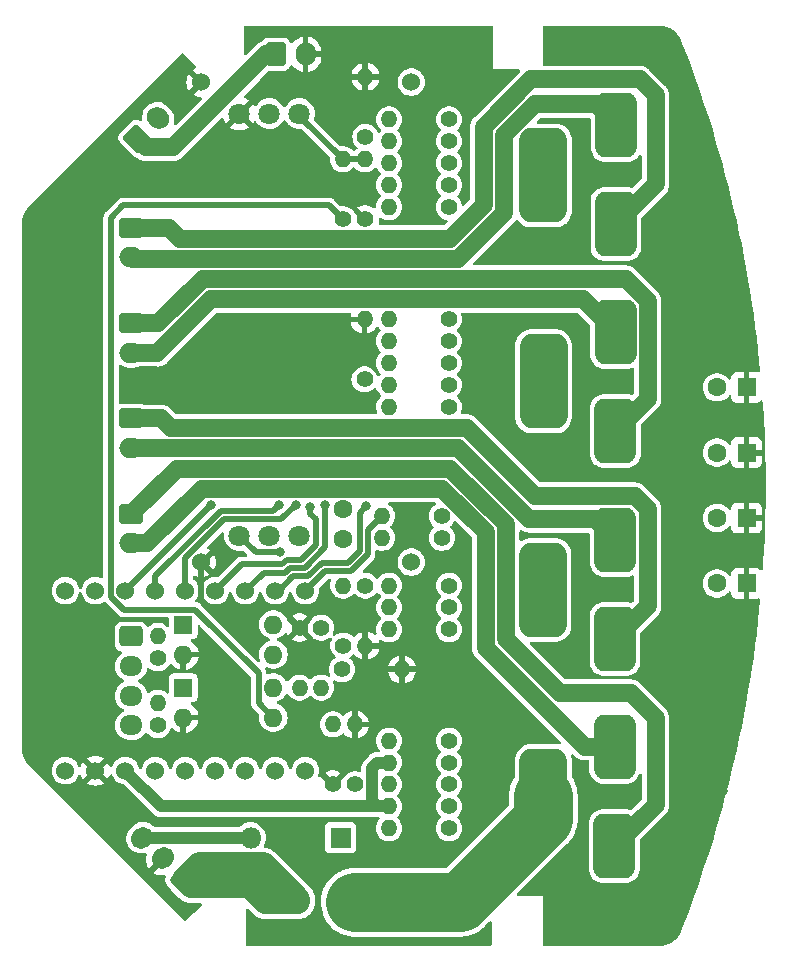
<source format=gbr>
%TF.GenerationSoftware,KiCad,Pcbnew,7.0.9*%
%TF.CreationDate,2024-06-15T23:05:36+09:00*%
%TF.ProjectId,Drive,44726976-652e-46b6-9963-61645f706362,rev?*%
%TF.SameCoordinates,Original*%
%TF.FileFunction,Copper,L2,Bot*%
%TF.FilePolarity,Positive*%
%FSLAX46Y46*%
G04 Gerber Fmt 4.6, Leading zero omitted, Abs format (unit mm)*
G04 Created by KiCad (PCBNEW 7.0.9) date 2024-06-15 23:05:36*
%MOMM*%
%LPD*%
G01*
G04 APERTURE LIST*
G04 Aperture macros list*
%AMRoundRect*
0 Rectangle with rounded corners*
0 $1 Rounding radius*
0 $2 $3 $4 $5 $6 $7 $8 $9 X,Y pos of 4 corners*
0 Add a 4 corners polygon primitive as box body*
4,1,4,$2,$3,$4,$5,$6,$7,$8,$9,$2,$3,0*
0 Add four circle primitives for the rounded corners*
1,1,$1+$1,$2,$3*
1,1,$1+$1,$4,$5*
1,1,$1+$1,$6,$7*
1,1,$1+$1,$8,$9*
0 Add four rect primitives between the rounded corners*
20,1,$1+$1,$2,$3,$4,$5,0*
20,1,$1+$1,$4,$5,$6,$7,0*
20,1,$1+$1,$6,$7,$8,$9,0*
20,1,$1+$1,$8,$9,$2,$3,0*%
%AMHorizOval*
0 Thick line with rounded ends*
0 $1 width*
0 $2 $3 position (X,Y) of the first rounded end (center of the circle)*
0 $4 $5 position (X,Y) of the second rounded end (center of the circle)*
0 Add line between two ends*
20,1,$1,$2,$3,$4,$5,0*
0 Add two circle primitives to create the rounded ends*
1,1,$1,$2,$3*
1,1,$1,$4,$5*%
%AMFreePoly0*
4,1,37,-2.000000,3.000000,-1.984315,3.176420,-1.928653,3.370950,-1.834972,3.550293,-1.707107,3.707107,-1.550293,3.834972,-1.370950,3.928653,-1.176420,3.984315,-1.000000,4.000000,1.000000,4.000000,1.176420,3.984315,1.370950,3.928653,1.550293,3.834972,1.707107,3.707107,1.834972,3.550293,1.928653,3.370950,1.984315,3.176420,2.000000,3.000000,2.000000,-3.000000,1.984315,-3.176420,
1.928653,-3.370950,1.834972,-3.550293,1.707107,-3.707107,1.550293,-3.834972,1.370950,-3.928653,1.176420,-3.984315,1.000000,-4.000000,-1.000000,-4.000000,-1.176420,-3.984315,-1.370950,-3.928653,-1.550293,-3.834972,-1.707107,-3.707107,-1.834972,-3.550293,-1.928653,-3.370950,-1.984315,-3.176420,-2.000000,-3.000000,-2.000000,3.000000,-2.000000,3.000000,$1*%
%AMFreePoly1*
4,1,37,-1.750000,1.875000,-1.741990,1.993125,-1.696327,2.176741,-1.612259,2.346247,-1.493718,2.493718,-1.346247,2.612259,-1.176741,2.696327,-0.993125,2.741990,-0.875000,2.750000,0.875000,2.750000,0.993125,2.741990,1.176741,2.696327,1.346247,2.612259,1.493718,2.493718,1.612259,2.346247,1.696327,2.176741,1.741990,1.993125,1.750000,1.875000,1.750000,-1.875000,1.741990,-1.993125,
1.696327,-2.176741,1.612259,-2.346247,1.493718,-2.493718,1.346247,-2.612259,1.176741,-2.696327,0.993125,-2.741990,0.875000,-2.750000,-0.875000,-2.750000,-0.993125,-2.741990,-1.176741,-2.696327,-1.346247,-2.612259,-1.493718,-2.493718,-1.612259,-2.346247,-1.696327,-2.176741,-1.741990,-1.993125,-1.750000,-1.875000,-1.750000,1.875000,-1.750000,1.875000,$1*%
G04 Aperture macros list end*
%TA.AperFunction,ComponentPad*%
%ADD10RoundRect,0.250000X0.936916X0.088388X0.088388X0.936916X-0.936916X-0.088388X-0.088388X-0.936916X0*%
%TD*%
%TA.AperFunction,ComponentPad*%
%ADD11HorizOval,1.700000X0.088388X0.088388X-0.088388X-0.088388X0*%
%TD*%
%TA.AperFunction,ComponentPad*%
%ADD12FreePoly0,0.000000*%
%TD*%
%TA.AperFunction,ComponentPad*%
%ADD13R,1.600000X1.600000*%
%TD*%
%TA.AperFunction,ComponentPad*%
%ADD14C,1.600000*%
%TD*%
%TA.AperFunction,ComponentPad*%
%ADD15C,1.400000*%
%TD*%
%TA.AperFunction,ComponentPad*%
%ADD16O,1.400000X1.400000*%
%TD*%
%TA.AperFunction,ComponentPad*%
%ADD17FreePoly1,0.000000*%
%TD*%
%TA.AperFunction,ComponentPad*%
%ADD18RoundRect,0.250000X-0.600000X-0.750000X0.600000X-0.750000X0.600000X0.750000X-0.600000X0.750000X0*%
%TD*%
%TA.AperFunction,ComponentPad*%
%ADD19O,1.700000X2.000000*%
%TD*%
%TA.AperFunction,ComponentPad*%
%ADD20C,1.800000*%
%TD*%
%TA.AperFunction,ComponentPad*%
%ADD21RoundRect,0.250000X0.106066X-0.954594X0.954594X-0.106066X-0.106066X0.954594X-0.954594X0.106066X0*%
%TD*%
%TA.AperFunction,ComponentPad*%
%ADD22HorizOval,1.700000X-0.106066X0.106066X0.106066X-0.106066X0*%
%TD*%
%TA.AperFunction,ComponentPad*%
%ADD23O,1.600000X1.600000*%
%TD*%
%TA.AperFunction,ComponentPad*%
%ADD24C,1.524000*%
%TD*%
%TA.AperFunction,ComponentPad*%
%ADD25R,1.800000X1.800000*%
%TD*%
%TA.AperFunction,ComponentPad*%
%ADD26O,1.800000X1.800000*%
%TD*%
%TA.AperFunction,ComponentPad*%
%ADD27RoundRect,0.250000X-0.750000X0.600000X-0.750000X-0.600000X0.750000X-0.600000X0.750000X0.600000X0*%
%TD*%
%TA.AperFunction,ComponentPad*%
%ADD28O,2.000000X1.700000*%
%TD*%
%TA.AperFunction,ComponentPad*%
%ADD29RoundRect,0.250000X-0.725000X0.600000X-0.725000X-0.600000X0.725000X-0.600000X0.725000X0.600000X0*%
%TD*%
%TA.AperFunction,ComponentPad*%
%ADD30O,1.950000X1.700000*%
%TD*%
%TA.AperFunction,ViaPad*%
%ADD31C,0.800000*%
%TD*%
%TA.AperFunction,Conductor*%
%ADD32C,0.500000*%
%TD*%
%TA.AperFunction,Conductor*%
%ADD33C,5.000000*%
%TD*%
%TA.AperFunction,Conductor*%
%ADD34C,1.500000*%
%TD*%
%TA.AperFunction,Conductor*%
%ADD35C,2.000000*%
%TD*%
%TA.AperFunction,Conductor*%
%ADD36C,1.000000*%
%TD*%
G04 APERTURE END LIST*
D10*
%TO.P,J1,1,Pin_1*%
%TO.N,Net-(D1-A)*%
X124053600Y-120904000D03*
D11*
%TO.P,J1,2,Pin_2*%
%TO.N,GND*%
X122285833Y-119136233D03*
%TO.P,J1,3,Pin_3*%
%TO.N,Net-(D2-A)*%
X120518066Y-117368466D03*
%TD*%
D12*
%TO.P,,1*%
%TO.N,+12V*%
X154482800Y-113842800D03*
%TD*%
D13*
%TO.P,C4,1*%
%TO.N,GND*%
X171689913Y-90322400D03*
D14*
%TO.P,C4,2*%
%TO.N,+12V*%
X169189913Y-90322400D03*
%TD*%
D15*
%TO.P,R25,1*%
%TO.N,Net-(U8-PWM)*%
X146507200Y-112877600D03*
D16*
%TO.P,R25,2*%
%TO.N,/PWM_4*%
X141427200Y-112877600D03*
%TD*%
D15*
%TO.P,R23,1*%
%TO.N,Net-(U8-INA)*%
X146507200Y-109169200D03*
D16*
%TO.P,R23,2*%
%TO.N,/INA_4*%
X141427200Y-109169200D03*
%TD*%
D15*
%TO.P,R33,1*%
%TO.N,GND*%
X139395200Y-65024000D03*
D16*
%TO.P,R33,2*%
%TO.N,Net-(Q2-G)*%
X139395200Y-59944000D03*
%TD*%
D17*
%TO.P,,1*%
%TO.N,/OUTB_1*%
X160629600Y-65430400D03*
%TD*%
D15*
%TO.P,R5,1*%
%TO.N,Net-(U2-PWM)*%
X146507200Y-60274200D03*
D16*
%TO.P,R5,2*%
%TO.N,/PWM_1*%
X141427200Y-60274200D03*
%TD*%
D18*
%TO.P,C6,1*%
%TO.N,/Solenoid+*%
X131851400Y-51054000D03*
D19*
%TO.P,C6,2*%
%TO.N,GND*%
X134351400Y-51054000D03*
%TD*%
D17*
%TO.P,,1*%
%TO.N,/OUTB_2*%
X160578800Y-82956400D03*
%TD*%
D12*
%TO.P,,1*%
%TO.N,+12V*%
X154482800Y-61315600D03*
%TD*%
D20*
%TO.P,Q1,1,D*%
%TO.N,/Solenoid+*%
X131292600Y-91800800D03*
%TO.P,Q1,2,G*%
%TO.N,Net-(Q1-G)*%
X128752600Y-91800800D03*
%TO.P,Q1,3,S*%
%TO.N,+48V*%
X133832600Y-91800800D03*
%TD*%
D15*
%TO.P,R12,1*%
%TO.N,Net-(U3-EN{slash}DIAGB)*%
X146481800Y-79044800D03*
D16*
%TO.P,R12,2*%
%TO.N,+3.3V*%
X141401800Y-79044800D03*
%TD*%
D15*
%TO.P,R22,1*%
%TO.N,Net-(U8-EN{slash}DIAGA)*%
X146507200Y-111023400D03*
D16*
%TO.P,R22,2*%
%TO.N,+3.3V*%
X141427200Y-111023400D03*
%TD*%
D15*
%TO.P,R13,1*%
%TO.N,/PWM_3*%
X139420600Y-96037400D03*
D16*
%TO.P,R13,2*%
%TO.N,GND*%
X139420600Y-101117400D03*
%TD*%
D21*
%TO.P,J3,1,Pin_1*%
%TO.N,/Solenoid+*%
X120116600Y-58216800D03*
D22*
%TO.P,J3,2,Pin_2*%
%TO.N,/Solenoid-*%
X121884367Y-56449033D03*
%TD*%
D15*
%TO.P,R24,1*%
%TO.N,Net-(U8-INB)*%
X146507200Y-116586000D03*
D16*
%TO.P,R24,2*%
%TO.N,/INB_4*%
X141427200Y-116586000D03*
%TD*%
D15*
%TO.P,R6,1*%
%TO.N,Net-(U2-EN{slash}DIAGB)*%
X146507200Y-62128400D03*
D16*
%TO.P,R6,2*%
%TO.N,+3.3V*%
X141427200Y-62128400D03*
%TD*%
D12*
%TO.P,,1*%
%TO.N,+12V*%
X154508200Y-78740000D03*
%TD*%
D15*
%TO.P,R28,1*%
%TO.N,Net-(U8-EN{slash}DIAGB)*%
X146507200Y-114731800D03*
D16*
%TO.P,R28,2*%
%TO.N,+3.3V*%
X141427200Y-114731800D03*
%TD*%
D12*
%TO.P,,1*%
%TO.N,+12V*%
X154457400Y-96418400D03*
%TD*%
D17*
%TO.P,,1*%
%TO.N,/OUTA_3*%
X160578800Y-92151200D03*
%TD*%
D15*
%TO.P,R31,1*%
%TO.N,GND*%
X133841200Y-99593400D03*
D16*
%TO.P,R31,2*%
%TO.N,Net-(R30-Pad2)*%
X133841200Y-104673400D03*
%TD*%
D13*
%TO.P,U6,1*%
%TO.N,Net-(R19-Pad2)*%
X124012800Y-99334400D03*
D23*
%TO.P,U6,2*%
%TO.N,GND*%
X124012800Y-101874400D03*
%TO.P,U6,3*%
%TO.N,Net-(R29-Pad1)*%
X131632800Y-101874400D03*
%TO.P,U6,4*%
%TO.N,Net-(Q1-G)*%
X131632800Y-99334400D03*
%TD*%
D24*
%TO.P,U1,1,5v*%
%TO.N,+5V*%
X114019000Y-111709200D03*
%TO.P,U1,2,GND*%
%TO.N,GND*%
X116559000Y-111709200D03*
%TO.P,U1,3,3.3v*%
%TO.N,+3.3V*%
X119099000Y-111709200D03*
%TO.P,U1,4,GP29/ADC3*%
%TO.N,unconnected-(U1-GP29{slash}ADC3-Pad4)*%
X121639000Y-111709200D03*
%TO.P,U1,5,GP28/ADC2*%
%TO.N,/PWM_4*%
X124179000Y-111709200D03*
%TO.P,U1,6,GP27/ADC1/SCL*%
%TO.N,/INB_4*%
X126719000Y-111709200D03*
%TO.P,U1,7,GP26/ADC0/SDA*%
%TO.N,/INA_4*%
X129259000Y-111709200D03*
%TO.P,U1,8,GP15/SCL*%
%TO.N,/PWM_3*%
X131799000Y-111709200D03*
%TO.P,U1,9,GP14/SDA*%
%TO.N,/INB_3*%
X134339000Y-111709200D03*
%TO.P,U1,15,GP8/TX1/SDA*%
%TO.N,/INA_3*%
X134339000Y-96469200D03*
%TO.P,U1,16,GP7/SCL*%
%TO.N,/INB_2*%
X131799000Y-96469200D03*
%TO.P,U1,17,GP6/SDA*%
%TO.N,/PWM_2*%
X129259000Y-96469200D03*
%TO.P,U1,18,GP5/RX1/SCl*%
%TO.N,/INA_2*%
X126719000Y-96469200D03*
%TO.P,U1,19,GP4/TX1/SDA*%
%TO.N,/INB_1*%
X124179000Y-96469200D03*
%TO.P,U1,20,GP3/SCL*%
%TO.N,/PWM_1*%
X121639000Y-96469200D03*
%TO.P,U1,21,GP2/SDA*%
%TO.N,/INA_1*%
X119099000Y-96469200D03*
%TO.P,U1,22,GP1/RX0/SCL*%
%TO.N,/MD_TX*%
X116559000Y-96469200D03*
%TO.P,U1,23,GP0/TX0/SDA*%
%TO.N,/MD_RX*%
X114019000Y-96469200D03*
%TD*%
D15*
%TO.P,R7,1*%
%TO.N,/PWM_2*%
X139344400Y-78587600D03*
D16*
%TO.P,R7,2*%
%TO.N,GND*%
X139344400Y-73507600D03*
%TD*%
D17*
%TO.P,,1*%
%TO.N,/OUTB_4*%
X160502600Y-118084600D03*
%TD*%
D15*
%TO.P,R10,1*%
%TO.N,Net-(U3-INB)*%
X146481800Y-80899000D03*
D16*
%TO.P,R10,2*%
%TO.N,/INB_2*%
X141401800Y-80899000D03*
%TD*%
D15*
%TO.P,R18,1*%
%TO.N,Net-(U5-EN{slash}DIAGB)*%
X146507200Y-97891600D03*
D16*
%TO.P,R18,2*%
%TO.N,+3.3V*%
X141427200Y-97891600D03*
%TD*%
D25*
%TO.P,D1,1,K*%
%TO.N,+12V*%
X138557000Y-122859800D03*
D26*
%TO.P,D1,2,A*%
%TO.N,Net-(D1-A)*%
X130937000Y-122859800D03*
%TD*%
D20*
%TO.P,Q2,1,D*%
%TO.N,/Solenoid-*%
X131292600Y-56083200D03*
%TO.P,Q2,2,G*%
%TO.N,Net-(Q2-G)*%
X133832600Y-56083200D03*
%TO.P,Q2,3,S*%
%TO.N,GND*%
X128752600Y-56083200D03*
%TD*%
D15*
%TO.P,R17,1*%
%TO.N,Net-(U5-PWM)*%
X146507200Y-96037400D03*
D16*
%TO.P,R17,2*%
%TO.N,/PWM_3*%
X141427200Y-96037400D03*
%TD*%
D15*
%TO.P,R20,1*%
%TO.N,/FET2*%
X121843800Y-107848400D03*
D16*
%TO.P,R20,2*%
%TO.N,Net-(R20-Pad2)*%
X121843800Y-105948400D03*
%TD*%
D17*
%TO.P,,1*%
%TO.N,/OUTB_3*%
X160553400Y-100558600D03*
%TD*%
D15*
%TO.P,R9,1*%
%TO.N,Net-(U3-INA)*%
X146481800Y-73482200D03*
D16*
%TO.P,R9,2*%
%TO.N,/INA_2*%
X141401800Y-73482200D03*
%TD*%
D17*
%TO.P,,1*%
%TO.N,/OUTA_1*%
X160655000Y-57023000D03*
%TD*%
D13*
%TO.P,C1,1*%
%TO.N,GND*%
X171689913Y-79248000D03*
D14*
%TO.P,C1,2*%
%TO.N,+12V*%
X169189913Y-79248000D03*
%TD*%
D27*
%TO.P,J5,1,Pin_1*%
%TO.N,/OUTB_2*%
X119604200Y-73836000D03*
D28*
%TO.P,J5,2,Pin_2*%
%TO.N,/OUTA_2*%
X119604200Y-76336000D03*
%TD*%
D13*
%TO.P,U7,1*%
%TO.N,Net-(R20-Pad2)*%
X124007400Y-104668400D03*
D23*
%TO.P,U7,2*%
%TO.N,GND*%
X124007400Y-107208400D03*
%TO.P,U7,3*%
%TO.N,Net-(R27-Pad2)*%
X131627400Y-107208400D03*
%TO.P,U7,4*%
%TO.N,Net-(R30-Pad2)*%
X131627400Y-104668400D03*
%TD*%
D13*
%TO.P,C5,1*%
%TO.N,GND*%
X171689913Y-95859600D03*
D14*
%TO.P,C5,2*%
%TO.N,+12V*%
X169189913Y-95859600D03*
%TD*%
D27*
%TO.P,J4,1,Pin_1*%
%TO.N,/OUTB_1*%
X119604200Y-65755200D03*
D28*
%TO.P,J4,2,Pin_2*%
%TO.N,/OUTA_1*%
X119604200Y-68255200D03*
%TD*%
D27*
%TO.P,J6,1,Pin_1*%
%TO.N,/OUTB_3*%
X119604200Y-81887800D03*
D28*
%TO.P,J6,2,Pin_2*%
%TO.N,/OUTA_3*%
X119604200Y-84387800D03*
%TD*%
D15*
%TO.P,R15,1*%
%TO.N,Net-(U5-INA)*%
X145897600Y-90144600D03*
D16*
%TO.P,R15,2*%
%TO.N,/INA_3*%
X140817600Y-90144600D03*
%TD*%
D13*
%TO.P,C2,1*%
%TO.N,GND*%
X171689913Y-84785200D03*
D14*
%TO.P,C2,2*%
%TO.N,+12V*%
X169189913Y-84785200D03*
%TD*%
D15*
%TO.P,R1,1*%
%TO.N,/PWM_1*%
X139420600Y-58039000D03*
D16*
%TO.P,R1,2*%
%TO.N,GND*%
X139420600Y-52959000D03*
%TD*%
D15*
%TO.P,R19,1*%
%TO.N,/FET1*%
X121843800Y-102200200D03*
D16*
%TO.P,R19,2*%
%TO.N,Net-(R19-Pad2)*%
X121843800Y-100300200D03*
%TD*%
D25*
%TO.P,D2,1,K*%
%TO.N,+5V*%
X137312400Y-117373400D03*
D26*
%TO.P,D2,2,A*%
%TO.N,Net-(D2-A)*%
X129692400Y-117373400D03*
%TD*%
D15*
%TO.P,R32,1*%
%TO.N,Net-(R27-Pad2)*%
X137515600Y-65024000D03*
D16*
%TO.P,R32,2*%
%TO.N,Net-(Q2-G)*%
X137515600Y-59944000D03*
%TD*%
D15*
%TO.P,R2,1*%
%TO.N,Net-(U2-EN{slash}DIAGA)*%
X146507200Y-58420000D03*
D16*
%TO.P,R2,2*%
%TO.N,+3.3V*%
X141427200Y-58420000D03*
%TD*%
D15*
%TO.P,R14,1*%
%TO.N,Net-(U5-EN{slash}DIAGA)*%
X145897600Y-91998800D03*
D16*
%TO.P,R14,2*%
%TO.N,+3.3V*%
X140817600Y-91998800D03*
%TD*%
D17*
%TO.P,,1*%
%TO.N,/OUTA_2*%
X160604200Y-74549000D03*
%TD*%
D15*
%TO.P,R30,1*%
%TO.N,+48V*%
X135686800Y-99593400D03*
D16*
%TO.P,R30,2*%
%TO.N,Net-(R30-Pad2)*%
X135686800Y-104673400D03*
%TD*%
D27*
%TO.P,J7,1,Pin_1*%
%TO.N,/OUTB_4*%
X119604200Y-89965000D03*
D28*
%TO.P,J7,2,Pin_2*%
%TO.N,/OUTA_4*%
X119604200Y-92465000D03*
%TD*%
D14*
%TO.P,C3,1*%
%TO.N,+48V*%
X137515600Y-92075000D03*
%TO.P,C3,2*%
%TO.N,GND*%
X137515600Y-89575000D03*
%TD*%
D15*
%TO.P,R26,1*%
%TO.N,Net-(Q1-G)*%
X137541000Y-101117400D03*
D16*
%TO.P,R26,2*%
%TO.N,+48V*%
X137541000Y-96037400D03*
%TD*%
D17*
%TO.P,,1*%
%TO.N,/OUTA_4*%
X160528000Y-109677200D03*
%TD*%
D15*
%TO.P,R11,1*%
%TO.N,Net-(U3-PWM)*%
X146481800Y-77190600D03*
D16*
%TO.P,R11,2*%
%TO.N,/PWM_2*%
X141401800Y-77190600D03*
%TD*%
D29*
%TO.P,J2,1,Pin_1*%
%TO.N,/MD_TX*%
X119583200Y-100348200D03*
D30*
%TO.P,J2,2,Pin_2*%
%TO.N,/MD_RX*%
X119583200Y-102848200D03*
%TO.P,J2,3,Pin_3*%
%TO.N,/FET1*%
X119583200Y-105348200D03*
%TO.P,J2,4,Pin_4*%
%TO.N,/FET2*%
X119583200Y-107848200D03*
%TD*%
D15*
%TO.P,R4,1*%
%TO.N,Net-(U2-INB)*%
X146507200Y-63982600D03*
D16*
%TO.P,R4,2*%
%TO.N,/INB_1*%
X141427200Y-63982600D03*
%TD*%
D15*
%TO.P,R21,1*%
%TO.N,/PWM_4*%
X138531600Y-112877600D03*
D16*
%TO.P,R21,2*%
%TO.N,GND*%
X138531600Y-107797600D03*
%TD*%
D15*
%TO.P,R3,1*%
%TO.N,Net-(U2-INA)*%
X146507200Y-56565800D03*
D16*
%TO.P,R3,2*%
%TO.N,/INA_1*%
X141427200Y-56565800D03*
%TD*%
D15*
%TO.P,R8,1*%
%TO.N,Net-(U3-EN{slash}DIAGA)*%
X146481800Y-75336400D03*
D16*
%TO.P,R8,2*%
%TO.N,+3.3V*%
X141401800Y-75336400D03*
%TD*%
D24*
%TO.P,U4,1,IN+*%
%TO.N,+12V*%
X143306800Y-53416200D03*
%TO.P,U4,2,IN-*%
%TO.N,GND*%
X125526800Y-53416200D03*
%TO.P,U4,3,OUT+*%
%TO.N,+48V*%
X143306800Y-94056200D03*
%TO.P,U4,4,OUT-*%
%TO.N,GND*%
X125526800Y-94056200D03*
%TD*%
D15*
%TO.P,R27,1*%
%TO.N,GND*%
X136652000Y-112877600D03*
D16*
%TO.P,R27,2*%
%TO.N,Net-(R27-Pad2)*%
X136652000Y-107797600D03*
%TD*%
D15*
%TO.P,R29,1*%
%TO.N,Net-(R29-Pad1)*%
X137439400Y-103124000D03*
D16*
%TO.P,R29,2*%
%TO.N,GND*%
X142519400Y-103124000D03*
%TD*%
D15*
%TO.P,R16,1*%
%TO.N,Net-(U5-INB)*%
X146507200Y-99745800D03*
D16*
%TO.P,R16,2*%
%TO.N,/INB_3*%
X141427200Y-99745800D03*
%TD*%
D31*
%TO.N,GND*%
X138049000Y-63500000D03*
X139954000Y-63246000D03*
X134747000Y-98171000D03*
X164973000Y-73025000D03*
X164973000Y-93091000D03*
X140335000Y-80010000D03*
X171323000Y-100965000D03*
X139446000Y-54864000D03*
X170434000Y-65278000D03*
X168148000Y-66421000D03*
X112268000Y-111760000D03*
X130937000Y-77470000D03*
X124079000Y-52070000D03*
X168148000Y-63373000D03*
X135382000Y-121285000D03*
X135255000Y-117602000D03*
X164592000Y-117221000D03*
X133096000Y-125349000D03*
X114808000Y-87122000D03*
X144399000Y-50292000D03*
X117856000Y-109982000D03*
X144272000Y-116586000D03*
X168021000Y-73787000D03*
X171704000Y-86614000D03*
X127127000Y-73660000D03*
X166751000Y-52959000D03*
X134366000Y-73660000D03*
X163322000Y-69469000D03*
X119634000Y-114300000D03*
X117602000Y-58039000D03*
X124206000Y-123698000D03*
X168148000Y-108585000D03*
X125857000Y-107188000D03*
X136017000Y-49403000D03*
X139446000Y-50292000D03*
X131445000Y-53086000D03*
X165608000Y-70104000D03*
X132842000Y-57785000D03*
X139192000Y-118110000D03*
X126873000Y-62738000D03*
X117729000Y-117221000D03*
X111125000Y-101600000D03*
X164592000Y-99822000D03*
X171323000Y-73787000D03*
X117475000Y-104394000D03*
X146431000Y-104394000D03*
X171704000Y-88519000D03*
X124079000Y-109601000D03*
X164973000Y-90551000D03*
X154940000Y-125984000D03*
X149479000Y-125857000D03*
X168148000Y-57023000D03*
X168275000Y-117475000D03*
X160528000Y-124587000D03*
X120142000Y-60579000D03*
X168021000Y-69977000D03*
X118237000Y-62992000D03*
X146431000Y-101473000D03*
X164592000Y-101854000D03*
X131826000Y-117475000D03*
X138557000Y-105918000D03*
X146558000Y-54864000D03*
X156972000Y-120015000D03*
X165481000Y-105156000D03*
X171704000Y-80899000D03*
X117856000Y-113157000D03*
X115316000Y-94869000D03*
X168148000Y-97536000D03*
X114681000Y-78994000D03*
X137287000Y-52959000D03*
X134366000Y-62611000D03*
X123698000Y-55880000D03*
X168275000Y-114935000D03*
X129794000Y-125984000D03*
X164592000Y-64389000D03*
X124460000Y-60071000D03*
X144145000Y-112649000D03*
X164846000Y-125730000D03*
X121539000Y-54229000D03*
X153543000Y-121793000D03*
X142240000Y-54991000D03*
X149225000Y-50292000D03*
X111379000Y-65024000D03*
X125730000Y-101854000D03*
X146431000Y-107442000D03*
X134366000Y-53213000D03*
X169418000Y-61468000D03*
X134239000Y-106426000D03*
X129032000Y-104013000D03*
X114300000Y-109474000D03*
X164719000Y-122047000D03*
X134493000Y-58801000D03*
X164592000Y-66675000D03*
X164592000Y-84455000D03*
X164592000Y-82169000D03*
X129921000Y-100965000D03*
X150368000Y-105029000D03*
X130429000Y-97917000D03*
X168529000Y-59309000D03*
X123698000Y-80899000D03*
X120904000Y-120523000D03*
X124587000Y-54991000D03*
X164973000Y-75438000D03*
X139319000Y-102997000D03*
X119888000Y-55880000D03*
X168021000Y-105156000D03*
X129794000Y-124460000D03*
X127000000Y-98298000D03*
X170815000Y-105537000D03*
X111125000Y-75057000D03*
X125857000Y-77470000D03*
X132588000Y-109093000D03*
X172593000Y-82042000D03*
X136271000Y-56896000D03*
X165227000Y-53213000D03*
X135255000Y-124079000D03*
X145796000Y-119126000D03*
X155194000Y-120015000D03*
X144653000Y-64897000D03*
X170307000Y-110744000D03*
X114554000Y-70104000D03*
X168148000Y-111760000D03*
X129921000Y-54610000D03*
X144780000Y-54864000D03*
X160528000Y-122174000D03*
X168148000Y-77724000D03*
X134366000Y-80899000D03*
X144907000Y-110744000D03*
X168021000Y-101346000D03*
X111125000Y-83185000D03*
X164719000Y-119253000D03*
X142113000Y-105029000D03*
X144526000Y-60071000D03*
X136906000Y-125984000D03*
X171704000Y-97663000D03*
X171577000Y-77470000D03*
X113665000Y-105918000D03*
X110998000Y-109474000D03*
X111125000Y-91186000D03*
X143129000Y-56896000D03*
X169672000Y-113411000D03*
X163576000Y-104394000D03*
X129286000Y-107188000D03*
X164338000Y-50419000D03*
X170815000Y-69342000D03*
X171704000Y-83058000D03*
X160020000Y-50292000D03*
X114427000Y-61595000D03*
X155829000Y-50292000D03*
X120015000Y-79121000D03*
X172720000Y-87630000D03*
X130048000Y-60071000D03*
%TO.N,Net-(D1-A)*%
X130175000Y-121056400D03*
X127406400Y-119989600D03*
X129565400Y-119786400D03*
X133400800Y-122758200D03*
X131470400Y-120396000D03*
X128549400Y-121335800D03*
X125476000Y-119710200D03*
X132486400Y-121615200D03*
X126136400Y-121335800D03*
%TO.N,Net-(Q1-G)*%
X132205182Y-93193820D03*
%TO.N,/PWM_1*%
X132080000Y-89174500D03*
%TO.N,/INA_1*%
X126339600Y-89230200D03*
%TO.N,/INB_1*%
X133511445Y-89177931D03*
%TO.N,/PWM_2*%
X136038374Y-89249376D03*
%TO.N,/INA_2*%
X134747000Y-89408000D03*
%TO.N,/INB_2*%
X139496800Y-89331800D03*
%TD*%
D32*
%TO.N,/INA_2*%
X134747000Y-89952982D02*
X135220697Y-90426679D01*
X134747000Y-89408000D02*
X134747000Y-89952982D01*
X135220697Y-90426679D02*
X135220697Y-92617654D01*
X135220697Y-92617654D02*
X133988351Y-93850000D01*
X133988351Y-93850000D02*
X132744700Y-93850000D01*
X132744700Y-93850000D02*
X132360700Y-94234000D01*
X132360700Y-94234000D02*
X128954200Y-94234000D01*
X128954200Y-94234000D02*
X126719000Y-96469200D01*
%TO.N,GND*%
X125526800Y-94056200D02*
X125476000Y-94107000D01*
X125476000Y-94107000D02*
X125476000Y-97282000D01*
X126492000Y-98298000D02*
X127000000Y-98298000D01*
X125476000Y-97282000D02*
X126492000Y-98298000D01*
%TO.N,/INB_1*%
X133511445Y-89177931D02*
X132290776Y-90398600D01*
X124179000Y-93689973D02*
X124179000Y-96469200D01*
X132290776Y-90398600D02*
X127470373Y-90398600D01*
X127470373Y-90398600D02*
X124179000Y-93689973D01*
%TO.N,/PWM_2*%
X136038374Y-89249376D02*
X136038374Y-92789926D01*
X133034650Y-94550000D02*
X132650649Y-94934000D01*
X136038374Y-92789926D02*
X134278300Y-94550000D01*
X134278300Y-94550000D02*
X133034650Y-94550000D01*
X132650649Y-94934000D02*
X130794200Y-94934000D01*
X130794200Y-94934000D02*
X129259000Y-96469200D01*
%TO.N,/PWM_1*%
X131555900Y-89698600D02*
X127180424Y-89698600D01*
X132080000Y-89174500D02*
X131555900Y-89698600D01*
X127180424Y-89698600D02*
X121639000Y-95240023D01*
X121639000Y-95240023D02*
X121639000Y-96469200D01*
D33*
%TO.N,+12V*%
X147421600Y-122859800D02*
X154482800Y-115798600D01*
X138557000Y-122859800D02*
X147421600Y-122859800D01*
X154482800Y-115798600D02*
X154482800Y-113842800D01*
D34*
%TO.N,/Solenoid+*%
X131001400Y-51054000D02*
X123131493Y-58923907D01*
X123131493Y-58923907D02*
X120823707Y-58923907D01*
X131851400Y-51054000D02*
X131001400Y-51054000D01*
X120823707Y-58923907D02*
X120116600Y-58216800D01*
D35*
%TO.N,Net-(D1-A)*%
X130937000Y-122859800D02*
X130937000Y-119761000D01*
X130937000Y-122859800D02*
X133731000Y-122859800D01*
X133731000Y-122859800D02*
X133731000Y-122555000D01*
X133731000Y-122555000D02*
X130810000Y-119634000D01*
X130937000Y-119761000D02*
X130810000Y-119634000D01*
X124663200Y-121513600D02*
X129590800Y-121513600D01*
X124053600Y-120904000D02*
X124663200Y-121513600D01*
X129590800Y-121513600D02*
X130937000Y-122859800D01*
X130810000Y-119634000D02*
X125323600Y-119634000D01*
X125323600Y-119634000D02*
X124053600Y-120904000D01*
D36*
%TO.N,Net-(D2-A)*%
X129687466Y-117368466D02*
X129692400Y-117373400D01*
X120518066Y-117368466D02*
X129687466Y-117368466D01*
D34*
%TO.N,/OUTA_1*%
X151153600Y-64508964D02*
X151153600Y-57887082D01*
X119604200Y-68255200D02*
X119729400Y-68380400D01*
X151153600Y-57887082D02*
X153767682Y-55273000D01*
X158905000Y-55273000D02*
X160655000Y-57023000D01*
X119729400Y-68380400D02*
X147282164Y-68380400D01*
X147282164Y-68380400D02*
X151153600Y-64508964D01*
X153767682Y-55273000D02*
X158905000Y-55273000D01*
%TO.N,/OUTB_1*%
X163982400Y-54533800D02*
X163982400Y-62077600D01*
X163982400Y-62077600D02*
X160629600Y-65430400D01*
X149453600Y-57182918D02*
X153448918Y-53187600D01*
X146578000Y-66680400D02*
X149453600Y-63804800D01*
X123696200Y-66680400D02*
X146578000Y-66680400D01*
X149453600Y-63804800D02*
X149453600Y-57182918D01*
X162636200Y-53187600D02*
X163982400Y-54533800D01*
X119604200Y-65755200D02*
X122771000Y-65755200D01*
X153448918Y-53187600D02*
X162636200Y-53187600D01*
X122771000Y-65755200D02*
X123696200Y-66680400D01*
%TO.N,/OUTA_2*%
X119604200Y-76336000D02*
X121804200Y-76336000D01*
X121804200Y-76336000D02*
X126359800Y-71780400D01*
X157835600Y-71780400D02*
X160604200Y-74549000D01*
X126359800Y-71780400D02*
X157835600Y-71780400D01*
%TO.N,/OUTB_2*%
X163322000Y-80213200D02*
X160578800Y-82956400D01*
X163322000Y-71935860D02*
X163322000Y-80213200D01*
X125655637Y-70080400D02*
X161466540Y-70080400D01*
X121900036Y-73836000D02*
X125655637Y-70080400D01*
X161466540Y-70080400D02*
X163322000Y-71935860D01*
X119604200Y-73836000D02*
X121900036Y-73836000D01*
%TO.N,/OUTA_3*%
X153293380Y-90398600D02*
X158826200Y-90398600D01*
X147282580Y-84387800D02*
X153293380Y-90398600D01*
X158826200Y-90398600D02*
X160578800Y-92151200D01*
X119604200Y-84387800D02*
X147282580Y-84387800D01*
%TO.N,/OUTB_3*%
X119604200Y-81887800D02*
X122136000Y-81887800D01*
X147986744Y-82687800D02*
X153750144Y-88451200D01*
X153750144Y-88451200D02*
X162209740Y-88451200D01*
X162209740Y-88451200D02*
X163322000Y-89563460D01*
X163322000Y-97790000D02*
X160553400Y-100558600D01*
X122936000Y-82687800D02*
X147986744Y-82687800D01*
X163322000Y-89563460D02*
X163322000Y-97790000D01*
X122136000Y-81887800D02*
X122936000Y-82687800D01*
%TO.N,/OUTA_4*%
X149607800Y-91521347D02*
X149607800Y-101288163D01*
X145911453Y-87825000D02*
X149607800Y-91521347D01*
X125611200Y-87825000D02*
X145911453Y-87825000D01*
X149607800Y-101288163D02*
X157996836Y-109677200D01*
X157996836Y-109677200D02*
X160528000Y-109677200D01*
X120971200Y-92465000D02*
X125611200Y-87825000D01*
X119604200Y-92465000D02*
X120971200Y-92465000D01*
%TO.N,/OUTB_4*%
X151307800Y-100584000D02*
X151307800Y-90817183D01*
X161874200Y-105130600D02*
X155854400Y-105130600D01*
X160502600Y-118084600D02*
X163982400Y-114604800D01*
X146615617Y-86125000D02*
X123444200Y-86125000D01*
X155854400Y-105130600D02*
X151307800Y-100584000D01*
X151307800Y-90817183D02*
X146615617Y-86125000D01*
X123444200Y-86125000D02*
X119604200Y-89965000D01*
X163982400Y-114604800D02*
X163982400Y-107238800D01*
X163982400Y-107238800D02*
X161874200Y-105130600D01*
D32*
%TO.N,Net-(Q1-G)*%
X128752600Y-91800800D02*
X130145620Y-93193820D01*
X130145620Y-93193820D02*
X132205182Y-93193820D01*
%TO.N,Net-(Q2-G)*%
X139395200Y-59944000D02*
X137515600Y-59944000D01*
X133832600Y-56261000D02*
X133832600Y-56083200D01*
X137515600Y-59944000D02*
X133832600Y-56261000D01*
D36*
%TO.N,+3.3V*%
X141427200Y-114731800D02*
X140437251Y-114731800D01*
X140437251Y-114731800D02*
X139979400Y-114273949D01*
X139979400Y-114273949D02*
X139979400Y-111481251D01*
X119099000Y-111709200D02*
X122121600Y-114731800D01*
X140437251Y-111023400D02*
X141427200Y-111023400D01*
X139979400Y-111481251D02*
X140437251Y-111023400D01*
X122121600Y-114731800D02*
X141427200Y-114731800D01*
D32*
%TO.N,/INA_1*%
X119099000Y-96469200D02*
X126338000Y-89230200D01*
X126338000Y-89230200D02*
X126339600Y-89230200D01*
%TO.N,/INB_2*%
X138923800Y-89904800D02*
X139496800Y-89331800D01*
X135725451Y-94092800D02*
X137936850Y-94092800D01*
X131799000Y-96469200D02*
X132105400Y-96469200D01*
X132105400Y-96469200D02*
X133324600Y-95250000D01*
X134568251Y-95250000D02*
X135725451Y-94092800D01*
X137936850Y-94092800D02*
X138923800Y-93105850D01*
X133324600Y-95250000D02*
X134568251Y-95250000D01*
X138923800Y-93105850D02*
X138923800Y-89904800D01*
%TO.N,/INA_3*%
X139623800Y-93395800D02*
X139623800Y-91338400D01*
X134339000Y-96469200D02*
X136015400Y-94792800D01*
X138226800Y-94792800D02*
X139623800Y-93395800D01*
X139623800Y-91338400D02*
X140817600Y-90144600D01*
X136015400Y-94792800D02*
X138226800Y-94792800D01*
%TO.N,Net-(R27-Pad2)*%
X117887000Y-96971227D02*
X119000173Y-98084400D01*
X118922800Y-63855600D02*
X117887000Y-64891400D01*
X136347200Y-63855600D02*
X118922800Y-63855600D01*
X119000173Y-98084400D02*
X125008400Y-98084400D01*
X117887000Y-64891400D02*
X117887000Y-96971227D01*
X130377400Y-105958400D02*
X131627400Y-107208400D01*
X125008400Y-98084400D02*
X130377400Y-103453400D01*
X137515600Y-65024000D02*
X136347200Y-63855600D01*
X130377400Y-103453400D02*
X130377400Y-105958400D01*
%TD*%
%TA.AperFunction,Conductor*%
%TO.N,GND*%
G36*
X123995215Y-50986061D02*
G01*
X124039562Y-51014562D01*
X125075546Y-52050546D01*
X125109031Y-52111869D01*
X125104047Y-52181561D01*
X125062175Y-52237494D01*
X125040270Y-52250609D01*
X124893386Y-52319102D01*
X124828612Y-52364457D01*
X124828611Y-52364458D01*
X125499353Y-53035200D01*
X125495231Y-53035200D01*
X125401379Y-53050861D01*
X125289549Y-53111380D01*
X125203429Y-53204931D01*
X125152352Y-53321377D01*
X125146694Y-53389647D01*
X124475058Y-52718011D01*
X124475057Y-52718012D01*
X124429703Y-52782786D01*
X124336379Y-52982920D01*
X124336375Y-52982929D01*
X124279226Y-53196213D01*
X124279224Y-53196223D01*
X124259979Y-53416199D01*
X124259979Y-53416200D01*
X124279224Y-53636176D01*
X124279226Y-53636186D01*
X124336375Y-53849470D01*
X124336380Y-53849484D01*
X124429699Y-54049607D01*
X124429700Y-54049609D01*
X124475058Y-54114387D01*
X125141896Y-53447549D01*
X125141851Y-53448098D01*
X125173066Y-53571362D01*
X125242613Y-53677812D01*
X125342957Y-53755913D01*
X125463222Y-53797200D01*
X125499353Y-53797200D01*
X124828611Y-54467941D01*
X124893382Y-54513294D01*
X124893392Y-54513300D01*
X125093515Y-54606619D01*
X125093529Y-54606624D01*
X125306813Y-54663773D01*
X125306823Y-54663775D01*
X125462838Y-54677425D01*
X125527906Y-54702878D01*
X125568885Y-54759468D01*
X125572763Y-54829230D01*
X125539711Y-54888634D01*
X123396379Y-57031966D01*
X123335056Y-57065451D01*
X123265364Y-57060467D01*
X123209431Y-57018595D01*
X123185014Y-56953131D01*
X123189936Y-56908629D01*
X123220469Y-56806950D01*
X123245671Y-56583272D01*
X123245270Y-56577329D01*
X123236226Y-56443185D01*
X123230529Y-56358687D01*
X123228734Y-56351565D01*
X123175530Y-56140420D01*
X123175529Y-56140417D01*
X123149540Y-56083201D01*
X123082440Y-55935473D01*
X122954253Y-55750445D01*
X122622830Y-55419022D01*
X122493320Y-55310899D01*
X122493314Y-55310895D01*
X122297546Y-55199814D01*
X122085087Y-55125469D01*
X122085084Y-55125468D01*
X121862761Y-55090256D01*
X121637722Y-55095307D01*
X121417212Y-55140457D01*
X121417199Y-55140461D01*
X121208292Y-55224259D01*
X121017696Y-55344018D01*
X120851555Y-55495878D01*
X120715190Y-55674976D01*
X120613002Y-55875530D01*
X120548264Y-56091117D01*
X120523063Y-56314787D01*
X120523062Y-56314798D01*
X120538204Y-56539374D01*
X120538204Y-56539375D01*
X120547767Y-56577329D01*
X120545058Y-56647146D01*
X120505034Y-56704415D01*
X120440401Y-56730955D01*
X120371680Y-56718338D01*
X120367788Y-56716287D01*
X120251905Y-56652580D01*
X120251895Y-56652577D01*
X120092714Y-56611706D01*
X120092711Y-56611706D01*
X119928357Y-56611706D01*
X119928353Y-56611706D01*
X119769172Y-56652577D01*
X119769162Y-56652580D01*
X119625142Y-56731755D01*
X119625142Y-56731756D01*
X119597017Y-56755777D01*
X119597014Y-56755780D01*
X118655580Y-57697214D01*
X118655577Y-57697217D01*
X118631556Y-57725342D01*
X118631555Y-57725342D01*
X118552380Y-57869362D01*
X118552377Y-57869372D01*
X118511506Y-58028553D01*
X118511506Y-58192914D01*
X118552377Y-58352095D01*
X118552380Y-58352105D01*
X118631556Y-58496125D01*
X118631558Y-58496128D01*
X118655580Y-58524254D01*
X119809146Y-59677820D01*
X119809149Y-59677822D01*
X119809149Y-59677823D01*
X119819892Y-59686998D01*
X119837272Y-59701842D01*
X119837274Y-59701843D01*
X119837274Y-59701844D01*
X119894459Y-59733281D01*
X119981298Y-59781021D01*
X120060714Y-59801411D01*
X120104613Y-59822571D01*
X120108021Y-59825145D01*
X120110259Y-59826918D01*
X120149117Y-59859184D01*
X120170732Y-59877133D01*
X120190339Y-59888053D01*
X120197539Y-59892745D01*
X120200096Y-59894676D01*
X120215446Y-59906269D01*
X120215449Y-59906271D01*
X120215452Y-59906273D01*
X120285807Y-59941305D01*
X120285823Y-59941313D01*
X120288309Y-59942623D01*
X120331118Y-59966467D01*
X120356998Y-59980883D01*
X120357002Y-59980884D01*
X120357005Y-59980886D01*
X120378272Y-59988014D01*
X120378284Y-59988018D01*
X120386226Y-59991307D01*
X120406318Y-60001312D01*
X120406321Y-60001312D01*
X120406324Y-60001314D01*
X120418692Y-60004832D01*
X120481965Y-60022835D01*
X120484572Y-60023642D01*
X120559170Y-60048646D01*
X120581401Y-60051746D01*
X120589811Y-60053520D01*
X120611397Y-60059663D01*
X120689681Y-60066916D01*
X120692503Y-60067243D01*
X120770345Y-60078102D01*
X120844570Y-60074670D01*
X120848851Y-60074473D01*
X120851714Y-60074407D01*
X123103471Y-60074407D01*
X123106334Y-60074473D01*
X123116688Y-60074951D01*
X123184855Y-60078103D01*
X123262744Y-60067237D01*
X123265501Y-60066918D01*
X123343803Y-60059663D01*
X123365388Y-60053520D01*
X123373797Y-60051746D01*
X123396029Y-60048646D01*
X123470575Y-60023659D01*
X123473280Y-60022822D01*
X123473298Y-60022817D01*
X123548882Y-60001312D01*
X123568978Y-59991304D01*
X123576895Y-59988024D01*
X123598195Y-59980886D01*
X123666888Y-59942623D01*
X123669350Y-59941325D01*
X123739748Y-59906273D01*
X123757665Y-59892741D01*
X123764848Y-59888061D01*
X123784468Y-59877134D01*
X123844965Y-59826896D01*
X123847197Y-59825130D01*
X123870425Y-59807589D01*
X123909900Y-59777779D01*
X123962864Y-59719678D01*
X123964812Y-59717639D01*
X127212868Y-56469584D01*
X127274186Y-56436102D01*
X127343878Y-56441086D01*
X127399811Y-56482958D01*
X127420749Y-56526826D01*
X127423915Y-56539329D01*
X127423917Y-56539334D01*
X127517116Y-56751809D01*
X127601411Y-56880833D01*
X128269522Y-56212722D01*
X128293107Y-56293044D01*
X128370839Y-56413998D01*
X128479500Y-56508152D01*
X128610285Y-56567880D01*
X128620066Y-56569286D01*
X127953799Y-57235551D01*
X127984250Y-57259250D01*
X128188297Y-57369676D01*
X128188306Y-57369679D01*
X128407739Y-57445011D01*
X128636593Y-57483200D01*
X128868607Y-57483200D01*
X129097460Y-57445011D01*
X129316893Y-57369679D01*
X129316902Y-57369676D01*
X129520950Y-57259250D01*
X129551398Y-57235551D01*
X128885133Y-56569286D01*
X128894915Y-56567880D01*
X129025700Y-56508152D01*
X129134361Y-56413998D01*
X129212093Y-56293044D01*
X129235676Y-56212724D01*
X129903786Y-56880834D01*
X129977159Y-56768529D01*
X130030305Y-56723172D01*
X130099537Y-56713748D01*
X130162872Y-56743250D01*
X130182543Y-56765227D01*
X130292554Y-56922341D01*
X130453458Y-57083245D01*
X130453461Y-57083247D01*
X130639866Y-57213768D01*
X130846104Y-57309939D01*
X130846109Y-57309940D01*
X130846111Y-57309941D01*
X130890049Y-57321714D01*
X131065908Y-57368835D01*
X131227830Y-57383001D01*
X131292598Y-57388668D01*
X131292600Y-57388668D01*
X131292602Y-57388668D01*
X131349273Y-57383709D01*
X131519292Y-57368835D01*
X131739096Y-57309939D01*
X131945334Y-57213768D01*
X132131739Y-57083247D01*
X132292647Y-56922339D01*
X132423168Y-56735934D01*
X132450218Y-56677924D01*
X132496390Y-56625485D01*
X132563583Y-56606333D01*
X132630465Y-56626548D01*
X132674982Y-56677925D01*
X132702029Y-56735928D01*
X132702032Y-56735934D01*
X132832554Y-56922341D01*
X132993458Y-57083245D01*
X132993461Y-57083247D01*
X133179866Y-57213768D01*
X133386104Y-57309939D01*
X133386109Y-57309940D01*
X133386111Y-57309941D01*
X133430049Y-57321714D01*
X133605908Y-57368835D01*
X133767830Y-57383001D01*
X133832598Y-57388668D01*
X133832599Y-57388668D01*
X133832599Y-57388667D01*
X133832600Y-57388668D01*
X133966009Y-57376995D01*
X134034507Y-57390761D01*
X134064496Y-57412842D01*
X136384935Y-59733281D01*
X136418420Y-59794604D01*
X136420725Y-59832402D01*
X136410385Y-59943998D01*
X136410385Y-59944000D01*
X136429202Y-60147082D01*
X136485017Y-60343247D01*
X136485022Y-60343260D01*
X136575927Y-60525821D01*
X136698837Y-60688581D01*
X136849558Y-60825980D01*
X136849560Y-60825982D01*
X136898075Y-60856021D01*
X137022963Y-60933348D01*
X137213144Y-61007024D01*
X137413624Y-61044500D01*
X137413626Y-61044500D01*
X137617574Y-61044500D01*
X137617576Y-61044500D01*
X137818056Y-61007024D01*
X138008237Y-60933348D01*
X138181641Y-60825981D01*
X138309722Y-60709219D01*
X138332362Y-60688581D01*
X138356446Y-60656689D01*
X138412555Y-60615053D01*
X138482267Y-60610362D01*
X138543449Y-60644104D01*
X138554354Y-60656689D01*
X138578437Y-60688581D01*
X138729158Y-60825980D01*
X138729160Y-60825982D01*
X138777675Y-60856021D01*
X138902563Y-60933348D01*
X139092744Y-61007024D01*
X139293224Y-61044500D01*
X139293226Y-61044500D01*
X139497174Y-61044500D01*
X139497176Y-61044500D01*
X139697656Y-61007024D01*
X139887837Y-60933348D01*
X140061241Y-60825981D01*
X140183779Y-60714273D01*
X140211961Y-60688582D01*
X140214300Y-60686016D01*
X140215728Y-60685148D01*
X140216201Y-60684717D01*
X140216285Y-60684809D01*
X140274007Y-60649729D01*
X140343855Y-60651482D01*
X140401667Y-60690720D01*
X140416945Y-60714273D01*
X140487527Y-60856021D01*
X140610437Y-61018781D01*
X140710130Y-61109663D01*
X140746412Y-61169374D01*
X140744651Y-61239222D01*
X140710130Y-61292937D01*
X140610437Y-61383818D01*
X140487527Y-61546578D01*
X140396622Y-61729139D01*
X140396617Y-61729152D01*
X140340802Y-61925317D01*
X140321985Y-62128399D01*
X140321985Y-62128400D01*
X140340802Y-62331482D01*
X140396617Y-62527647D01*
X140396622Y-62527660D01*
X140487527Y-62710221D01*
X140610437Y-62872981D01*
X140710130Y-62963863D01*
X140746412Y-63023574D01*
X140744651Y-63093422D01*
X140710130Y-63147137D01*
X140610437Y-63238018D01*
X140487527Y-63400778D01*
X140396622Y-63583339D01*
X140396617Y-63583352D01*
X140340802Y-63779518D01*
X140322511Y-63976918D01*
X140296725Y-64041856D01*
X140239924Y-64082543D01*
X140170143Y-64086063D01*
X140124316Y-64064433D01*
X140121465Y-64062280D01*
X139932379Y-63945202D01*
X139932377Y-63945201D01*
X139725004Y-63864865D01*
X139506393Y-63824000D01*
X139284007Y-63824000D01*
X139065395Y-63864865D01*
X138858024Y-63945200D01*
X138858023Y-63945201D01*
X138741871Y-64017119D01*
X139398752Y-64674000D01*
X139366195Y-64674000D01*
X139279984Y-64688386D01*
X139177253Y-64743981D01*
X139098140Y-64829921D01*
X139051218Y-64936892D01*
X139043819Y-65026173D01*
X138444277Y-64426631D01*
X138438634Y-64420146D01*
X138431680Y-64410938D01*
X138332364Y-64279421D01*
X138332362Y-64279418D01*
X138181641Y-64142019D01*
X138181639Y-64142017D01*
X138008242Y-64034655D01*
X138008235Y-64034651D01*
X137847111Y-63972232D01*
X137818056Y-63960976D01*
X137617576Y-63923500D01*
X137413624Y-63923500D01*
X137413620Y-63923500D01*
X137411653Y-63923868D01*
X137410698Y-63923771D01*
X137407918Y-63924029D01*
X137407867Y-63923484D01*
X137342139Y-63916828D01*
X137301203Y-63889657D01*
X136867634Y-63456088D01*
X136857561Y-63443514D01*
X136857374Y-63443670D01*
X136852401Y-63437659D01*
X136799956Y-63388410D01*
X136778235Y-63366689D01*
X136772440Y-63362194D01*
X136767998Y-63358399D01*
X136732596Y-63325154D01*
X136732588Y-63325148D01*
X136713992Y-63314925D01*
X136697731Y-63304244D01*
X136680963Y-63291237D01*
X136647794Y-63276884D01*
X136636378Y-63271943D01*
X136631156Y-63269386D01*
X136588568Y-63245973D01*
X136588565Y-63245972D01*
X136568001Y-63240692D01*
X136549596Y-63234390D01*
X136530127Y-63225965D01*
X136530121Y-63225963D01*
X136482151Y-63218366D01*
X136476436Y-63217182D01*
X136459972Y-63212955D01*
X136429380Y-63205100D01*
X136429377Y-63205100D01*
X136408155Y-63205100D01*
X136388755Y-63203573D01*
X136367796Y-63200253D01*
X136367795Y-63200253D01*
X136343986Y-63202503D01*
X136319430Y-63204825D01*
X136313592Y-63205100D01*
X119008304Y-63205100D01*
X118992293Y-63203332D01*
X118992271Y-63203574D01*
X118984504Y-63202840D01*
X118984503Y-63202840D01*
X118912596Y-63205100D01*
X118881875Y-63205100D01*
X118881871Y-63205100D01*
X118881861Y-63205101D01*
X118874593Y-63206019D01*
X118868776Y-63206476D01*
X118820235Y-63208002D01*
X118820224Y-63208004D01*
X118799848Y-63213923D01*
X118780808Y-63217866D01*
X118759747Y-63220527D01*
X118759739Y-63220529D01*
X118714575Y-63238411D01*
X118709047Y-63240303D01*
X118662402Y-63253855D01*
X118644132Y-63264660D01*
X118626663Y-63273218D01*
X118606928Y-63281032D01*
X118606926Y-63281033D01*
X118567639Y-63309577D01*
X118562756Y-63312784D01*
X118520932Y-63337519D01*
X118505926Y-63352526D01*
X118491136Y-63365158D01*
X118473967Y-63377632D01*
X118473965Y-63377634D01*
X118442994Y-63415070D01*
X118439062Y-63419391D01*
X117487483Y-64370969D01*
X117474910Y-64381043D01*
X117475065Y-64381230D01*
X117469059Y-64386198D01*
X117445827Y-64410938D01*
X117419809Y-64438644D01*
X117408949Y-64449504D01*
X117398088Y-64460365D01*
X117398078Y-64460377D01*
X117393587Y-64466165D01*
X117389801Y-64470597D01*
X117356552Y-64506006D01*
X117346322Y-64524613D01*
X117335646Y-64540864D01*
X117322640Y-64557632D01*
X117322636Y-64557638D01*
X117303348Y-64602211D01*
X117300777Y-64607458D01*
X117277372Y-64650030D01*
X117277372Y-64650031D01*
X117272091Y-64670599D01*
X117265791Y-64689001D01*
X117257364Y-64708473D01*
X117249766Y-64756447D01*
X117248581Y-64762170D01*
X117236500Y-64809218D01*
X117236500Y-64830444D01*
X117234973Y-64849844D01*
X117232639Y-64864582D01*
X117231653Y-64870805D01*
X117235070Y-64906953D01*
X117236225Y-64919167D01*
X117236500Y-64925006D01*
X117236500Y-95303961D01*
X117216815Y-95371000D01*
X117164011Y-95416755D01*
X117094853Y-95426699D01*
X117067706Y-95419588D01*
X116912672Y-95359528D01*
X116878496Y-95346288D01*
X116666721Y-95306700D01*
X116451279Y-95306700D01*
X116239504Y-95346288D01*
X116239501Y-95346288D01*
X116239501Y-95346289D01*
X116038611Y-95424113D01*
X116038605Y-95424116D01*
X115855437Y-95537529D01*
X115855435Y-95537531D01*
X115696223Y-95682671D01*
X115566386Y-95854602D01*
X115470360Y-96047449D01*
X115470356Y-96047459D01*
X115411397Y-96254682D01*
X115410888Y-96257410D01*
X115410284Y-96258597D01*
X115409831Y-96260190D01*
X115409519Y-96260101D01*
X115379218Y-96319690D01*
X115318904Y-96354961D01*
X115249096Y-96352025D01*
X115191957Y-96311814D01*
X115168357Y-96260136D01*
X115168169Y-96260190D01*
X115167817Y-96258955D01*
X115167112Y-96257410D01*
X115166602Y-96254682D01*
X115166601Y-96254679D01*
X115166601Y-96254676D01*
X115107643Y-96047458D01*
X115102635Y-96037400D01*
X115011613Y-95854602D01*
X114881776Y-95682671D01*
X114722564Y-95537531D01*
X114722562Y-95537529D01*
X114539394Y-95424116D01*
X114539388Y-95424113D01*
X114372672Y-95359528D01*
X114338496Y-95346288D01*
X114126721Y-95306700D01*
X113911279Y-95306700D01*
X113699504Y-95346288D01*
X113699501Y-95346288D01*
X113699501Y-95346289D01*
X113498611Y-95424113D01*
X113498605Y-95424116D01*
X113315437Y-95537529D01*
X113315435Y-95537531D01*
X113156223Y-95682671D01*
X113026386Y-95854602D01*
X112930360Y-96047449D01*
X112930356Y-96047459D01*
X112890586Y-96187241D01*
X112875438Y-96240482D01*
X112871398Y-96254680D01*
X112851520Y-96469200D01*
X112871398Y-96683719D01*
X112871398Y-96683721D01*
X112871399Y-96683724D01*
X112878148Y-96707444D01*
X112930356Y-96890940D01*
X112930360Y-96890950D01*
X113026386Y-97083797D01*
X113156223Y-97255728D01*
X113315435Y-97400868D01*
X113315437Y-97400870D01*
X113498605Y-97514283D01*
X113498611Y-97514286D01*
X113513459Y-97520038D01*
X113699504Y-97592112D01*
X113911279Y-97631700D01*
X113911281Y-97631700D01*
X114126719Y-97631700D01*
X114126721Y-97631700D01*
X114338496Y-97592112D01*
X114539391Y-97514285D01*
X114722564Y-97400869D01*
X114881778Y-97255726D01*
X115011612Y-97083799D01*
X115107643Y-96890942D01*
X115166601Y-96683724D01*
X115166602Y-96683714D01*
X115167112Y-96680991D01*
X115167715Y-96679804D01*
X115168169Y-96678210D01*
X115168480Y-96678298D01*
X115198780Y-96618711D01*
X115259093Y-96583439D01*
X115328901Y-96586373D01*
X115386041Y-96626583D01*
X115409642Y-96678263D01*
X115409831Y-96678210D01*
X115410183Y-96679447D01*
X115410888Y-96680991D01*
X115411397Y-96683714D01*
X115411398Y-96683719D01*
X115411399Y-96683724D01*
X115435085Y-96766972D01*
X115470356Y-96890940D01*
X115470360Y-96890950D01*
X115566386Y-97083797D01*
X115696223Y-97255728D01*
X115855435Y-97400868D01*
X115855437Y-97400870D01*
X116038605Y-97514283D01*
X116038611Y-97514286D01*
X116053459Y-97520038D01*
X116239504Y-97592112D01*
X116451279Y-97631700D01*
X116451281Y-97631700D01*
X116666719Y-97631700D01*
X116666721Y-97631700D01*
X116878496Y-97592112D01*
X117079391Y-97514285D01*
X117257550Y-97403973D01*
X117324909Y-97385418D01*
X117391608Y-97406226D01*
X117402636Y-97415560D01*
X117403025Y-97415091D01*
X117409037Y-97420064D01*
X117446476Y-97451036D01*
X117450776Y-97454949D01*
X117998130Y-98002303D01*
X118479737Y-98483910D01*
X118489808Y-98496480D01*
X118489995Y-98496326D01*
X118494969Y-98502337D01*
X118494971Y-98502340D01*
X118523518Y-98529148D01*
X118547416Y-98551590D01*
X118569140Y-98573313D01*
X118574930Y-98577805D01*
X118579370Y-98581597D01*
X118608671Y-98609111D01*
X118614780Y-98614848D01*
X118626647Y-98621372D01*
X118633378Y-98625072D01*
X118649643Y-98635757D01*
X118666405Y-98648760D01*
X118666408Y-98648761D01*
X118666409Y-98648762D01*
X118710996Y-98668056D01*
X118716232Y-98670621D01*
X118758805Y-98694027D01*
X118774513Y-98698059D01*
X118779359Y-98699304D01*
X118797771Y-98705607D01*
X118817246Y-98714035D01*
X118865244Y-98721637D01*
X118870913Y-98722811D01*
X118917996Y-98734900D01*
X118939224Y-98734900D01*
X118958621Y-98736426D01*
X118979576Y-98739745D01*
X118979577Y-98739746D01*
X118979577Y-98739745D01*
X118979578Y-98739746D01*
X119027934Y-98735175D01*
X119033772Y-98734900D01*
X122688300Y-98734900D01*
X122755339Y-98754585D01*
X122801094Y-98807389D01*
X122812300Y-98858900D01*
X122812300Y-99413113D01*
X122792615Y-99480152D01*
X122739811Y-99525907D01*
X122670653Y-99535851D01*
X122607097Y-99506826D01*
X122604762Y-99504750D01*
X122509841Y-99418219D01*
X122509839Y-99418217D01*
X122336442Y-99310855D01*
X122336435Y-99310851D01*
X122162322Y-99243400D01*
X122146256Y-99237176D01*
X121945776Y-99199700D01*
X121741824Y-99199700D01*
X121541344Y-99237176D01*
X121541341Y-99237176D01*
X121541341Y-99237177D01*
X121351164Y-99310851D01*
X121351157Y-99310855D01*
X121177760Y-99418217D01*
X121177758Y-99418219D01*
X121089681Y-99498511D01*
X121026877Y-99529127D01*
X120957490Y-99520929D01*
X120903550Y-99476519D01*
X120899412Y-99469994D01*
X120888097Y-99450862D01*
X120826281Y-99346335D01*
X120826279Y-99346333D01*
X120826276Y-99346329D01*
X120710070Y-99230123D01*
X120710062Y-99230117D01*
X120568596Y-99146455D01*
X120568593Y-99146454D01*
X120410773Y-99100602D01*
X120410767Y-99100601D01*
X120373896Y-99097700D01*
X120373894Y-99097700D01*
X118792506Y-99097700D01*
X118792504Y-99097700D01*
X118755632Y-99100601D01*
X118755626Y-99100602D01*
X118597806Y-99146454D01*
X118597803Y-99146455D01*
X118456337Y-99230117D01*
X118456329Y-99230123D01*
X118340123Y-99346329D01*
X118340117Y-99346337D01*
X118256455Y-99487803D01*
X118256454Y-99487806D01*
X118210602Y-99645626D01*
X118210601Y-99645632D01*
X118207700Y-99682504D01*
X118207700Y-101013896D01*
X118210601Y-101050767D01*
X118210602Y-101050773D01*
X118256454Y-101208593D01*
X118256455Y-101208596D01*
X118256456Y-101208598D01*
X118264333Y-101221917D01*
X118340117Y-101350062D01*
X118340123Y-101350070D01*
X118456329Y-101466276D01*
X118456333Y-101466279D01*
X118456335Y-101466281D01*
X118597802Y-101549944D01*
X118607278Y-101552697D01*
X118726067Y-101587209D01*
X118784953Y-101624815D01*
X118814159Y-101688287D01*
X118804413Y-101757474D01*
X118764357Y-101806603D01*
X118632127Y-101902672D01*
X118632125Y-101902674D01*
X118476566Y-102065376D01*
X118352563Y-102253233D01*
X118264099Y-102460204D01*
X118264095Y-102460217D01*
X118214010Y-102679657D01*
X118214008Y-102679668D01*
X118203910Y-102904525D01*
X118203910Y-102904530D01*
X118234125Y-103127587D01*
X118234126Y-103127590D01*
X118303683Y-103341665D01*
X118410346Y-103539878D01*
X118410348Y-103539881D01*
X118550689Y-103715863D01*
X118550691Y-103715864D01*
X118550692Y-103715866D01*
X118720204Y-103863965D01*
X118913436Y-103979415D01*
X118925620Y-103983987D01*
X118981467Y-104025971D01*
X119005751Y-104091485D01*
X118990760Y-104159728D01*
X118941255Y-104209033D01*
X118935851Y-104211800D01*
X118814229Y-104270369D01*
X118814225Y-104270371D01*
X118632127Y-104402673D01*
X118632125Y-104402674D01*
X118476566Y-104565376D01*
X118352563Y-104753233D01*
X118264099Y-104960204D01*
X118264095Y-104960217D01*
X118214010Y-105179657D01*
X118214008Y-105179668D01*
X118203910Y-105404525D01*
X118203910Y-105404530D01*
X118234125Y-105627587D01*
X118234126Y-105627590D01*
X118303683Y-105841665D01*
X118410346Y-106039878D01*
X118410348Y-106039881D01*
X118550689Y-106215863D01*
X118550691Y-106215864D01*
X118550692Y-106215866D01*
X118720204Y-106363965D01*
X118913436Y-106479415D01*
X118925620Y-106483987D01*
X118981467Y-106525971D01*
X119005751Y-106591485D01*
X118990760Y-106659728D01*
X118941255Y-106709033D01*
X118935851Y-106711800D01*
X118814229Y-106770369D01*
X118814225Y-106770371D01*
X118632127Y-106902673D01*
X118632125Y-106902674D01*
X118476566Y-107065376D01*
X118352563Y-107253233D01*
X118264099Y-107460204D01*
X118264095Y-107460217D01*
X118214010Y-107679657D01*
X118214008Y-107679668D01*
X118205870Y-107860882D01*
X118203910Y-107904530D01*
X118234125Y-108127587D01*
X118234126Y-108127590D01*
X118303683Y-108341665D01*
X118410346Y-108539878D01*
X118410348Y-108539881D01*
X118550689Y-108715863D01*
X118550691Y-108715864D01*
X118550692Y-108715866D01*
X118720204Y-108863965D01*
X118913436Y-108979415D01*
X119124176Y-109058507D01*
X119345650Y-109098700D01*
X119345653Y-109098700D01*
X119764348Y-109098700D01*
X119764355Y-109098700D01*
X119932388Y-109083577D01*
X119932392Y-109083576D01*
X120149360Y-109023696D01*
X120149362Y-109023695D01*
X120149370Y-109023693D01*
X120352173Y-108926029D01*
X120534278Y-108793722D01*
X120689832Y-108631025D01*
X120763829Y-108518922D01*
X120817186Y-108473820D01*
X120886461Y-108464723D01*
X120949657Y-108494523D01*
X120966268Y-108512509D01*
X121027037Y-108592981D01*
X121177758Y-108730380D01*
X121177760Y-108730382D01*
X121241647Y-108769939D01*
X121351163Y-108837748D01*
X121541344Y-108911424D01*
X121741824Y-108948900D01*
X121741826Y-108948900D01*
X121945774Y-108948900D01*
X121945776Y-108948900D01*
X122146256Y-108911424D01*
X122336437Y-108837748D01*
X122509841Y-108730381D01*
X122660564Y-108592979D01*
X122783473Y-108430221D01*
X122874382Y-108247650D01*
X122890574Y-108190740D01*
X122927850Y-108131652D01*
X122991159Y-108102094D01*
X123060399Y-108111455D01*
X123097519Y-108136997D01*
X123168582Y-108208060D01*
X123354917Y-108338534D01*
X123561073Y-108434665D01*
X123561082Y-108434669D01*
X123757399Y-108487272D01*
X123757400Y-108487271D01*
X123757400Y-107524086D01*
X123769355Y-107536041D01*
X123882252Y-107593565D01*
X123975919Y-107608400D01*
X124038881Y-107608400D01*
X124132548Y-107593565D01*
X124245445Y-107536041D01*
X124257400Y-107524086D01*
X124257400Y-108487272D01*
X124453717Y-108434669D01*
X124453726Y-108434665D01*
X124659882Y-108338534D01*
X124846220Y-108208057D01*
X125007057Y-108047220D01*
X125137534Y-107860882D01*
X125233665Y-107654726D01*
X125233669Y-107654717D01*
X125286272Y-107458400D01*
X124323086Y-107458400D01*
X124335041Y-107446445D01*
X124392565Y-107333548D01*
X124412386Y-107208400D01*
X124392565Y-107083252D01*
X124335041Y-106970355D01*
X124323086Y-106958400D01*
X125286272Y-106958400D01*
X125286272Y-106958399D01*
X125233669Y-106762082D01*
X125233665Y-106762073D01*
X125137534Y-106555917D01*
X125007057Y-106369579D01*
X124846220Y-106208742D01*
X124683029Y-106094474D01*
X124639405Y-106039897D01*
X124632212Y-105970398D01*
X124663734Y-105908044D01*
X124723964Y-105872630D01*
X124754152Y-105868899D01*
X124838918Y-105868899D01*
X124932704Y-105854046D01*
X125045742Y-105796450D01*
X125135450Y-105706742D01*
X125193046Y-105593704D01*
X125193046Y-105593702D01*
X125193047Y-105593701D01*
X125207899Y-105499924D01*
X125207900Y-105499919D01*
X125207899Y-103836882D01*
X125193046Y-103743096D01*
X125135450Y-103630058D01*
X125135446Y-103630054D01*
X125135445Y-103630052D01*
X125045747Y-103540354D01*
X125045744Y-103540352D01*
X125045742Y-103540350D01*
X124968917Y-103501205D01*
X124932701Y-103482752D01*
X124838924Y-103467900D01*
X123175882Y-103467900D01*
X123094919Y-103480723D01*
X123082096Y-103482754D01*
X122969058Y-103540350D01*
X122969057Y-103540351D01*
X122969052Y-103540354D01*
X122879354Y-103630052D01*
X122879351Y-103630057D01*
X122879350Y-103630058D01*
X122874427Y-103639720D01*
X122821752Y-103743098D01*
X122806900Y-103836875D01*
X122806900Y-105056390D01*
X122787215Y-105123429D01*
X122734411Y-105169184D01*
X122665253Y-105179128D01*
X122601697Y-105150103D01*
X122599362Y-105148027D01*
X122509842Y-105066419D01*
X122509839Y-105066417D01*
X122336442Y-104959055D01*
X122336435Y-104959051D01*
X122241346Y-104922214D01*
X122146256Y-104885376D01*
X121945776Y-104847900D01*
X121741824Y-104847900D01*
X121541344Y-104885376D01*
X121541341Y-104885376D01*
X121541341Y-104885377D01*
X121351164Y-104959051D01*
X121351157Y-104959055D01*
X121177760Y-105066417D01*
X121177758Y-105066419D01*
X121129835Y-105110106D01*
X121067031Y-105140722D01*
X120997644Y-105132524D01*
X120943704Y-105088113D01*
X120928367Y-105056786D01*
X120862717Y-104854736D01*
X120756052Y-104656519D01*
X120615708Y-104480534D01*
X120446196Y-104332435D01*
X120252964Y-104216985D01*
X120252963Y-104216984D01*
X120252962Y-104216984D01*
X120240777Y-104212411D01*
X120184930Y-104170425D01*
X120160648Y-104104910D01*
X120175641Y-104036668D01*
X120225148Y-103987365D01*
X120230514Y-103984616D01*
X120352173Y-103926029D01*
X120534278Y-103793722D01*
X120689832Y-103631025D01*
X120813835Y-103443168D01*
X120818527Y-103432192D01*
X120902300Y-103236195D01*
X120902299Y-103236195D01*
X120902303Y-103236188D01*
X120931533Y-103108122D01*
X120965640Y-103047145D01*
X121027301Y-103014286D01*
X121096938Y-103019981D01*
X121135960Y-103044076D01*
X121177759Y-103082181D01*
X121351163Y-103189548D01*
X121541344Y-103263224D01*
X121741824Y-103300700D01*
X121741826Y-103300700D01*
X121945774Y-103300700D01*
X121945776Y-103300700D01*
X122146256Y-103263224D01*
X122336437Y-103189548D01*
X122509841Y-103082181D01*
X122650836Y-102953647D01*
X122660562Y-102944781D01*
X122678584Y-102920917D01*
X122783473Y-102782021D01*
X122806156Y-102736466D01*
X122853656Y-102685231D01*
X122921318Y-102667809D01*
X122987659Y-102689733D01*
X123009276Y-102709419D01*
X123009309Y-102709387D01*
X123010011Y-102710089D01*
X123012139Y-102712027D01*
X123013130Y-102713208D01*
X123173983Y-102874060D01*
X123360317Y-103004534D01*
X123566473Y-103100665D01*
X123566482Y-103100669D01*
X123762799Y-103153272D01*
X123762800Y-103153271D01*
X123762800Y-102190086D01*
X123774755Y-102202041D01*
X123887652Y-102259565D01*
X123981319Y-102274400D01*
X124044281Y-102274400D01*
X124137948Y-102259565D01*
X124250845Y-102202041D01*
X124262800Y-102190086D01*
X124262800Y-103153272D01*
X124459117Y-103100669D01*
X124459126Y-103100665D01*
X124665282Y-103004534D01*
X124851620Y-102874057D01*
X125012457Y-102713220D01*
X125142934Y-102526882D01*
X125239065Y-102320726D01*
X125239069Y-102320717D01*
X125291672Y-102124400D01*
X124328486Y-102124400D01*
X124340441Y-102112445D01*
X124397965Y-101999548D01*
X124417786Y-101874400D01*
X124397965Y-101749252D01*
X124340441Y-101636355D01*
X124328486Y-101624400D01*
X125291672Y-101624400D01*
X125291672Y-101624399D01*
X125239069Y-101428082D01*
X125239065Y-101428073D01*
X125142934Y-101221917D01*
X125012457Y-101035579D01*
X124851620Y-100874742D01*
X124688429Y-100760474D01*
X124644805Y-100705897D01*
X124637612Y-100636398D01*
X124669134Y-100574044D01*
X124729364Y-100538630D01*
X124759552Y-100534899D01*
X124844318Y-100534899D01*
X124938104Y-100520046D01*
X125051142Y-100462450D01*
X125140850Y-100372742D01*
X125198446Y-100259704D01*
X125198446Y-100259702D01*
X125198447Y-100259701D01*
X125213299Y-100165924D01*
X125213300Y-100165919D01*
X125213299Y-99508605D01*
X125232983Y-99441568D01*
X125285787Y-99395813D01*
X125354946Y-99385869D01*
X125418502Y-99414894D01*
X125424980Y-99420926D01*
X129690581Y-103686527D01*
X129724066Y-103747850D01*
X129726900Y-103774208D01*
X129726900Y-105872894D01*
X129725132Y-105888905D01*
X129725374Y-105888928D01*
X129724640Y-105896694D01*
X129726900Y-105968603D01*
X129726900Y-105999320D01*
X129726901Y-105999340D01*
X129727818Y-106006606D01*
X129728276Y-106012424D01*
X129729802Y-106060967D01*
X129729803Y-106060970D01*
X129735723Y-106081348D01*
X129739668Y-106100396D01*
X129742328Y-106121454D01*
X129742331Y-106121464D01*
X129760213Y-106166630D01*
X129762105Y-106172158D01*
X129775654Y-106218795D01*
X129775655Y-106218797D01*
X129775656Y-106218798D01*
X129784930Y-106234480D01*
X129786460Y-106237066D01*
X129795017Y-106254534D01*
X129798361Y-106262978D01*
X129802832Y-106274272D01*
X129831383Y-106313570D01*
X129834591Y-106318453D01*
X129851856Y-106347647D01*
X129859319Y-106360265D01*
X129859323Y-106360269D01*
X129874325Y-106375271D01*
X129886963Y-106390069D01*
X129899433Y-106407233D01*
X129899436Y-106407236D01*
X129899437Y-106407237D01*
X129936876Y-106438209D01*
X129941176Y-106442122D01*
X130187413Y-106688359D01*
X130404824Y-106905770D01*
X130438309Y-106967093D01*
X130440614Y-107004892D01*
X130421757Y-107208398D01*
X130421757Y-107208400D01*
X130442284Y-107429935D01*
X130442285Y-107429937D01*
X130503169Y-107643923D01*
X130503175Y-107643938D01*
X130602338Y-107843083D01*
X130602343Y-107843091D01*
X130736420Y-108020638D01*
X130900837Y-108170523D01*
X130900839Y-108170525D01*
X131089995Y-108287645D01*
X131089996Y-108287645D01*
X131089999Y-108287647D01*
X131297460Y-108368018D01*
X131516157Y-108408900D01*
X131516159Y-108408900D01*
X131738641Y-108408900D01*
X131738643Y-108408900D01*
X131957340Y-108368018D01*
X132164801Y-108287647D01*
X132353962Y-108170524D01*
X132518381Y-108020636D01*
X132652458Y-107843089D01*
X132675109Y-107797600D01*
X135546785Y-107797600D01*
X135565602Y-108000682D01*
X135621417Y-108196847D01*
X135621422Y-108196860D01*
X135712327Y-108379421D01*
X135835237Y-108542181D01*
X135985958Y-108679580D01*
X135985960Y-108679582D01*
X136085141Y-108740992D01*
X136159363Y-108786948D01*
X136349544Y-108860624D01*
X136550024Y-108898100D01*
X136550026Y-108898100D01*
X136753974Y-108898100D01*
X136753976Y-108898100D01*
X136954456Y-108860624D01*
X137144637Y-108786948D01*
X137318041Y-108679581D01*
X137440138Y-108568274D01*
X137502942Y-108537658D01*
X137572329Y-108545855D01*
X137622630Y-108585186D01*
X137640988Y-108609496D01*
X137640990Y-108609499D01*
X137805338Y-108759321D01*
X137994420Y-108876397D01*
X137994422Y-108876398D01*
X138201795Y-108956735D01*
X138281600Y-108971652D01*
X138281600Y-108046538D01*
X138362715Y-108109672D01*
X138473195Y-108147600D01*
X138560605Y-108147600D01*
X138646816Y-108133214D01*
X138749547Y-108077619D01*
X138777181Y-108047600D01*
X138781600Y-108047600D01*
X138781600Y-108971652D01*
X138861404Y-108956735D01*
X139068777Y-108876398D01*
X139068779Y-108876397D01*
X139257861Y-108759321D01*
X139422208Y-108609500D01*
X139556231Y-108432025D01*
X139655360Y-108232949D01*
X139708095Y-108047600D01*
X138781600Y-108047600D01*
X138777181Y-108047600D01*
X138828660Y-107991679D01*
X138875582Y-107884708D01*
X138885228Y-107768298D01*
X138856553Y-107655062D01*
X138792664Y-107557273D01*
X138700485Y-107485528D01*
X138590005Y-107447600D01*
X138502595Y-107447600D01*
X138416384Y-107461986D01*
X138313653Y-107517581D01*
X138281600Y-107552399D01*
X138281600Y-106623546D01*
X138781600Y-106623546D01*
X138781600Y-107547600D01*
X139708095Y-107547600D01*
X139655360Y-107362250D01*
X139556231Y-107163174D01*
X139422208Y-106985699D01*
X139257861Y-106835878D01*
X139068779Y-106718802D01*
X139068777Y-106718801D01*
X138861399Y-106638464D01*
X138781600Y-106623546D01*
X138281600Y-106623546D01*
X138201800Y-106638464D01*
X137994422Y-106718801D01*
X137994420Y-106718802D01*
X137805338Y-106835878D01*
X137640991Y-106985699D01*
X137622627Y-107010017D01*
X137566516Y-107051651D01*
X137496804Y-107056341D01*
X137440137Y-107026924D01*
X137318041Y-106915619D01*
X137318039Y-106915617D01*
X137144642Y-106808255D01*
X137144635Y-106808251D01*
X137025434Y-106762073D01*
X136954456Y-106734576D01*
X136753976Y-106697100D01*
X136550024Y-106697100D01*
X136349544Y-106734576D01*
X136349541Y-106734576D01*
X136349541Y-106734577D01*
X136159364Y-106808251D01*
X136159357Y-106808255D01*
X135985960Y-106915617D01*
X135985958Y-106915619D01*
X135835237Y-107053018D01*
X135712327Y-107215778D01*
X135621422Y-107398339D01*
X135621417Y-107398352D01*
X135565602Y-107594517D01*
X135546785Y-107797599D01*
X135546785Y-107797600D01*
X132675109Y-107797600D01*
X132751629Y-107643928D01*
X132812515Y-107429936D01*
X132833043Y-107208400D01*
X132823352Y-107103821D01*
X132812515Y-106986864D01*
X132812514Y-106986862D01*
X132812183Y-106985699D01*
X132751629Y-106772872D01*
X132751624Y-106772861D01*
X132652461Y-106573716D01*
X132652456Y-106573708D01*
X132518379Y-106396161D01*
X132353962Y-106246276D01*
X132353960Y-106246274D01*
X132164804Y-106129154D01*
X132164795Y-106129150D01*
X132041402Y-106081348D01*
X131970875Y-106054025D01*
X131915475Y-106011454D01*
X131891884Y-105945688D01*
X131907595Y-105877607D01*
X131957619Y-105828828D01*
X131970866Y-105822777D01*
X132164801Y-105747647D01*
X132353962Y-105630524D01*
X132518381Y-105480636D01*
X132652458Y-105303089D01*
X132677909Y-105251975D01*
X132725412Y-105200738D01*
X132793074Y-105183316D01*
X132859415Y-105205241D01*
X132898505Y-105250351D01*
X132898510Y-105250349D01*
X132898528Y-105250378D01*
X132899909Y-105251972D01*
X132901526Y-105255221D01*
X133024437Y-105417981D01*
X133175158Y-105555380D01*
X133175160Y-105555382D01*
X133237048Y-105593701D01*
X133348563Y-105662748D01*
X133538744Y-105736424D01*
X133739224Y-105773900D01*
X133739226Y-105773900D01*
X133943174Y-105773900D01*
X133943176Y-105773900D01*
X134143656Y-105736424D01*
X134333837Y-105662748D01*
X134507241Y-105555381D01*
X134657964Y-105417979D01*
X134665046Y-105408600D01*
X134721152Y-105366964D01*
X134790864Y-105362271D01*
X134852046Y-105396011D01*
X134862947Y-105408591D01*
X134870036Y-105417979D01*
X134870039Y-105417982D01*
X134870041Y-105417984D01*
X135020758Y-105555380D01*
X135020760Y-105555382D01*
X135082648Y-105593701D01*
X135194163Y-105662748D01*
X135384344Y-105736424D01*
X135584824Y-105773900D01*
X135584826Y-105773900D01*
X135788774Y-105773900D01*
X135788776Y-105773900D01*
X135989256Y-105736424D01*
X136179437Y-105662748D01*
X136352841Y-105555381D01*
X136503564Y-105417979D01*
X136626473Y-105255221D01*
X136717382Y-105072650D01*
X136773197Y-104876483D01*
X136792015Y-104673400D01*
X136773197Y-104470317D01*
X136717382Y-104274150D01*
X136715500Y-104270371D01*
X136693638Y-104226465D01*
X136681377Y-104157680D01*
X136708250Y-104093185D01*
X136765726Y-104053457D01*
X136835556Y-104051109D01*
X136869915Y-104065766D01*
X136891181Y-104078933D01*
X136946763Y-104113348D01*
X137136944Y-104187024D01*
X137337424Y-104224500D01*
X137337426Y-104224500D01*
X137541374Y-104224500D01*
X137541376Y-104224500D01*
X137741856Y-104187024D01*
X137932037Y-104113348D01*
X138105441Y-104005981D01*
X138256164Y-103868579D01*
X138379073Y-103705821D01*
X138469982Y-103523250D01*
X138512448Y-103374000D01*
X141342905Y-103374000D01*
X141395639Y-103559349D01*
X141494768Y-103758425D01*
X141628791Y-103935900D01*
X141793138Y-104085721D01*
X141982220Y-104202797D01*
X141982222Y-104202798D01*
X142189595Y-104283135D01*
X142269400Y-104298052D01*
X142269400Y-103374000D01*
X141342905Y-103374000D01*
X138512448Y-103374000D01*
X138525797Y-103327083D01*
X138541900Y-103153302D01*
X142165772Y-103153302D01*
X142194447Y-103266538D01*
X142258336Y-103364327D01*
X142350515Y-103436072D01*
X142460995Y-103474000D01*
X142548405Y-103474000D01*
X142634616Y-103459614D01*
X142737347Y-103404019D01*
X142764981Y-103374000D01*
X142769400Y-103374000D01*
X142769400Y-104298052D01*
X142849204Y-104283135D01*
X143056577Y-104202798D01*
X143056579Y-104202797D01*
X143245661Y-104085721D01*
X143410008Y-103935900D01*
X143544031Y-103758425D01*
X143643160Y-103559349D01*
X143695895Y-103374000D01*
X142769400Y-103374000D01*
X142764981Y-103374000D01*
X142816460Y-103318079D01*
X142863382Y-103211108D01*
X142873028Y-103094698D01*
X142844353Y-102981462D01*
X142780464Y-102883673D01*
X142688285Y-102811928D01*
X142577805Y-102774000D01*
X142490395Y-102774000D01*
X142404184Y-102788386D01*
X142301453Y-102843981D01*
X142222340Y-102929921D01*
X142175418Y-103036892D01*
X142165772Y-103153302D01*
X138541900Y-103153302D01*
X138544615Y-103124000D01*
X138539204Y-103065610D01*
X138525797Y-102920917D01*
X138512448Y-102874000D01*
X141342905Y-102874000D01*
X142269400Y-102874000D01*
X142269400Y-101949946D01*
X142769400Y-101949946D01*
X142769400Y-102874000D01*
X143695895Y-102874000D01*
X143643160Y-102688650D01*
X143544031Y-102489574D01*
X143410008Y-102312099D01*
X143245661Y-102162278D01*
X143056579Y-102045202D01*
X143056577Y-102045201D01*
X142849199Y-101964864D01*
X142769400Y-101949946D01*
X142269400Y-101949946D01*
X142189600Y-101964864D01*
X141982222Y-102045201D01*
X141982220Y-102045202D01*
X141793138Y-102162278D01*
X141628791Y-102312099D01*
X141494768Y-102489574D01*
X141395639Y-102688650D01*
X141342905Y-102874000D01*
X138512448Y-102874000D01*
X138507490Y-102856576D01*
X138469982Y-102724750D01*
X138462348Y-102709419D01*
X138407590Y-102599450D01*
X138379073Y-102542179D01*
X138256164Y-102379421D01*
X138256162Y-102379418D01*
X138109378Y-102245608D01*
X138073096Y-102185897D01*
X138074857Y-102116050D01*
X138114100Y-102058242D01*
X138127623Y-102048554D01*
X138207041Y-101999381D01*
X138329138Y-101888074D01*
X138391942Y-101857458D01*
X138461329Y-101865655D01*
X138511630Y-101904986D01*
X138529988Y-101929296D01*
X138529990Y-101929299D01*
X138694338Y-102079121D01*
X138883420Y-102196197D01*
X138883422Y-102196198D01*
X139090795Y-102276535D01*
X139170600Y-102291452D01*
X139170600Y-101366338D01*
X139251715Y-101429472D01*
X139362195Y-101467400D01*
X139449605Y-101467400D01*
X139535816Y-101453014D01*
X139638547Y-101397419D01*
X139666181Y-101367400D01*
X139670600Y-101367400D01*
X139670600Y-102291452D01*
X139750404Y-102276535D01*
X139957777Y-102196198D01*
X139957779Y-102196197D01*
X140146861Y-102079121D01*
X140311208Y-101929300D01*
X140445231Y-101751825D01*
X140544360Y-101552749D01*
X140597095Y-101367400D01*
X139670600Y-101367400D01*
X139666181Y-101367400D01*
X139717660Y-101311479D01*
X139764582Y-101204508D01*
X139774228Y-101088098D01*
X139745553Y-100974862D01*
X139681664Y-100877073D01*
X139589485Y-100805328D01*
X139479005Y-100767400D01*
X139391595Y-100767400D01*
X139305384Y-100781786D01*
X139202653Y-100837381D01*
X139170600Y-100872199D01*
X139170600Y-99943346D01*
X139090800Y-99958264D01*
X138883422Y-100038601D01*
X138883420Y-100038602D01*
X138694338Y-100155678D01*
X138529991Y-100305499D01*
X138511627Y-100329817D01*
X138455516Y-100371451D01*
X138385804Y-100376141D01*
X138329137Y-100346724D01*
X138207041Y-100235419D01*
X138207039Y-100235417D01*
X138033642Y-100128055D01*
X138033635Y-100128051D01*
X137926414Y-100086514D01*
X137843456Y-100054376D01*
X137642976Y-100016900D01*
X137439024Y-100016900D01*
X137238544Y-100054376D01*
X137238541Y-100054376D01*
X137238541Y-100054377D01*
X137048364Y-100128051D01*
X137048357Y-100128055D01*
X136874960Y-100235417D01*
X136874958Y-100235419D01*
X136855231Y-100253402D01*
X136792426Y-100284017D01*
X136723040Y-100275817D01*
X136669101Y-100231406D01*
X136647735Y-100164883D01*
X136660695Y-100106492D01*
X136717382Y-99992650D01*
X136773197Y-99796483D01*
X136792015Y-99593400D01*
X136789596Y-99567299D01*
X136773197Y-99390317D01*
X136757287Y-99334399D01*
X136717382Y-99194150D01*
X136702358Y-99163978D01*
X136644306Y-99047393D01*
X136626473Y-99011579D01*
X136541361Y-98898872D01*
X136503562Y-98848818D01*
X136352841Y-98711419D01*
X136352839Y-98711417D01*
X136179442Y-98604055D01*
X136179435Y-98604051D01*
X136044016Y-98551590D01*
X135989256Y-98530376D01*
X135788776Y-98492900D01*
X135584824Y-98492900D01*
X135384344Y-98530376D01*
X135384341Y-98530376D01*
X135384341Y-98530377D01*
X135194164Y-98604051D01*
X135194157Y-98604055D01*
X135020760Y-98711417D01*
X135020758Y-98711419D01*
X134870037Y-98848818D01*
X134747128Y-99011577D01*
X134726934Y-99052129D01*
X134703617Y-99084534D01*
X134194753Y-99593399D01*
X134194753Y-99593400D01*
X134703617Y-100102264D01*
X134726936Y-100134673D01*
X134747123Y-100175215D01*
X134747128Y-100175223D01*
X134870037Y-100337981D01*
X135020758Y-100475380D01*
X135020760Y-100475382D01*
X135092897Y-100520047D01*
X135194163Y-100582748D01*
X135384344Y-100656424D01*
X135584824Y-100693900D01*
X135584826Y-100693900D01*
X135788774Y-100693900D01*
X135788776Y-100693900D01*
X135989256Y-100656424D01*
X136179437Y-100582748D01*
X136352841Y-100475381D01*
X136372564Y-100457400D01*
X136435367Y-100426783D01*
X136504755Y-100434980D01*
X136558695Y-100479389D01*
X136580064Y-100545911D01*
X136567103Y-100604308D01*
X136510424Y-100718134D01*
X136510417Y-100718152D01*
X136454602Y-100914317D01*
X136435785Y-101117399D01*
X136435785Y-101117400D01*
X136454602Y-101320482D01*
X136510417Y-101516647D01*
X136510422Y-101516660D01*
X136597872Y-101692282D01*
X136601327Y-101699221D01*
X136701925Y-101832435D01*
X136724237Y-101861980D01*
X136871021Y-101995791D01*
X136907303Y-102055502D01*
X136905542Y-102125349D01*
X136866299Y-102183157D01*
X136852761Y-102192855D01*
X136773357Y-102242020D01*
X136622637Y-102379418D01*
X136499727Y-102542178D01*
X136408822Y-102724739D01*
X136408817Y-102724752D01*
X136353002Y-102920917D01*
X136334185Y-103123999D01*
X136334185Y-103124000D01*
X136353002Y-103327082D01*
X136408817Y-103523247D01*
X136408824Y-103523265D01*
X136432561Y-103570935D01*
X136444822Y-103639720D01*
X136417949Y-103704215D01*
X136360473Y-103743943D01*
X136290642Y-103746289D01*
X136256284Y-103731633D01*
X136179442Y-103684055D01*
X136179435Y-103684051D01*
X136065002Y-103639720D01*
X135989256Y-103610376D01*
X135788776Y-103572900D01*
X135584824Y-103572900D01*
X135384344Y-103610376D01*
X135384341Y-103610376D01*
X135384341Y-103610377D01*
X135194164Y-103684051D01*
X135194157Y-103684055D01*
X135020760Y-103791417D01*
X135020758Y-103791419D01*
X134870039Y-103928816D01*
X134866339Y-103933715D01*
X134862952Y-103938201D01*
X134806844Y-103979835D01*
X134737132Y-103984526D01*
X134675951Y-103950783D01*
X134665051Y-103938206D01*
X134657964Y-103928821D01*
X134657963Y-103928820D01*
X134657960Y-103928816D01*
X134507241Y-103791419D01*
X134507239Y-103791417D01*
X134333842Y-103684055D01*
X134333835Y-103684051D01*
X134219402Y-103639720D01*
X134143656Y-103610376D01*
X133943176Y-103572900D01*
X133739224Y-103572900D01*
X133538744Y-103610376D01*
X133538741Y-103610376D01*
X133538741Y-103610377D01*
X133348564Y-103684051D01*
X133348557Y-103684055D01*
X133175160Y-103791417D01*
X133175158Y-103791419D01*
X133024437Y-103928818D01*
X132901524Y-104091582D01*
X132898510Y-104096451D01*
X132897081Y-104095566D01*
X132854886Y-104141068D01*
X132787221Y-104158483D01*
X132720883Y-104136550D01*
X132680400Y-104089825D01*
X132652461Y-104033716D01*
X132652456Y-104033708D01*
X132518379Y-103856161D01*
X132353962Y-103706276D01*
X132353960Y-103706274D01*
X132164804Y-103589154D01*
X132164798Y-103589152D01*
X131957340Y-103508782D01*
X131738643Y-103467900D01*
X131516157Y-103467900D01*
X131297460Y-103508782D01*
X131297457Y-103508782D01*
X131297457Y-103508783D01*
X131196693Y-103547819D01*
X131127070Y-103553680D01*
X131065330Y-103520970D01*
X131031075Y-103460074D01*
X131027900Y-103432192D01*
X131027900Y-103412478D01*
X131027900Y-103412475D01*
X131026979Y-103405192D01*
X131026523Y-103399387D01*
X131024998Y-103350831D01*
X131019076Y-103330450D01*
X131015131Y-103311395D01*
X131012472Y-103290349D01*
X131012471Y-103290348D01*
X131012471Y-103290342D01*
X130994589Y-103245179D01*
X130992700Y-103239659D01*
X130984405Y-103211108D01*
X130979145Y-103193002D01*
X130977100Y-103189544D01*
X130968336Y-103174724D01*
X130959778Y-103157255D01*
X130951968Y-103137529D01*
X130951963Y-103137522D01*
X130948731Y-103131643D01*
X130933683Y-103063413D01*
X130957911Y-102997879D01*
X131013724Y-102955846D01*
X131083401Y-102950661D01*
X131102182Y-102956274D01*
X131302860Y-103034018D01*
X131521557Y-103074900D01*
X131521559Y-103074900D01*
X131744041Y-103074900D01*
X131744043Y-103074900D01*
X131962740Y-103034018D01*
X132170201Y-102953647D01*
X132359362Y-102836524D01*
X132523781Y-102686636D01*
X132657858Y-102509089D01*
X132662825Y-102499115D01*
X132757024Y-102309938D01*
X132757026Y-102309934D01*
X132757029Y-102309928D01*
X132817915Y-102095936D01*
X132838443Y-101874400D01*
X132834554Y-101832435D01*
X132817915Y-101652864D01*
X132817914Y-101652862D01*
X132813217Y-101636355D01*
X132757029Y-101438872D01*
X132753455Y-101431694D01*
X132657861Y-101239716D01*
X132657856Y-101239708D01*
X132523779Y-101062161D01*
X132359362Y-100912276D01*
X132359360Y-100912274D01*
X132170204Y-100795154D01*
X132170195Y-100795150D01*
X132060186Y-100752533D01*
X131976275Y-100720025D01*
X131920875Y-100677454D01*
X131897284Y-100611688D01*
X131899917Y-100600280D01*
X133187872Y-100600280D01*
X133304021Y-100672197D01*
X133304022Y-100672198D01*
X133511395Y-100752534D01*
X133730007Y-100793400D01*
X133952393Y-100793400D01*
X134171009Y-100752533D01*
X134378368Y-100672201D01*
X134378381Y-100672195D01*
X134494526Y-100600279D01*
X133841201Y-99946953D01*
X133841200Y-99946953D01*
X133187872Y-100600279D01*
X133187872Y-100600280D01*
X131899917Y-100600280D01*
X131912995Y-100543607D01*
X131963019Y-100494828D01*
X131976266Y-100488777D01*
X132170201Y-100413647D01*
X132359362Y-100296524D01*
X132523781Y-100146636D01*
X132555175Y-100105062D01*
X132611279Y-100063429D01*
X132680991Y-100058736D01*
X132742174Y-100092477D01*
X132765127Y-100124519D01*
X132816569Y-100227828D01*
X132832337Y-100248708D01*
X132832338Y-100248708D01*
X133458345Y-99622702D01*
X133487572Y-99622702D01*
X133516247Y-99735938D01*
X133580136Y-99833727D01*
X133672315Y-99905472D01*
X133782795Y-99943400D01*
X133870205Y-99943400D01*
X133956416Y-99929014D01*
X134059147Y-99873419D01*
X134138260Y-99787479D01*
X134185182Y-99680508D01*
X134194828Y-99564098D01*
X134166153Y-99450862D01*
X134102264Y-99353073D01*
X134010085Y-99281328D01*
X133899605Y-99243400D01*
X133812195Y-99243400D01*
X133725984Y-99257786D01*
X133623253Y-99313381D01*
X133544140Y-99399321D01*
X133497218Y-99506292D01*
X133487572Y-99622702D01*
X133458345Y-99622702D01*
X133487647Y-99593400D01*
X132821687Y-98927440D01*
X132792833Y-98921099D01*
X132743532Y-98871589D01*
X132741490Y-98867665D01*
X132657861Y-98699716D01*
X132657856Y-98699708D01*
X132572380Y-98586519D01*
X133187871Y-98586519D01*
X133841200Y-99239847D01*
X133841201Y-99239847D01*
X134494527Y-98586519D01*
X134378378Y-98514602D01*
X134378377Y-98514601D01*
X134171004Y-98434265D01*
X133952393Y-98393400D01*
X133730007Y-98393400D01*
X133511395Y-98434265D01*
X133304024Y-98514600D01*
X133304023Y-98514601D01*
X133187871Y-98586519D01*
X132572380Y-98586519D01*
X132523779Y-98522161D01*
X132359362Y-98372276D01*
X132359360Y-98372274D01*
X132170204Y-98255154D01*
X132170198Y-98255152D01*
X131962740Y-98174782D01*
X131744043Y-98133900D01*
X131521557Y-98133900D01*
X131302860Y-98174782D01*
X131171664Y-98225607D01*
X131095401Y-98255152D01*
X131095395Y-98255154D01*
X130906239Y-98372274D01*
X130906237Y-98372276D01*
X130741820Y-98522161D01*
X130607743Y-98699708D01*
X130607738Y-98699716D01*
X130508575Y-98898861D01*
X130508569Y-98898876D01*
X130447685Y-99112862D01*
X130447684Y-99112864D01*
X130427157Y-99334399D01*
X130427157Y-99334400D01*
X130447684Y-99555935D01*
X130447685Y-99555937D01*
X130508569Y-99769923D01*
X130508575Y-99769938D01*
X130607738Y-99969083D01*
X130607743Y-99969091D01*
X130741820Y-100146638D01*
X130906237Y-100296523D01*
X130906239Y-100296525D01*
X131095395Y-100413645D01*
X131095396Y-100413645D01*
X131095399Y-100413647D01*
X131289324Y-100488774D01*
X131344724Y-100531346D01*
X131368315Y-100597113D01*
X131352604Y-100665193D01*
X131302580Y-100713972D01*
X131289333Y-100720022D01*
X131184916Y-100760474D01*
X131095401Y-100795152D01*
X131095395Y-100795154D01*
X130906239Y-100912274D01*
X130906237Y-100912276D01*
X130741820Y-101062161D01*
X130607743Y-101239708D01*
X130607738Y-101239716D01*
X130508575Y-101438861D01*
X130508569Y-101438876D01*
X130447685Y-101652862D01*
X130447684Y-101652864D01*
X130427157Y-101874399D01*
X130427157Y-101874400D01*
X130447684Y-102095935D01*
X130447685Y-102095937D01*
X130508569Y-102309923D01*
X130508574Y-102309934D01*
X130521526Y-102335946D01*
X130533786Y-102404732D01*
X130506912Y-102469227D01*
X130449436Y-102508954D01*
X130379606Y-102511300D01*
X130322844Y-102478898D01*
X125528834Y-97684888D01*
X125518761Y-97672314D01*
X125518574Y-97672470D01*
X125513601Y-97666459D01*
X125461156Y-97617210D01*
X125439435Y-97595489D01*
X125433635Y-97590989D01*
X125429198Y-97587199D01*
X125393796Y-97553954D01*
X125393788Y-97553948D01*
X125375192Y-97543725D01*
X125358931Y-97533044D01*
X125342163Y-97520037D01*
X125318695Y-97509882D01*
X125297578Y-97500743D01*
X125292356Y-97498186D01*
X125249768Y-97474773D01*
X125249765Y-97474772D01*
X125229201Y-97469492D01*
X125210796Y-97463190D01*
X125191327Y-97454765D01*
X125191321Y-97454763D01*
X125143350Y-97447166D01*
X125137648Y-97445985D01*
X125117287Y-97440758D01*
X125057252Y-97405019D01*
X125026068Y-97342494D01*
X125033638Y-97273036D01*
X125049172Y-97245934D01*
X125171612Y-97083799D01*
X125267643Y-96890942D01*
X125326601Y-96683724D01*
X125326602Y-96683714D01*
X125327112Y-96680991D01*
X125327715Y-96679804D01*
X125328169Y-96678210D01*
X125328480Y-96678298D01*
X125358780Y-96618711D01*
X125419093Y-96583439D01*
X125488901Y-96586373D01*
X125546041Y-96626583D01*
X125569642Y-96678263D01*
X125569831Y-96678210D01*
X125570183Y-96679447D01*
X125570888Y-96680991D01*
X125571397Y-96683714D01*
X125571398Y-96683719D01*
X125571399Y-96683724D01*
X125595085Y-96766972D01*
X125630356Y-96890940D01*
X125630360Y-96890950D01*
X125726386Y-97083797D01*
X125856223Y-97255728D01*
X126015435Y-97400868D01*
X126015437Y-97400870D01*
X126198605Y-97514283D01*
X126198611Y-97514286D01*
X126213459Y-97520038D01*
X126399504Y-97592112D01*
X126611279Y-97631700D01*
X126611281Y-97631700D01*
X126826719Y-97631700D01*
X126826721Y-97631700D01*
X127038496Y-97592112D01*
X127239391Y-97514285D01*
X127422564Y-97400869D01*
X127581778Y-97255726D01*
X127711612Y-97083799D01*
X127807643Y-96890942D01*
X127866601Y-96683724D01*
X127866602Y-96683714D01*
X127867112Y-96680991D01*
X127867715Y-96679804D01*
X127868169Y-96678210D01*
X127868480Y-96678298D01*
X127898780Y-96618711D01*
X127959093Y-96583439D01*
X128028901Y-96586373D01*
X128086041Y-96626583D01*
X128109642Y-96678263D01*
X128109831Y-96678210D01*
X128110183Y-96679447D01*
X128110888Y-96680991D01*
X128111397Y-96683714D01*
X128111398Y-96683719D01*
X128111399Y-96683724D01*
X128135085Y-96766972D01*
X128170356Y-96890940D01*
X128170360Y-96890950D01*
X128266386Y-97083797D01*
X128396223Y-97255728D01*
X128555435Y-97400868D01*
X128555437Y-97400870D01*
X128738605Y-97514283D01*
X128738611Y-97514286D01*
X128753459Y-97520038D01*
X128939504Y-97592112D01*
X129151279Y-97631700D01*
X129151281Y-97631700D01*
X129366719Y-97631700D01*
X129366721Y-97631700D01*
X129578496Y-97592112D01*
X129779391Y-97514285D01*
X129962564Y-97400869D01*
X130121778Y-97255726D01*
X130251612Y-97083799D01*
X130347643Y-96890942D01*
X130406601Y-96683724D01*
X130406602Y-96683714D01*
X130407112Y-96680991D01*
X130407715Y-96679804D01*
X130408169Y-96678210D01*
X130408480Y-96678298D01*
X130438780Y-96618711D01*
X130499093Y-96583439D01*
X130568901Y-96586373D01*
X130626041Y-96626583D01*
X130649642Y-96678263D01*
X130649831Y-96678210D01*
X130650183Y-96679447D01*
X130650888Y-96680991D01*
X130651397Y-96683714D01*
X130651398Y-96683719D01*
X130651399Y-96683724D01*
X130675085Y-96766972D01*
X130710356Y-96890940D01*
X130710360Y-96890950D01*
X130806386Y-97083797D01*
X130936223Y-97255728D01*
X131095435Y-97400868D01*
X131095437Y-97400870D01*
X131278605Y-97514283D01*
X131278611Y-97514286D01*
X131293459Y-97520038D01*
X131479504Y-97592112D01*
X131691279Y-97631700D01*
X131691281Y-97631700D01*
X131906719Y-97631700D01*
X131906721Y-97631700D01*
X132118496Y-97592112D01*
X132319391Y-97514285D01*
X132502564Y-97400869D01*
X132661778Y-97255726D01*
X132791612Y-97083799D01*
X132887643Y-96890942D01*
X132946601Y-96683724D01*
X132946602Y-96683714D01*
X132947112Y-96680991D01*
X132947715Y-96679804D01*
X132948169Y-96678210D01*
X132948480Y-96678298D01*
X132978780Y-96618711D01*
X133039093Y-96583439D01*
X133108901Y-96586373D01*
X133166041Y-96626583D01*
X133189642Y-96678263D01*
X133189831Y-96678210D01*
X133190183Y-96679447D01*
X133190888Y-96680991D01*
X133191397Y-96683714D01*
X133191398Y-96683719D01*
X133191399Y-96683724D01*
X133215085Y-96766972D01*
X133250356Y-96890940D01*
X133250360Y-96890950D01*
X133346386Y-97083797D01*
X133476223Y-97255728D01*
X133635435Y-97400868D01*
X133635437Y-97400870D01*
X133818605Y-97514283D01*
X133818611Y-97514286D01*
X133833459Y-97520038D01*
X134019504Y-97592112D01*
X134231279Y-97631700D01*
X134231281Y-97631700D01*
X134446719Y-97631700D01*
X134446721Y-97631700D01*
X134658496Y-97592112D01*
X134859391Y-97514285D01*
X135042564Y-97400869D01*
X135201778Y-97255726D01*
X135331612Y-97083799D01*
X135427643Y-96890942D01*
X135486601Y-96683724D01*
X135506480Y-96469200D01*
X135490858Y-96300617D01*
X135504273Y-96232049D01*
X135526645Y-96201499D01*
X136248527Y-95479619D01*
X136309850Y-95446134D01*
X136336208Y-95443300D01*
X136407174Y-95443300D01*
X136474213Y-95462985D01*
X136519968Y-95515789D01*
X136529912Y-95584947D01*
X136518175Y-95622570D01*
X136510423Y-95638138D01*
X136510417Y-95638152D01*
X136454602Y-95834317D01*
X136435785Y-96037399D01*
X136435785Y-96037400D01*
X136454602Y-96240482D01*
X136510417Y-96436647D01*
X136510422Y-96436660D01*
X136601327Y-96619221D01*
X136724237Y-96781981D01*
X136874958Y-96919380D01*
X136874960Y-96919382D01*
X136947829Y-96964500D01*
X137048363Y-97026748D01*
X137238544Y-97100424D01*
X137439024Y-97137900D01*
X137439026Y-97137900D01*
X137642974Y-97137900D01*
X137642976Y-97137900D01*
X137843456Y-97100424D01*
X138033637Y-97026748D01*
X138207041Y-96919381D01*
X138357764Y-96781979D01*
X138381846Y-96750088D01*
X138437955Y-96708453D01*
X138507667Y-96703762D01*
X138568849Y-96737504D01*
X138579754Y-96750089D01*
X138603837Y-96781981D01*
X138754558Y-96919380D01*
X138754560Y-96919382D01*
X138827429Y-96964500D01*
X138927963Y-97026748D01*
X139118144Y-97100424D01*
X139318624Y-97137900D01*
X139318626Y-97137900D01*
X139522574Y-97137900D01*
X139522576Y-97137900D01*
X139723056Y-97100424D01*
X139913237Y-97026748D01*
X140086641Y-96919381D01*
X140237364Y-96781979D01*
X140311563Y-96683724D01*
X140324946Y-96666002D01*
X140381055Y-96624365D01*
X140450767Y-96619674D01*
X140511949Y-96653416D01*
X140522854Y-96666002D01*
X140610434Y-96781977D01*
X140610436Y-96781980D01*
X140710130Y-96872863D01*
X140746412Y-96932574D01*
X140744651Y-97002422D01*
X140710130Y-97056137D01*
X140610437Y-97147018D01*
X140487527Y-97309778D01*
X140396622Y-97492339D01*
X140396617Y-97492352D01*
X140340802Y-97688517D01*
X140321985Y-97891599D01*
X140321985Y-97891600D01*
X140340802Y-98094682D01*
X140396617Y-98290847D01*
X140396622Y-98290860D01*
X140487527Y-98473421D01*
X140610437Y-98636181D01*
X140710130Y-98727063D01*
X140746412Y-98786774D01*
X140744651Y-98856622D01*
X140710130Y-98910337D01*
X140610437Y-99001218D01*
X140487527Y-99163978D01*
X140396622Y-99346539D01*
X140396617Y-99346552D01*
X140340802Y-99542717D01*
X140321985Y-99745799D01*
X140321985Y-99745800D01*
X140340802Y-99948882D01*
X140340803Y-99948884D01*
X140368903Y-100047644D01*
X140368317Y-100117511D01*
X140330050Y-100175970D01*
X140266253Y-100204460D01*
X140197180Y-100193936D01*
X140166099Y-100173216D01*
X140146858Y-100155676D01*
X139957779Y-100038602D01*
X139957777Y-100038601D01*
X139750399Y-99958264D01*
X139670600Y-99943346D01*
X139670600Y-100867400D01*
X140597096Y-100867400D01*
X140566609Y-100760249D01*
X140567196Y-100690382D01*
X140605463Y-100631923D01*
X140669260Y-100603433D01*
X140738332Y-100613957D01*
X140760595Y-100627356D01*
X140761156Y-100627779D01*
X140761158Y-100627780D01*
X140761159Y-100627781D01*
X140934563Y-100735148D01*
X141124744Y-100808824D01*
X141325224Y-100846300D01*
X141325226Y-100846300D01*
X141529174Y-100846300D01*
X141529176Y-100846300D01*
X141729656Y-100808824D01*
X141919837Y-100735148D01*
X142093241Y-100627781D01*
X142243964Y-100490379D01*
X142366873Y-100327621D01*
X142457782Y-100145050D01*
X142513597Y-99948883D01*
X142532415Y-99745800D01*
X145401985Y-99745800D01*
X145420802Y-99948882D01*
X145476617Y-100145047D01*
X145476622Y-100145060D01*
X145567527Y-100327621D01*
X145690437Y-100490381D01*
X145841158Y-100627780D01*
X145841160Y-100627782D01*
X145912890Y-100672195D01*
X146014563Y-100735148D01*
X146204744Y-100808824D01*
X146405224Y-100846300D01*
X146405226Y-100846300D01*
X146609174Y-100846300D01*
X146609176Y-100846300D01*
X146809656Y-100808824D01*
X146999837Y-100735148D01*
X147173241Y-100627781D01*
X147323964Y-100490379D01*
X147446873Y-100327621D01*
X147537782Y-100145050D01*
X147593597Y-99948883D01*
X147612415Y-99745800D01*
X147593597Y-99542717D01*
X147537782Y-99346550D01*
X147446873Y-99163979D01*
X147323964Y-99001221D01*
X147224269Y-98910337D01*
X147187987Y-98850626D01*
X147189748Y-98780779D01*
X147224269Y-98727063D01*
X147238561Y-98714034D01*
X147323964Y-98636179D01*
X147446873Y-98473421D01*
X147537782Y-98290850D01*
X147593597Y-98094683D01*
X147612415Y-97891600D01*
X147609751Y-97862855D01*
X147593597Y-97688517D01*
X147566167Y-97592112D01*
X147537782Y-97492350D01*
X147537684Y-97492154D01*
X147489308Y-97395000D01*
X147446873Y-97309779D01*
X147323964Y-97147021D01*
X147322101Y-97145323D01*
X147224269Y-97056137D01*
X147187987Y-96996426D01*
X147189748Y-96926579D01*
X147224269Y-96872863D01*
X147236121Y-96862058D01*
X147323964Y-96781979D01*
X147446873Y-96619221D01*
X147537782Y-96436650D01*
X147593597Y-96240483D01*
X147612415Y-96037400D01*
X147593597Y-95834317D01*
X147537782Y-95638150D01*
X147537776Y-95638138D01*
X147471320Y-95504675D01*
X147446873Y-95455579D01*
X147343089Y-95318147D01*
X147323962Y-95292818D01*
X147173241Y-95155419D01*
X147173239Y-95155417D01*
X146999842Y-95048055D01*
X146999835Y-95048051D01*
X146844488Y-94987870D01*
X146809656Y-94974376D01*
X146609176Y-94936900D01*
X146405224Y-94936900D01*
X146204744Y-94974376D01*
X146204741Y-94974376D01*
X146204741Y-94974377D01*
X146014564Y-95048051D01*
X146014557Y-95048055D01*
X145841160Y-95155417D01*
X145841158Y-95155419D01*
X145690437Y-95292818D01*
X145567527Y-95455578D01*
X145476622Y-95638139D01*
X145476617Y-95638152D01*
X145420802Y-95834317D01*
X145401985Y-96037399D01*
X145401985Y-96037400D01*
X145420802Y-96240482D01*
X145476617Y-96436647D01*
X145476622Y-96436660D01*
X145567527Y-96619221D01*
X145690437Y-96781981D01*
X145790130Y-96872863D01*
X145826412Y-96932574D01*
X145824651Y-97002422D01*
X145790130Y-97056137D01*
X145690437Y-97147018D01*
X145567527Y-97309778D01*
X145476622Y-97492339D01*
X145476617Y-97492352D01*
X145420802Y-97688517D01*
X145401985Y-97891599D01*
X145401985Y-97891600D01*
X145420802Y-98094682D01*
X145476617Y-98290847D01*
X145476622Y-98290860D01*
X145567527Y-98473421D01*
X145690437Y-98636181D01*
X145790130Y-98727063D01*
X145826412Y-98786774D01*
X145824651Y-98856622D01*
X145790130Y-98910337D01*
X145690437Y-99001218D01*
X145567527Y-99163978D01*
X145476622Y-99346539D01*
X145476617Y-99346552D01*
X145420802Y-99542717D01*
X145401985Y-99745799D01*
X145401985Y-99745800D01*
X142532415Y-99745800D01*
X142513597Y-99542717D01*
X142457782Y-99346550D01*
X142366873Y-99163979D01*
X142243964Y-99001221D01*
X142144269Y-98910337D01*
X142107987Y-98850626D01*
X142109748Y-98780779D01*
X142144269Y-98727063D01*
X142158561Y-98714034D01*
X142243964Y-98636179D01*
X142366873Y-98473421D01*
X142457782Y-98290850D01*
X142513597Y-98094683D01*
X142532415Y-97891600D01*
X142529751Y-97862855D01*
X142513597Y-97688517D01*
X142486167Y-97592112D01*
X142457782Y-97492350D01*
X142457684Y-97492154D01*
X142409308Y-97395000D01*
X142366873Y-97309779D01*
X142243964Y-97147021D01*
X142242101Y-97145323D01*
X142144269Y-97056137D01*
X142107987Y-96996426D01*
X142109748Y-96926579D01*
X142144269Y-96872863D01*
X142156121Y-96862058D01*
X142243964Y-96781979D01*
X142366873Y-96619221D01*
X142457782Y-96436650D01*
X142513597Y-96240483D01*
X142532415Y-96037400D01*
X142513597Y-95834317D01*
X142457782Y-95638150D01*
X142457776Y-95638138D01*
X142391320Y-95504675D01*
X142366873Y-95455579D01*
X142263089Y-95318147D01*
X142243962Y-95292818D01*
X142093241Y-95155419D01*
X142093239Y-95155417D01*
X141919842Y-95048055D01*
X141919835Y-95048051D01*
X141764488Y-94987870D01*
X141729656Y-94974376D01*
X141529176Y-94936900D01*
X141325224Y-94936900D01*
X141124744Y-94974376D01*
X141124741Y-94974376D01*
X141124741Y-94974377D01*
X140934564Y-95048051D01*
X140934557Y-95048055D01*
X140761160Y-95155417D01*
X140761158Y-95155419D01*
X140610437Y-95292818D01*
X140522854Y-95408798D01*
X140466745Y-95450434D01*
X140397033Y-95455125D01*
X140335851Y-95421383D01*
X140324946Y-95408798D01*
X140237362Y-95292818D01*
X140086641Y-95155419D01*
X140086639Y-95155417D01*
X139913242Y-95048055D01*
X139913235Y-95048051D01*
X139757888Y-94987870D01*
X139723056Y-94974376D01*
X139522576Y-94936900D01*
X139318624Y-94936900D01*
X139312916Y-94937429D01*
X139312680Y-94934887D01*
X139253968Y-94928883D01*
X139199338Y-94885323D01*
X139176932Y-94819144D01*
X139193861Y-94751356D01*
X139213143Y-94726401D01*
X139883344Y-94056200D01*
X142139320Y-94056200D01*
X142159198Y-94270719D01*
X142159198Y-94270721D01*
X142159199Y-94270724D01*
X142160753Y-94276186D01*
X142218156Y-94477940D01*
X142218160Y-94477950D01*
X142314186Y-94670797D01*
X142444023Y-94842728D01*
X142603235Y-94987868D01*
X142603237Y-94987870D01*
X142786405Y-95101283D01*
X142786411Y-95101286D01*
X142828969Y-95117773D01*
X142987304Y-95179112D01*
X143199079Y-95218700D01*
X143199081Y-95218700D01*
X143414519Y-95218700D01*
X143414521Y-95218700D01*
X143626296Y-95179112D01*
X143827191Y-95101285D01*
X144010364Y-94987869D01*
X144164951Y-94846944D01*
X144169576Y-94842728D01*
X144216680Y-94780353D01*
X144299412Y-94670799D01*
X144395443Y-94477942D01*
X144454401Y-94270724D01*
X144474280Y-94056200D01*
X144454401Y-93841676D01*
X144395443Y-93634458D01*
X144394347Y-93632256D01*
X144299413Y-93441602D01*
X144169576Y-93269671D01*
X144010364Y-93124531D01*
X144010362Y-93124529D01*
X143827194Y-93011116D01*
X143827188Y-93011113D01*
X143668856Y-92949776D01*
X143626296Y-92933288D01*
X143414521Y-92893700D01*
X143199079Y-92893700D01*
X142987304Y-92933288D01*
X142987301Y-92933288D01*
X142987301Y-92933289D01*
X142786411Y-93011113D01*
X142786405Y-93011116D01*
X142603237Y-93124529D01*
X142603235Y-93124531D01*
X142444023Y-93269671D01*
X142314186Y-93441602D01*
X142218160Y-93634449D01*
X142218156Y-93634459D01*
X142172275Y-93795717D01*
X142160751Y-93836223D01*
X142159198Y-93841680D01*
X142139320Y-94056200D01*
X139883344Y-94056200D01*
X140023313Y-93916231D01*
X140035879Y-93906165D01*
X140035725Y-93905978D01*
X140041737Y-93901004D01*
X140041737Y-93901003D01*
X140041740Y-93901002D01*
X140090990Y-93848555D01*
X140112711Y-93826835D01*
X140117201Y-93821045D01*
X140120983Y-93816615D01*
X140154248Y-93781193D01*
X140164474Y-93762590D01*
X140175153Y-93746333D01*
X140188162Y-93729564D01*
X140207456Y-93684975D01*
X140210012Y-93679756D01*
X140233427Y-93637168D01*
X140238705Y-93616606D01*
X140245007Y-93598199D01*
X140253435Y-93578727D01*
X140261033Y-93530753D01*
X140262214Y-93525047D01*
X140274300Y-93477977D01*
X140274300Y-93456749D01*
X140275827Y-93437349D01*
X140277328Y-93427872D01*
X140279146Y-93416395D01*
X140274575Y-93368038D01*
X140274300Y-93362200D01*
X140274300Y-93149538D01*
X140293985Y-93082499D01*
X140346789Y-93036744D01*
X140415947Y-93026800D01*
X140443092Y-93033911D01*
X140475326Y-93046398D01*
X140515138Y-93061822D01*
X140515139Y-93061822D01*
X140515144Y-93061824D01*
X140715624Y-93099300D01*
X140715626Y-93099300D01*
X140919574Y-93099300D01*
X140919576Y-93099300D01*
X141120056Y-93061824D01*
X141310237Y-92988148D01*
X141483641Y-92880781D01*
X141611722Y-92764019D01*
X141634362Y-92743381D01*
X141634364Y-92743379D01*
X141757273Y-92580621D01*
X141848182Y-92398050D01*
X141903997Y-92201883D01*
X141922815Y-91998800D01*
X141903997Y-91795717D01*
X141848182Y-91599550D01*
X141835513Y-91574108D01*
X141776492Y-91455577D01*
X141757273Y-91416979D01*
X141634364Y-91254221D01*
X141632445Y-91252472D01*
X141534669Y-91163337D01*
X141498387Y-91103626D01*
X141500148Y-91033779D01*
X141534669Y-90980063D01*
X141565154Y-90952272D01*
X141634364Y-90889179D01*
X141757273Y-90726421D01*
X141848182Y-90543850D01*
X141903997Y-90347683D01*
X141922815Y-90144600D01*
X141920821Y-90123086D01*
X141903997Y-89941517D01*
X141892936Y-89902641D01*
X141848182Y-89745350D01*
X141836492Y-89721874D01*
X141775258Y-89598898D01*
X141757273Y-89562779D01*
X141634364Y-89400021D01*
X141634362Y-89400018D01*
X141483642Y-89262620D01*
X141483641Y-89262619D01*
X141390464Y-89204926D01*
X141343830Y-89152899D01*
X141332726Y-89083917D01*
X141360679Y-89019883D01*
X141418814Y-88981127D01*
X141455743Y-88975500D01*
X145259457Y-88975500D01*
X145326496Y-88995185D01*
X145372251Y-89047989D01*
X145382195Y-89117147D01*
X145353170Y-89180703D01*
X145324735Y-89204927D01*
X145231557Y-89262620D01*
X145080837Y-89400018D01*
X144957927Y-89562778D01*
X144867022Y-89745339D01*
X144867017Y-89745352D01*
X144811202Y-89941517D01*
X144792385Y-90144599D01*
X144792385Y-90144600D01*
X144811202Y-90347682D01*
X144867017Y-90543847D01*
X144867022Y-90543860D01*
X144957927Y-90726421D01*
X145080837Y-90889181D01*
X145180530Y-90980063D01*
X145216812Y-91039774D01*
X145215051Y-91109622D01*
X145180530Y-91163337D01*
X145080837Y-91254218D01*
X144957927Y-91416978D01*
X144867022Y-91599539D01*
X144867017Y-91599552D01*
X144811202Y-91795717D01*
X144792385Y-91998799D01*
X144792385Y-91998800D01*
X144811202Y-92201882D01*
X144867017Y-92398047D01*
X144867022Y-92398060D01*
X144957927Y-92580621D01*
X145080837Y-92743381D01*
X145231558Y-92880780D01*
X145231560Y-92880782D01*
X145316361Y-92933288D01*
X145404963Y-92988148D01*
X145595144Y-93061824D01*
X145795624Y-93099300D01*
X145795626Y-93099300D01*
X145999574Y-93099300D01*
X145999576Y-93099300D01*
X146200056Y-93061824D01*
X146390237Y-92988148D01*
X146563641Y-92880781D01*
X146691722Y-92764019D01*
X146714362Y-92743381D01*
X146714364Y-92743379D01*
X146837273Y-92580621D01*
X146928182Y-92398050D01*
X146983997Y-92201883D01*
X147002815Y-91998800D01*
X146983997Y-91795717D01*
X146928182Y-91599550D01*
X146915513Y-91574108D01*
X146856492Y-91455577D01*
X146837273Y-91416979D01*
X146714364Y-91254221D01*
X146712445Y-91252472D01*
X146614669Y-91163337D01*
X146578387Y-91103626D01*
X146580148Y-91033779D01*
X146614669Y-90980063D01*
X146645154Y-90952272D01*
X146714364Y-90889179D01*
X146837273Y-90726421D01*
X146876318Y-90648005D01*
X146923818Y-90596771D01*
X146991481Y-90579349D01*
X147057822Y-90601274D01*
X147074998Y-90615598D01*
X148420981Y-91961581D01*
X148454466Y-92022904D01*
X148457300Y-92049262D01*
X148457300Y-101260140D01*
X148457234Y-101263003D01*
X148454682Y-101318219D01*
X148453604Y-101341528D01*
X148464461Y-101419360D01*
X148464790Y-101422198D01*
X148471003Y-101489235D01*
X148472044Y-101500473D01*
X148478185Y-101522058D01*
X148479959Y-101530466D01*
X148483060Y-101552696D01*
X148483060Y-101552697D01*
X148508041Y-101627228D01*
X148508888Y-101629964D01*
X148530395Y-101705554D01*
X148540399Y-101725643D01*
X148543687Y-101733583D01*
X148550819Y-101754861D01*
X148550821Y-101754866D01*
X148589067Y-101823533D01*
X148590402Y-101826066D01*
X148625430Y-101896412D01*
X148625436Y-101896421D01*
X148638956Y-101914324D01*
X148643650Y-101921527D01*
X148654573Y-101941138D01*
X148704792Y-102001614D01*
X148706570Y-102003860D01*
X148745570Y-102055502D01*
X148753026Y-102065376D01*
X148753929Y-102066571D01*
X148812027Y-102119535D01*
X148814076Y-102121491D01*
X152399326Y-105706742D01*
X155972751Y-109280168D01*
X156006236Y-109341491D01*
X156001252Y-109411183D01*
X155959380Y-109467116D01*
X155893916Y-109491533D01*
X155861525Y-109489593D01*
X155631703Y-109445145D01*
X155578142Y-109442300D01*
X155578138Y-109442300D01*
X153387462Y-109442300D01*
X153387458Y-109442300D01*
X153333898Y-109445145D01*
X153333897Y-109445145D01*
X153099842Y-109490412D01*
X153099840Y-109490412D01*
X153099838Y-109490413D01*
X153024552Y-109518824D01*
X152876792Y-109574586D01*
X152671179Y-109695244D01*
X152671172Y-109695249D01*
X152488916Y-109848914D01*
X152488914Y-109848916D01*
X152335249Y-110031172D01*
X152335244Y-110031179D01*
X152214586Y-110236792D01*
X152164756Y-110368835D01*
X152130413Y-110459838D01*
X152130412Y-110459840D01*
X152130412Y-110459842D01*
X152085145Y-110693897D01*
X152085145Y-110693898D01*
X152082300Y-110747458D01*
X152082300Y-112176872D01*
X152062615Y-112243911D01*
X152061146Y-112246144D01*
X151980951Y-112365205D01*
X151980949Y-112365209D01*
X151823749Y-112671485D01*
X151703879Y-112994194D01*
X151623016Y-113328830D01*
X151607462Y-113459421D01*
X151582300Y-113670670D01*
X151582300Y-113670675D01*
X151582300Y-114545811D01*
X151562615Y-114612850D01*
X151545981Y-114633492D01*
X146256493Y-119922981D01*
X146195170Y-119956466D01*
X146168812Y-119959300D01*
X138471010Y-119959300D01*
X138213345Y-119974591D01*
X138213342Y-119974591D01*
X137874514Y-120035487D01*
X137545260Y-120136032D01*
X137230221Y-120274808D01*
X137230219Y-120274808D01*
X137230217Y-120274810D01*
X137190967Y-120297991D01*
X136933790Y-120449878D01*
X136933785Y-120449882D01*
X136660156Y-120658774D01*
X136660147Y-120658782D01*
X136413149Y-120898566D01*
X136196233Y-121165897D01*
X136196228Y-121165903D01*
X136012464Y-121456994D01*
X136012459Y-121457004D01*
X135864409Y-121767790D01*
X135864405Y-121767801D01*
X135754151Y-122093918D01*
X135683241Y-122430799D01*
X135683241Y-122430804D01*
X135652673Y-122773684D01*
X135652673Y-122773693D01*
X135652673Y-122773697D01*
X135657419Y-122933785D01*
X135662875Y-123117808D01*
X135713703Y-123458291D01*
X135713704Y-123458296D01*
X135803911Y-123788421D01*
X135804446Y-123790377D01*
X135846200Y-123893331D01*
X135933829Y-124109402D01*
X135933830Y-124109404D01*
X136100031Y-124410875D01*
X136100032Y-124410877D01*
X136200382Y-124550732D01*
X136300730Y-124690585D01*
X136533099Y-124944591D01*
X136793880Y-125169331D01*
X136793885Y-125169334D01*
X136793887Y-125169336D01*
X136793891Y-125169339D01*
X137079405Y-125361648D01*
X137079407Y-125361649D01*
X137079410Y-125361651D01*
X137385683Y-125518850D01*
X137708399Y-125638722D01*
X138043027Y-125719583D01*
X138384870Y-125760300D01*
X147357119Y-125760300D01*
X147464649Y-125765084D01*
X147464651Y-125765083D01*
X147464656Y-125765084D01*
X147614854Y-125753934D01*
X147765255Y-125745009D01*
X147783327Y-125741760D01*
X147789680Y-125740956D01*
X147807971Y-125739599D01*
X147955797Y-125710764D01*
X148104086Y-125684113D01*
X148121619Y-125678758D01*
X148127852Y-125677202D01*
X148145862Y-125673690D01*
X148289279Y-125627559D01*
X148433336Y-125583569D01*
X148450131Y-125576170D01*
X148456108Y-125573899D01*
X148473586Y-125568278D01*
X148610547Y-125505507D01*
X148748383Y-125444790D01*
X148764179Y-125435460D01*
X148769868Y-125432488D01*
X148786543Y-125424846D01*
X148915100Y-125346327D01*
X148942456Y-125330171D01*
X149044803Y-125269726D01*
X149044803Y-125269725D01*
X149044806Y-125269724D01*
X149059400Y-125258581D01*
X149064684Y-125254965D01*
X149080338Y-125245406D01*
X149198697Y-125152241D01*
X149318442Y-125060827D01*
X149331606Y-125048046D01*
X149336425Y-125043830D01*
X149350849Y-125032478D01*
X149457369Y-124925957D01*
X149565451Y-124821033D01*
X149577012Y-124806783D01*
X149581303Y-124802022D01*
X149902319Y-124481007D01*
X149963642Y-124447522D01*
X150033334Y-124452506D01*
X150089267Y-124494378D01*
X150113684Y-124559842D01*
X150114000Y-124568688D01*
X150114000Y-126419688D01*
X150094315Y-126486727D01*
X150041511Y-126532482D01*
X149990000Y-126543688D01*
X129410000Y-126543688D01*
X129342961Y-126524003D01*
X129297206Y-126471199D01*
X129286000Y-126419688D01*
X129286000Y-123488768D01*
X129305685Y-123421729D01*
X129358489Y-123375974D01*
X129427647Y-123366030D01*
X129491203Y-123395055D01*
X129497673Y-123401079D01*
X129714189Y-123617596D01*
X129913761Y-123817168D01*
X129916458Y-123820041D01*
X129964436Y-123874555D01*
X129969733Y-123878832D01*
X129984610Y-123890846D01*
X129990425Y-123896187D01*
X130000658Y-123906862D01*
X130008379Y-123914918D01*
X130060384Y-123953380D01*
X130066770Y-123958103D01*
X130069832Y-123960521D01*
X130104641Y-123989869D01*
X130125371Y-124007348D01*
X130125374Y-124007350D01*
X130125379Y-124007354D01*
X130130321Y-124010254D01*
X130145453Y-124020717D01*
X130149911Y-124024316D01*
X130149920Y-124024323D01*
X130172567Y-124036974D01*
X130179185Y-124041245D01*
X130200053Y-124056679D01*
X130264911Y-124089379D01*
X130268343Y-124091249D01*
X130308584Y-124114864D01*
X130330992Y-124128014D01*
X130336341Y-124130032D01*
X130353050Y-124137799D01*
X130358041Y-124140588D01*
X130358044Y-124140589D01*
X130358046Y-124140590D01*
X130365773Y-124143320D01*
X130382509Y-124149234D01*
X130389773Y-124152334D01*
X130412925Y-124164007D01*
X130482361Y-124185272D01*
X130486093Y-124186545D01*
X130554037Y-124212186D01*
X130556739Y-124212708D01*
X130559657Y-124213273D01*
X130577411Y-124218096D01*
X130582829Y-124220011D01*
X130608401Y-124224394D01*
X130616082Y-124226222D01*
X130640877Y-124233816D01*
X130712912Y-124243040D01*
X130716811Y-124243666D01*
X130724464Y-124245146D01*
X130788100Y-124257454D01*
X130793824Y-124257575D01*
X130812149Y-124259331D01*
X130813555Y-124259572D01*
X130817800Y-124260300D01*
X130843727Y-124260300D01*
X130851610Y-124260803D01*
X130861880Y-124262117D01*
X130877346Y-124264098D01*
X130949937Y-124261013D01*
X130953826Y-124260972D01*
X131026447Y-124262515D01*
X131026447Y-124262514D01*
X131026450Y-124262515D01*
X131026451Y-124262514D01*
X131027865Y-124262302D01*
X131032117Y-124261667D01*
X131050476Y-124260300D01*
X133637727Y-124260300D01*
X133645610Y-124260803D01*
X133654648Y-124261959D01*
X133671346Y-124264098D01*
X133760754Y-124260300D01*
X133790497Y-124260300D01*
X133808277Y-124258786D01*
X133820133Y-124257777D01*
X133833885Y-124257192D01*
X133909532Y-124253980D01*
X133934888Y-124248514D01*
X133942692Y-124247345D01*
X133968541Y-124245146D01*
X134045669Y-124225063D01*
X134055110Y-124222605D01*
X134103455Y-124212186D01*
X134142581Y-124203754D01*
X134166655Y-124194079D01*
X134174131Y-124191614D01*
X134199249Y-124185075D01*
X134280778Y-124148221D01*
X134363790Y-124114864D01*
X134385877Y-124101263D01*
X134392843Y-124097563D01*
X134416486Y-124086877D01*
X134490611Y-124036777D01*
X134566795Y-123989869D01*
X134586272Y-123972726D01*
X134592505Y-123967908D01*
X134614003Y-123953379D01*
X134678601Y-123891466D01*
X134745755Y-123832364D01*
X134762045Y-123812189D01*
X134767382Y-123806376D01*
X134786118Y-123788421D01*
X134839328Y-123716475D01*
X134895523Y-123646880D01*
X134908176Y-123624226D01*
X134912450Y-123617606D01*
X134927879Y-123596747D01*
X134968157Y-123516859D01*
X135011790Y-123438754D01*
X135020437Y-123414278D01*
X135023526Y-123407040D01*
X135035207Y-123383874D01*
X135061400Y-123298341D01*
X135091211Y-123213971D01*
X135095596Y-123188386D01*
X135097418Y-123180729D01*
X135105016Y-123155923D01*
X135116380Y-123067179D01*
X135131500Y-122979000D01*
X135131500Y-122953072D01*
X135132003Y-122945189D01*
X135135298Y-122919451D01*
X135131500Y-122830045D01*
X135131500Y-122601590D01*
X135131626Y-122597643D01*
X135133238Y-122572342D01*
X135136247Y-122525167D01*
X135125195Y-122421427D01*
X135116346Y-122317459D01*
X135116344Y-122317450D01*
X135114904Y-122311919D01*
X135111598Y-122293799D01*
X135110992Y-122288109D01*
X135082564Y-122187715D01*
X135058630Y-122095797D01*
X135056275Y-122086751D01*
X135053913Y-122081525D01*
X135047601Y-122064244D01*
X135046039Y-122058729D01*
X135046037Y-122058723D01*
X135001042Y-121964563D01*
X134958077Y-121869514D01*
X134954875Y-121864777D01*
X134945723Y-121848797D01*
X134943251Y-121843622D01*
X134943249Y-121843619D01*
X134943248Y-121843617D01*
X134917262Y-121806877D01*
X134882995Y-121758426D01*
X134824579Y-121671997D01*
X134820612Y-121667858D01*
X134808898Y-121653661D01*
X134805590Y-121648984D01*
X134731831Y-121575225D01*
X134659621Y-121499882D01*
X134659620Y-121499881D01*
X134659619Y-121499880D01*
X134655008Y-121496470D01*
X134641062Y-121484456D01*
X131937831Y-118781225D01*
X131865620Y-118705881D01*
X131865619Y-118705880D01*
X131861008Y-118702470D01*
X131847062Y-118690456D01*
X131833244Y-118676638D01*
X131830542Y-118673759D01*
X131782564Y-118619245D01*
X131701400Y-118553709D01*
X131621621Y-118486446D01*
X131616671Y-118483541D01*
X131601541Y-118473078D01*
X131597085Y-118469480D01*
X131597079Y-118469476D01*
X131506000Y-118418596D01*
X131416009Y-118365787D01*
X131416002Y-118365784D01*
X131410646Y-118363763D01*
X131393948Y-118356000D01*
X131388953Y-118353209D01*
X131350313Y-118339557D01*
X131290561Y-118318445D01*
X131254713Y-118304917D01*
X136011900Y-118304917D01*
X136017687Y-118341455D01*
X136026754Y-118398704D01*
X136084350Y-118511742D01*
X136084352Y-118511744D01*
X136084354Y-118511747D01*
X136174052Y-118601445D01*
X136174054Y-118601446D01*
X136174058Y-118601450D01*
X136287094Y-118659045D01*
X136287098Y-118659047D01*
X136380875Y-118673899D01*
X136380881Y-118673900D01*
X138243918Y-118673899D01*
X138337704Y-118659046D01*
X138450742Y-118601450D01*
X138540450Y-118511742D01*
X138598046Y-118398704D01*
X138598046Y-118398702D01*
X138598047Y-118398701D01*
X138610676Y-118318963D01*
X138612900Y-118304919D01*
X138612899Y-116441882D01*
X138598046Y-116348096D01*
X138540450Y-116235058D01*
X138540446Y-116235054D01*
X138540445Y-116235052D01*
X138450747Y-116145354D01*
X138450744Y-116145352D01*
X138450742Y-116145350D01*
X138337728Y-116087766D01*
X138337701Y-116087752D01*
X138243924Y-116072900D01*
X136380882Y-116072900D01*
X136299919Y-116085723D01*
X136287096Y-116087754D01*
X136174058Y-116145350D01*
X136174057Y-116145351D01*
X136174052Y-116145354D01*
X136084354Y-116235052D01*
X136084351Y-116235057D01*
X136084350Y-116235058D01*
X136080389Y-116242832D01*
X136026752Y-116348098D01*
X136011900Y-116441875D01*
X136011900Y-118304917D01*
X131254713Y-118304917D01*
X131192963Y-118281614D01*
X131187337Y-118280525D01*
X131169590Y-118275703D01*
X131164171Y-118273789D01*
X131164166Y-118273788D01*
X131061330Y-118256155D01*
X130958900Y-118236345D01*
X130953163Y-118236223D01*
X130934848Y-118234468D01*
X130929207Y-118233500D01*
X130929200Y-118233500D01*
X130915970Y-118233500D01*
X130848931Y-118213815D01*
X130803176Y-118161011D01*
X130793232Y-118091853D01*
X130814395Y-118038377D01*
X130822968Y-118026134D01*
X130919139Y-117819896D01*
X130978035Y-117600092D01*
X130997868Y-117373400D01*
X130978035Y-117146708D01*
X130919139Y-116926904D01*
X130822968Y-116720666D01*
X130692447Y-116534261D01*
X130692445Y-116534258D01*
X130531541Y-116373354D01*
X130345134Y-116242832D01*
X130345132Y-116242831D01*
X130138897Y-116146661D01*
X130138888Y-116146658D01*
X129919097Y-116087766D01*
X129919093Y-116087765D01*
X129919092Y-116087765D01*
X129919091Y-116087764D01*
X129919086Y-116087764D01*
X129692402Y-116067932D01*
X129692398Y-116067932D01*
X129465713Y-116087764D01*
X129465702Y-116087766D01*
X129245911Y-116146658D01*
X129245902Y-116146661D01*
X129039667Y-116242831D01*
X129039665Y-116242832D01*
X128853262Y-116373351D01*
X128824115Y-116402499D01*
X128794965Y-116431648D01*
X128733645Y-116465132D01*
X128707286Y-116467966D01*
X121612976Y-116467966D01*
X121545937Y-116448281D01*
X121521449Y-116427625D01*
X121453542Y-116353332D01*
X121453541Y-116353331D01*
X121453540Y-116353330D01*
X121274449Y-116216970D01*
X121274445Y-116216968D01*
X121274444Y-116216967D01*
X121073890Y-116114779D01*
X120858303Y-116050041D01*
X120634633Y-116024840D01*
X120634622Y-116024839D01*
X120410046Y-116039981D01*
X120410041Y-116039981D01*
X120191775Y-116094980D01*
X120191772Y-116094981D01*
X119986831Y-116188069D01*
X119986821Y-116188075D01*
X119801799Y-116316258D01*
X119505737Y-116612320D01*
X119397610Y-116741834D01*
X119397606Y-116741840D01*
X119286525Y-116937608D01*
X119212180Y-117150067D01*
X119212179Y-117150070D01*
X119176967Y-117372390D01*
X119182018Y-117597432D01*
X119227168Y-117817942D01*
X119227172Y-117817955D01*
X119310970Y-118026862D01*
X119430729Y-118217458D01*
X119566308Y-118365787D01*
X119582592Y-118383602D01*
X119761683Y-118519962D01*
X119962243Y-118622153D01*
X120177827Y-118686890D01*
X120401505Y-118712092D01*
X120401507Y-118712091D01*
X120401509Y-118712092D01*
X120501320Y-118705362D01*
X120626090Y-118696950D01*
X120759032Y-118663451D01*
X120828849Y-118666158D01*
X120886120Y-118706181D01*
X120912660Y-118770814D01*
X120905853Y-118826102D01*
X120888464Y-118873878D01*
X120847445Y-119106509D01*
X120847445Y-119342732D01*
X120888463Y-119575360D01*
X120969255Y-119797332D01*
X120969257Y-119797336D01*
X121079766Y-119988745D01*
X121822896Y-119245614D01*
X121849314Y-119335584D01*
X121923160Y-119450491D01*
X122026388Y-119539938D01*
X122150634Y-119596679D01*
X122175380Y-119600236D01*
X121433319Y-120342298D01*
X121624726Y-120452807D01*
X121624733Y-120452810D01*
X121846704Y-120533602D01*
X122079333Y-120574620D01*
X122079338Y-120574621D01*
X122315552Y-120574621D01*
X122315551Y-120574620D01*
X122380121Y-120563235D01*
X122449561Y-120570979D01*
X122503790Y-120615035D01*
X122525593Y-120681415D01*
X122510322Y-120745080D01*
X122507059Y-120751016D01*
X122507055Y-120751024D01*
X122466183Y-120910208D01*
X122466183Y-121074567D01*
X122507057Y-121233758D01*
X122586233Y-121377779D01*
X122586235Y-121377782D01*
X122610256Y-121405907D01*
X122610255Y-121405907D01*
X122688805Y-121484456D01*
X122876986Y-121672637D01*
X122882198Y-121678559D01*
X122927348Y-121736971D01*
X122979008Y-121810014D01*
X122979009Y-121810015D01*
X122979010Y-121810016D01*
X122997350Y-121828356D01*
X123002563Y-121834280D01*
X123018423Y-121854800D01*
X123018428Y-121854805D01*
X123018430Y-121854807D01*
X123020953Y-121857124D01*
X123084334Y-121915341D01*
X123639954Y-122470960D01*
X123642656Y-122473839D01*
X123690636Y-122528355D01*
X123690640Y-122528358D01*
X123771797Y-122593888D01*
X123851575Y-122661152D01*
X123856521Y-122664054D01*
X123871668Y-122674528D01*
X123876120Y-122678123D01*
X123967193Y-122729000D01*
X124028014Y-122764691D01*
X124043360Y-122773697D01*
X124057182Y-122781808D01*
X124057181Y-122781808D01*
X124057185Y-122781809D01*
X124057191Y-122781813D01*
X124062561Y-122783839D01*
X124079242Y-122791595D01*
X124084246Y-122794390D01*
X124182624Y-122829149D01*
X124280238Y-122865987D01*
X124285856Y-122867074D01*
X124303622Y-122871901D01*
X124306826Y-122873032D01*
X124309029Y-122873811D01*
X124411858Y-122891442D01*
X124514301Y-122911255D01*
X124520017Y-122911376D01*
X124538360Y-122913132D01*
X124544000Y-122914100D01*
X124648285Y-122914100D01*
X124752645Y-122916316D01*
X124752646Y-122916316D01*
X124752646Y-122916315D01*
X124752647Y-122916316D01*
X124754856Y-122915985D01*
X124758327Y-122915466D01*
X124776680Y-122914100D01*
X125452538Y-122914100D01*
X125519577Y-122933785D01*
X125565332Y-122986589D01*
X125575276Y-123055747D01*
X125546251Y-123119303D01*
X125540220Y-123125779D01*
X124877579Y-123788420D01*
X124272968Y-124393031D01*
X124211645Y-124426516D01*
X124141953Y-124421532D01*
X124097606Y-124393031D01*
X117510482Y-117805907D01*
X111413775Y-111709200D01*
X112851520Y-111709200D01*
X112871398Y-111923719D01*
X112871398Y-111923721D01*
X112871399Y-111923724D01*
X112881426Y-111958965D01*
X112930356Y-112130940D01*
X112930360Y-112130950D01*
X113026386Y-112323797D01*
X113156223Y-112495728D01*
X113315435Y-112640868D01*
X113315437Y-112640870D01*
X113498605Y-112754283D01*
X113498611Y-112754286D01*
X113541169Y-112770773D01*
X113699504Y-112832112D01*
X113911279Y-112871700D01*
X113911281Y-112871700D01*
X114126719Y-112871700D01*
X114126721Y-112871700D01*
X114338496Y-112832112D01*
X114539391Y-112754285D01*
X114722564Y-112640869D01*
X114881778Y-112495726D01*
X115011612Y-112323799D01*
X115107643Y-112130942D01*
X115117579Y-112096017D01*
X115154856Y-112036925D01*
X115218165Y-112007365D01*
X115287405Y-112016726D01*
X115340593Y-112062034D01*
X115356621Y-112097855D01*
X115368577Y-112142475D01*
X115368580Y-112142484D01*
X115461899Y-112342607D01*
X115461900Y-112342609D01*
X115507258Y-112407387D01*
X116174096Y-111740549D01*
X116174051Y-111741098D01*
X116205266Y-111864362D01*
X116274813Y-111970812D01*
X116375157Y-112048913D01*
X116495422Y-112090200D01*
X116531553Y-112090200D01*
X115860811Y-112760941D01*
X115925582Y-112806294D01*
X115925592Y-112806300D01*
X116125715Y-112899619D01*
X116125729Y-112899624D01*
X116339013Y-112956773D01*
X116339023Y-112956775D01*
X116558999Y-112976021D01*
X116559001Y-112976021D01*
X116778976Y-112956775D01*
X116778986Y-112956773D01*
X116992270Y-112899624D01*
X116992284Y-112899619D01*
X117192408Y-112806300D01*
X117192420Y-112806293D01*
X117257186Y-112760942D01*
X117257187Y-112760940D01*
X116586448Y-112090200D01*
X116590569Y-112090200D01*
X116684421Y-112074539D01*
X116796251Y-112014020D01*
X116882371Y-111920469D01*
X116933448Y-111804023D01*
X116939105Y-111735752D01*
X117610740Y-112407387D01*
X117610742Y-112407386D01*
X117656093Y-112342620D01*
X117656100Y-112342608D01*
X117749419Y-112142484D01*
X117749425Y-112142468D01*
X117761378Y-112097858D01*
X117797742Y-112038197D01*
X117860589Y-112007667D01*
X117929964Y-112015961D01*
X117983843Y-112060446D01*
X118000419Y-112096014D01*
X118000943Y-112097855D01*
X118010356Y-112130940D01*
X118010360Y-112130950D01*
X118106386Y-112323797D01*
X118236223Y-112495728D01*
X118395435Y-112640868D01*
X118395437Y-112640870D01*
X118578605Y-112754283D01*
X118578611Y-112754286D01*
X118621169Y-112770773D01*
X118779504Y-112832112D01*
X118949504Y-112863890D01*
X119011784Y-112895558D01*
X119014399Y-112898098D01*
X121427836Y-115311536D01*
X121440471Y-115326329D01*
X121448710Y-115337669D01*
X121448712Y-115337671D01*
X121500330Y-115384148D01*
X121502668Y-115386368D01*
X121518220Y-115401920D01*
X121535316Y-115415764D01*
X121537768Y-115417858D01*
X121558097Y-115436162D01*
X121589384Y-115464333D01*
X121597233Y-115468865D01*
X121601520Y-115471340D01*
X121617552Y-115482357D01*
X121628451Y-115491183D01*
X121690314Y-115522703D01*
X121693169Y-115524253D01*
X121753307Y-115558974D01*
X121753312Y-115558977D01*
X121753313Y-115558977D01*
X121753316Y-115558979D01*
X121766650Y-115563311D01*
X121784622Y-115570756D01*
X121797112Y-115577120D01*
X121797114Y-115577120D01*
X121797115Y-115577121D01*
X121798862Y-115577589D01*
X121864201Y-115595096D01*
X121867282Y-115596009D01*
X121933344Y-115617474D01*
X121947288Y-115618939D01*
X121966414Y-115622485D01*
X121976041Y-115625064D01*
X121979955Y-115626113D01*
X122049320Y-115629747D01*
X122052535Y-115630000D01*
X122074408Y-115632300D01*
X122096398Y-115632300D01*
X122099641Y-115632384D01*
X122168988Y-115636019D01*
X122182828Y-115633827D01*
X122202227Y-115632300D01*
X140390059Y-115632300D01*
X140412048Y-115632300D01*
X140415291Y-115632384D01*
X140484639Y-115636019D01*
X140498479Y-115633827D01*
X140517878Y-115632300D01*
X140520242Y-115632300D01*
X140587281Y-115651985D01*
X140633036Y-115704789D01*
X140642980Y-115773947D01*
X140613955Y-115837503D01*
X140611877Y-115839841D01*
X140610433Y-115841423D01*
X140487527Y-116004178D01*
X140396622Y-116186739D01*
X140396617Y-116186752D01*
X140340802Y-116382917D01*
X140321985Y-116585999D01*
X140321985Y-116586000D01*
X140340802Y-116789082D01*
X140396617Y-116985247D01*
X140396622Y-116985260D01*
X140487527Y-117167821D01*
X140610437Y-117330581D01*
X140761158Y-117467980D01*
X140761160Y-117467982D01*
X140852978Y-117524833D01*
X140934563Y-117575348D01*
X141124744Y-117649024D01*
X141325224Y-117686500D01*
X141325226Y-117686500D01*
X141529174Y-117686500D01*
X141529176Y-117686500D01*
X141729656Y-117649024D01*
X141919837Y-117575348D01*
X142093241Y-117467981D01*
X142243964Y-117330579D01*
X142366873Y-117167821D01*
X142457782Y-116985250D01*
X142513597Y-116789083D01*
X142532415Y-116586000D01*
X145401985Y-116586000D01*
X145420802Y-116789082D01*
X145476617Y-116985247D01*
X145476622Y-116985260D01*
X145567527Y-117167821D01*
X145690437Y-117330581D01*
X145841158Y-117467980D01*
X145841160Y-117467982D01*
X145932978Y-117524833D01*
X146014563Y-117575348D01*
X146204744Y-117649024D01*
X146405224Y-117686500D01*
X146405226Y-117686500D01*
X146609174Y-117686500D01*
X146609176Y-117686500D01*
X146809656Y-117649024D01*
X146999837Y-117575348D01*
X147173241Y-117467981D01*
X147323964Y-117330579D01*
X147446873Y-117167821D01*
X147537782Y-116985250D01*
X147593597Y-116789083D01*
X147612415Y-116586000D01*
X147593597Y-116382917D01*
X147537782Y-116186750D01*
X147525970Y-116163029D01*
X147469709Y-116050041D01*
X147446873Y-116004179D01*
X147323964Y-115841421D01*
X147300603Y-115820125D01*
X147224269Y-115750537D01*
X147187987Y-115690826D01*
X147189748Y-115620979D01*
X147224269Y-115567263D01*
X147236121Y-115556458D01*
X147323964Y-115476379D01*
X147446873Y-115313621D01*
X147537782Y-115131050D01*
X147593597Y-114934883D01*
X147612415Y-114731800D01*
X147593597Y-114528717D01*
X147537782Y-114332550D01*
X147446873Y-114149979D01*
X147323964Y-113987221D01*
X147224269Y-113896337D01*
X147187987Y-113836626D01*
X147189748Y-113766779D01*
X147224269Y-113713063D01*
X147270766Y-113670675D01*
X147323964Y-113622179D01*
X147446873Y-113459421D01*
X147537782Y-113276850D01*
X147593597Y-113080683D01*
X147612415Y-112877600D01*
X147611798Y-112870946D01*
X147593597Y-112674517D01*
X147583000Y-112637273D01*
X147537782Y-112478350D01*
X147446873Y-112295779D01*
X147323964Y-112133021D01*
X147321683Y-112130942D01*
X147224269Y-112042137D01*
X147187987Y-111982426D01*
X147189748Y-111912579D01*
X147224269Y-111858863D01*
X147272849Y-111814576D01*
X147323964Y-111767979D01*
X147446873Y-111605221D01*
X147537782Y-111422650D01*
X147593597Y-111226483D01*
X147612415Y-111023400D01*
X147593597Y-110820317D01*
X147537782Y-110624150D01*
X147531783Y-110612103D01*
X147477230Y-110502545D01*
X147446873Y-110441579D01*
X147323964Y-110278821D01*
X147273132Y-110232482D01*
X147224269Y-110187937D01*
X147187987Y-110128226D01*
X147189748Y-110058379D01*
X147224269Y-110004663D01*
X147253338Y-109978163D01*
X147323964Y-109913779D01*
X147446873Y-109751021D01*
X147537782Y-109568450D01*
X147593597Y-109372283D01*
X147612415Y-109169200D01*
X147593597Y-108966117D01*
X147537782Y-108769950D01*
X147532489Y-108759321D01*
X147468605Y-108631024D01*
X147446873Y-108587379D01*
X147387904Y-108509291D01*
X147323962Y-108424618D01*
X147173241Y-108287219D01*
X147173239Y-108287217D01*
X146999842Y-108179855D01*
X146999835Y-108179851D01*
X146889215Y-108136997D01*
X146809656Y-108106176D01*
X146609176Y-108068700D01*
X146405224Y-108068700D01*
X146204744Y-108106176D01*
X146204741Y-108106176D01*
X146204741Y-108106177D01*
X146014564Y-108179851D01*
X146014557Y-108179855D01*
X145841160Y-108287217D01*
X145841158Y-108287219D01*
X145690437Y-108424618D01*
X145567527Y-108587378D01*
X145476622Y-108769939D01*
X145476617Y-108769952D01*
X145420802Y-108966117D01*
X145401985Y-109169199D01*
X145401985Y-109169200D01*
X145420802Y-109372282D01*
X145476617Y-109568447D01*
X145476622Y-109568460D01*
X145567527Y-109751021D01*
X145690437Y-109913781D01*
X145790130Y-110004663D01*
X145826412Y-110064374D01*
X145824651Y-110134222D01*
X145790130Y-110187937D01*
X145690437Y-110278818D01*
X145567527Y-110441578D01*
X145476622Y-110624139D01*
X145476617Y-110624152D01*
X145420802Y-110820317D01*
X145401985Y-111023399D01*
X145401985Y-111023400D01*
X145420802Y-111226482D01*
X145476617Y-111422647D01*
X145476622Y-111422660D01*
X145567527Y-111605221D01*
X145690437Y-111767981D01*
X145790130Y-111858863D01*
X145826412Y-111918574D01*
X145824651Y-111988422D01*
X145790130Y-112042137D01*
X145690437Y-112133018D01*
X145567527Y-112295778D01*
X145476622Y-112478339D01*
X145476617Y-112478352D01*
X145420802Y-112674517D01*
X145401985Y-112877599D01*
X145401985Y-112877600D01*
X145420802Y-113080682D01*
X145476617Y-113276847D01*
X145476622Y-113276860D01*
X145567527Y-113459421D01*
X145690437Y-113622181D01*
X145790130Y-113713063D01*
X145826412Y-113772774D01*
X145824651Y-113842622D01*
X145790130Y-113896337D01*
X145690437Y-113987218D01*
X145567527Y-114149978D01*
X145476622Y-114332539D01*
X145476617Y-114332552D01*
X145420802Y-114528717D01*
X145401985Y-114731799D01*
X145401985Y-114731800D01*
X145420802Y-114934882D01*
X145476617Y-115131047D01*
X145476622Y-115131060D01*
X145567527Y-115313621D01*
X145690437Y-115476381D01*
X145790130Y-115567263D01*
X145826412Y-115626974D01*
X145824651Y-115696822D01*
X145790130Y-115750537D01*
X145690437Y-115841418D01*
X145567527Y-116004178D01*
X145476622Y-116186739D01*
X145476617Y-116186752D01*
X145420802Y-116382917D01*
X145401985Y-116585999D01*
X145401985Y-116586000D01*
X142532415Y-116586000D01*
X142513597Y-116382917D01*
X142457782Y-116186750D01*
X142445970Y-116163029D01*
X142389709Y-116050041D01*
X142366873Y-116004179D01*
X142243964Y-115841421D01*
X142220603Y-115820125D01*
X142144269Y-115750537D01*
X142107987Y-115690826D01*
X142109748Y-115620979D01*
X142144269Y-115567263D01*
X142156121Y-115556458D01*
X142243964Y-115476379D01*
X142366873Y-115313621D01*
X142457782Y-115131050D01*
X142513597Y-114934883D01*
X142532415Y-114731800D01*
X142513597Y-114528717D01*
X142457782Y-114332550D01*
X142366873Y-114149979D01*
X142243964Y-113987221D01*
X142144269Y-113896337D01*
X142107987Y-113836626D01*
X142109748Y-113766779D01*
X142144269Y-113713063D01*
X142190766Y-113670675D01*
X142243964Y-113622179D01*
X142366873Y-113459421D01*
X142457782Y-113276850D01*
X142513597Y-113080683D01*
X142532415Y-112877600D01*
X142531798Y-112870946D01*
X142513597Y-112674517D01*
X142503000Y-112637273D01*
X142457782Y-112478350D01*
X142366873Y-112295779D01*
X142243964Y-112133021D01*
X142241683Y-112130942D01*
X142144269Y-112042137D01*
X142107987Y-111982426D01*
X142109748Y-111912579D01*
X142144269Y-111858863D01*
X142192849Y-111814576D01*
X142243964Y-111767979D01*
X142366873Y-111605221D01*
X142457782Y-111422650D01*
X142513597Y-111226483D01*
X142532415Y-111023400D01*
X142513597Y-110820317D01*
X142457782Y-110624150D01*
X142451783Y-110612103D01*
X142397230Y-110502545D01*
X142366873Y-110441579D01*
X142243964Y-110278821D01*
X142193132Y-110232482D01*
X142144269Y-110187937D01*
X142107987Y-110128226D01*
X142109748Y-110058379D01*
X142144269Y-110004663D01*
X142173338Y-109978163D01*
X142243964Y-109913779D01*
X142366873Y-109751021D01*
X142457782Y-109568450D01*
X142513597Y-109372283D01*
X142532415Y-109169200D01*
X142513597Y-108966117D01*
X142457782Y-108769950D01*
X142452489Y-108759321D01*
X142388605Y-108631024D01*
X142366873Y-108587379D01*
X142307904Y-108509291D01*
X142243962Y-108424618D01*
X142093241Y-108287219D01*
X142093239Y-108287217D01*
X141919842Y-108179855D01*
X141919835Y-108179851D01*
X141809215Y-108136997D01*
X141729656Y-108106176D01*
X141529176Y-108068700D01*
X141325224Y-108068700D01*
X141124744Y-108106176D01*
X141124741Y-108106176D01*
X141124741Y-108106177D01*
X140934564Y-108179851D01*
X140934557Y-108179855D01*
X140761160Y-108287217D01*
X140761158Y-108287219D01*
X140610437Y-108424618D01*
X140487527Y-108587378D01*
X140396622Y-108769939D01*
X140396617Y-108769952D01*
X140340802Y-108966117D01*
X140321985Y-109169199D01*
X140321985Y-109169200D01*
X140340802Y-109372282D01*
X140396617Y-109568447D01*
X140396622Y-109568460D01*
X140487527Y-109751021D01*
X140610433Y-109913776D01*
X140611877Y-109915359D01*
X140612328Y-109916284D01*
X140613891Y-109918354D01*
X140613486Y-109918659D01*
X140642496Y-109978163D01*
X140634300Y-110047550D01*
X140589891Y-110101491D01*
X140523370Y-110122861D01*
X140520242Y-110122900D01*
X140517878Y-110122900D01*
X140498479Y-110121373D01*
X140484639Y-110119181D01*
X140415291Y-110122815D01*
X140412048Y-110122900D01*
X140390059Y-110122900D01*
X140383810Y-110123556D01*
X140368192Y-110125197D01*
X140364961Y-110125451D01*
X140295603Y-110129086D01*
X140282063Y-110132715D01*
X140262937Y-110136260D01*
X140248996Y-110137725D01*
X140248993Y-110137726D01*
X140182943Y-110159185D01*
X140179835Y-110160106D01*
X140112763Y-110178080D01*
X140100271Y-110184445D01*
X140082304Y-110191887D01*
X140068964Y-110196221D01*
X140008843Y-110230933D01*
X140005991Y-110232482D01*
X139944104Y-110264016D01*
X139944088Y-110264026D01*
X139933199Y-110272844D01*
X139917174Y-110283858D01*
X139905036Y-110290866D01*
X139905032Y-110290869D01*
X139853423Y-110337336D01*
X139850961Y-110339439D01*
X139833878Y-110353275D01*
X139833861Y-110353290D01*
X139818316Y-110368835D01*
X139815964Y-110371066D01*
X139764365Y-110417526D01*
X139756120Y-110428874D01*
X139743487Y-110443663D01*
X139399663Y-110787487D01*
X139384874Y-110800120D01*
X139373526Y-110808365D01*
X139327066Y-110859964D01*
X139324835Y-110862316D01*
X139309290Y-110877861D01*
X139309275Y-110877878D01*
X139295439Y-110894961D01*
X139293336Y-110897423D01*
X139246869Y-110949032D01*
X139246866Y-110949036D01*
X139239858Y-110961174D01*
X139228844Y-110977199D01*
X139220026Y-110988088D01*
X139220016Y-110988104D01*
X139188482Y-111049991D01*
X139186933Y-111052843D01*
X139152221Y-111112964D01*
X139147887Y-111126304D01*
X139140445Y-111144271D01*
X139134080Y-111156763D01*
X139116106Y-111223835D01*
X139115185Y-111226943D01*
X139093726Y-111292993D01*
X139093725Y-111292996D01*
X139092260Y-111306937D01*
X139088715Y-111326063D01*
X139085086Y-111339603D01*
X139081451Y-111408961D01*
X139081197Y-111412192D01*
X139078900Y-111434061D01*
X139078900Y-111456048D01*
X139078815Y-111459293D01*
X139075181Y-111528638D01*
X139077373Y-111542476D01*
X139078900Y-111561877D01*
X139078900Y-111728410D01*
X139059215Y-111795449D01*
X139006411Y-111841204D01*
X138937253Y-111851148D01*
X138910107Y-111844037D01*
X138834061Y-111814577D01*
X138834056Y-111814576D01*
X138633576Y-111777100D01*
X138429624Y-111777100D01*
X138229144Y-111814576D01*
X138229141Y-111814576D01*
X138229141Y-111814577D01*
X138038964Y-111888251D01*
X138038957Y-111888255D01*
X137865560Y-111995617D01*
X137865558Y-111995619D01*
X137714837Y-112133019D01*
X137608563Y-112273746D01*
X137602920Y-112280231D01*
X137002987Y-112880163D01*
X137005628Y-112848298D01*
X136976953Y-112735062D01*
X136913064Y-112637273D01*
X136820885Y-112565528D01*
X136710405Y-112527600D01*
X136622995Y-112527600D01*
X136536784Y-112541986D01*
X136434053Y-112597581D01*
X136354940Y-112683521D01*
X136308018Y-112790492D01*
X136300619Y-112879772D01*
X135643138Y-112222291D01*
X135632510Y-112223028D01*
X135599308Y-112247667D01*
X135529596Y-112252360D01*
X135468413Y-112218618D01*
X135435185Y-112157155D01*
X135437193Y-112097373D01*
X135486601Y-111923724D01*
X135491513Y-111870719D01*
X135998671Y-111870719D01*
X136652000Y-112524047D01*
X136652001Y-112524047D01*
X137305327Y-111870719D01*
X137189178Y-111798802D01*
X137189177Y-111798801D01*
X136981804Y-111718465D01*
X136763193Y-111677600D01*
X136540807Y-111677600D01*
X136322195Y-111718465D01*
X136114824Y-111798800D01*
X136114823Y-111798801D01*
X135998671Y-111870719D01*
X135491513Y-111870719D01*
X135506480Y-111709200D01*
X135486601Y-111494676D01*
X135427643Y-111287458D01*
X135427639Y-111287449D01*
X135331613Y-111094602D01*
X135201776Y-110922671D01*
X135042564Y-110777531D01*
X135042562Y-110777529D01*
X134859394Y-110664116D01*
X134859388Y-110664113D01*
X134698011Y-110601596D01*
X134658496Y-110586288D01*
X134446721Y-110546700D01*
X134231279Y-110546700D01*
X134019504Y-110586288D01*
X134019501Y-110586288D01*
X134019501Y-110586289D01*
X133818611Y-110664113D01*
X133818605Y-110664116D01*
X133635437Y-110777529D01*
X133635435Y-110777531D01*
X133476223Y-110922671D01*
X133346386Y-111094602D01*
X133250360Y-111287449D01*
X133250356Y-111287459D01*
X133191397Y-111494682D01*
X133190888Y-111497410D01*
X133190284Y-111498597D01*
X133189831Y-111500190D01*
X133189519Y-111500101D01*
X133159218Y-111559690D01*
X133098904Y-111594961D01*
X133029096Y-111592025D01*
X132971957Y-111551814D01*
X132948357Y-111500136D01*
X132948169Y-111500190D01*
X132947817Y-111498955D01*
X132947112Y-111497410D01*
X132946602Y-111494682D01*
X132946601Y-111494679D01*
X132946601Y-111494676D01*
X132887643Y-111287458D01*
X132887639Y-111287449D01*
X132791613Y-111094602D01*
X132661776Y-110922671D01*
X132502564Y-110777531D01*
X132502562Y-110777529D01*
X132319394Y-110664116D01*
X132319388Y-110664113D01*
X132158011Y-110601596D01*
X132118496Y-110586288D01*
X131906721Y-110546700D01*
X131691279Y-110546700D01*
X131479504Y-110586288D01*
X131479501Y-110586288D01*
X131479501Y-110586289D01*
X131278611Y-110664113D01*
X131278605Y-110664116D01*
X131095437Y-110777529D01*
X131095435Y-110777531D01*
X130936223Y-110922671D01*
X130806386Y-111094602D01*
X130710360Y-111287449D01*
X130710356Y-111287459D01*
X130651397Y-111494682D01*
X130650888Y-111497410D01*
X130650284Y-111498597D01*
X130649831Y-111500190D01*
X130649519Y-111500101D01*
X130619218Y-111559690D01*
X130558904Y-111594961D01*
X130489096Y-111592025D01*
X130431957Y-111551814D01*
X130408357Y-111500136D01*
X130408169Y-111500190D01*
X130407817Y-111498955D01*
X130407112Y-111497410D01*
X130406602Y-111494682D01*
X130406601Y-111494679D01*
X130406601Y-111494676D01*
X130347643Y-111287458D01*
X130347639Y-111287449D01*
X130251613Y-111094602D01*
X130121776Y-110922671D01*
X129962564Y-110777531D01*
X129962562Y-110777529D01*
X129779394Y-110664116D01*
X129779388Y-110664113D01*
X129618011Y-110601596D01*
X129578496Y-110586288D01*
X129366721Y-110546700D01*
X129151279Y-110546700D01*
X128939504Y-110586288D01*
X128939501Y-110586288D01*
X128939501Y-110586289D01*
X128738611Y-110664113D01*
X128738605Y-110664116D01*
X128555437Y-110777529D01*
X128555435Y-110777531D01*
X128396223Y-110922671D01*
X128266386Y-111094602D01*
X128170360Y-111287449D01*
X128170356Y-111287459D01*
X128111397Y-111494682D01*
X128110888Y-111497410D01*
X128110284Y-111498597D01*
X128109831Y-111500190D01*
X128109519Y-111500101D01*
X128079218Y-111559690D01*
X128018904Y-111594961D01*
X127949096Y-111592025D01*
X127891957Y-111551814D01*
X127868357Y-111500136D01*
X127868169Y-111500190D01*
X127867817Y-111498955D01*
X127867112Y-111497410D01*
X127866602Y-111494682D01*
X127866601Y-111494679D01*
X127866601Y-111494676D01*
X127807643Y-111287458D01*
X127807639Y-111287449D01*
X127711613Y-111094602D01*
X127581776Y-110922671D01*
X127422564Y-110777531D01*
X127422562Y-110777529D01*
X127239394Y-110664116D01*
X127239388Y-110664113D01*
X127078011Y-110601596D01*
X127038496Y-110586288D01*
X126826721Y-110546700D01*
X126611279Y-110546700D01*
X126399504Y-110586288D01*
X126399501Y-110586288D01*
X126399501Y-110586289D01*
X126198611Y-110664113D01*
X126198605Y-110664116D01*
X126015437Y-110777529D01*
X126015435Y-110777531D01*
X125856223Y-110922671D01*
X125726386Y-111094602D01*
X125630360Y-111287449D01*
X125630356Y-111287459D01*
X125571397Y-111494682D01*
X125570888Y-111497410D01*
X125570284Y-111498597D01*
X125569831Y-111500190D01*
X125569519Y-111500101D01*
X125539218Y-111559690D01*
X125478904Y-111594961D01*
X125409096Y-111592025D01*
X125351957Y-111551814D01*
X125328357Y-111500136D01*
X125328169Y-111500190D01*
X125327817Y-111498955D01*
X125327112Y-111497410D01*
X125326602Y-111494682D01*
X125326601Y-111494679D01*
X125326601Y-111494676D01*
X125267643Y-111287458D01*
X125267639Y-111287449D01*
X125171613Y-111094602D01*
X125041776Y-110922671D01*
X124882564Y-110777531D01*
X124882562Y-110777529D01*
X124699394Y-110664116D01*
X124699388Y-110664113D01*
X124538011Y-110601596D01*
X124498496Y-110586288D01*
X124286721Y-110546700D01*
X124071279Y-110546700D01*
X123859504Y-110586288D01*
X123859501Y-110586288D01*
X123859501Y-110586289D01*
X123658611Y-110664113D01*
X123658605Y-110664116D01*
X123475437Y-110777529D01*
X123475435Y-110777531D01*
X123316223Y-110922671D01*
X123186386Y-111094602D01*
X123090360Y-111287449D01*
X123090356Y-111287459D01*
X123031397Y-111494682D01*
X123030888Y-111497410D01*
X123030284Y-111498597D01*
X123029831Y-111500190D01*
X123029519Y-111500101D01*
X122999218Y-111559690D01*
X122938904Y-111594961D01*
X122869096Y-111592025D01*
X122811957Y-111551814D01*
X122788357Y-111500136D01*
X122788169Y-111500190D01*
X122787817Y-111498955D01*
X122787112Y-111497410D01*
X122786602Y-111494682D01*
X122786601Y-111494679D01*
X122786601Y-111494676D01*
X122727643Y-111287458D01*
X122727639Y-111287449D01*
X122631613Y-111094602D01*
X122501776Y-110922671D01*
X122342564Y-110777531D01*
X122342562Y-110777529D01*
X122159394Y-110664116D01*
X122159388Y-110664113D01*
X121998011Y-110601596D01*
X121958496Y-110586288D01*
X121746721Y-110546700D01*
X121531279Y-110546700D01*
X121319504Y-110586288D01*
X121319501Y-110586288D01*
X121319501Y-110586289D01*
X121118611Y-110664113D01*
X121118605Y-110664116D01*
X120935437Y-110777529D01*
X120935435Y-110777531D01*
X120776223Y-110922671D01*
X120646386Y-111094602D01*
X120550360Y-111287449D01*
X120550356Y-111287459D01*
X120491397Y-111494682D01*
X120490888Y-111497410D01*
X120490284Y-111498597D01*
X120489831Y-111500190D01*
X120489519Y-111500101D01*
X120459218Y-111559690D01*
X120398904Y-111594961D01*
X120329096Y-111592025D01*
X120271957Y-111551814D01*
X120248357Y-111500136D01*
X120248169Y-111500190D01*
X120247817Y-111498955D01*
X120247112Y-111497410D01*
X120246602Y-111494682D01*
X120246601Y-111494679D01*
X120246601Y-111494676D01*
X120187643Y-111287458D01*
X120187639Y-111287449D01*
X120091613Y-111094602D01*
X119961776Y-110922671D01*
X119802564Y-110777531D01*
X119802562Y-110777529D01*
X119619394Y-110664116D01*
X119619388Y-110664113D01*
X119458011Y-110601596D01*
X119418496Y-110586288D01*
X119206721Y-110546700D01*
X118991279Y-110546700D01*
X118779504Y-110586288D01*
X118779501Y-110586288D01*
X118779501Y-110586289D01*
X118578611Y-110664113D01*
X118578605Y-110664116D01*
X118395437Y-110777529D01*
X118395435Y-110777531D01*
X118236223Y-110922671D01*
X118106386Y-111094602D01*
X118010360Y-111287449D01*
X118010353Y-111287467D01*
X118000419Y-111322384D01*
X117963140Y-111381477D01*
X117899830Y-111411034D01*
X117830591Y-111401672D01*
X117777404Y-111356362D01*
X117761378Y-111320542D01*
X117749424Y-111275929D01*
X117749420Y-111275920D01*
X117656098Y-111075790D01*
X117610740Y-111011011D01*
X116943903Y-111677848D01*
X116943949Y-111677302D01*
X116912734Y-111554038D01*
X116843187Y-111447588D01*
X116742843Y-111369487D01*
X116622578Y-111328200D01*
X116586447Y-111328200D01*
X117257187Y-110657458D01*
X117192409Y-110612100D01*
X117192407Y-110612099D01*
X116992284Y-110518780D01*
X116992270Y-110518775D01*
X116778986Y-110461626D01*
X116778976Y-110461624D01*
X116559001Y-110442379D01*
X116558999Y-110442379D01*
X116339023Y-110461624D01*
X116339013Y-110461626D01*
X116125729Y-110518775D01*
X116125720Y-110518779D01*
X115925586Y-110612103D01*
X115860812Y-110657457D01*
X115860811Y-110657458D01*
X116531554Y-111328200D01*
X116527431Y-111328200D01*
X116433579Y-111343861D01*
X116321749Y-111404380D01*
X116235629Y-111497931D01*
X116184552Y-111614377D01*
X116178894Y-111682647D01*
X115507258Y-111011011D01*
X115507257Y-111011012D01*
X115461903Y-111075786D01*
X115368579Y-111275920D01*
X115368573Y-111275935D01*
X115356620Y-111320544D01*
X115320255Y-111380204D01*
X115257407Y-111410732D01*
X115188032Y-111402437D01*
X115134155Y-111357951D01*
X115117579Y-111322381D01*
X115117056Y-111320544D01*
X115109219Y-111292996D01*
X115107645Y-111287464D01*
X115107639Y-111287449D01*
X115011613Y-111094602D01*
X114881776Y-110922671D01*
X114722564Y-110777531D01*
X114722562Y-110777529D01*
X114539394Y-110664116D01*
X114539388Y-110664113D01*
X114378011Y-110601596D01*
X114338496Y-110586288D01*
X114126721Y-110546700D01*
X113911279Y-110546700D01*
X113699504Y-110586288D01*
X113699501Y-110586288D01*
X113699501Y-110586289D01*
X113498611Y-110664113D01*
X113498605Y-110664116D01*
X113315437Y-110777529D01*
X113315435Y-110777531D01*
X113156223Y-110922671D01*
X113026386Y-111094602D01*
X112930360Y-111287449D01*
X112930356Y-111287459D01*
X112871398Y-111494680D01*
X112851520Y-111709200D01*
X111413775Y-111709200D01*
X110907758Y-111203183D01*
X110905387Y-111200674D01*
X110870954Y-111162145D01*
X110750224Y-111024477D01*
X110746271Y-111019473D01*
X110689191Y-110939027D01*
X110627957Y-110847385D01*
X110611578Y-110822872D01*
X110608865Y-110818416D01*
X110557845Y-110726103D01*
X110556536Y-110723598D01*
X110498182Y-110605269D01*
X110496518Y-110601596D01*
X110477163Y-110554869D01*
X110455487Y-110502538D01*
X110454067Y-110498764D01*
X110411687Y-110373918D01*
X110410822Y-110371157D01*
X110395125Y-110316673D01*
X110381609Y-110269759D01*
X110380390Y-110264744D01*
X110353138Y-110127739D01*
X110352706Y-110125197D01*
X110336607Y-110030448D01*
X110335868Y-110024155D01*
X110323874Y-109841128D01*
X110320997Y-109789894D01*
X110320899Y-109786417D01*
X110320899Y-65387824D01*
X110320997Y-65384348D01*
X110323891Y-65332805D01*
X110335871Y-65150040D01*
X110336613Y-65143730D01*
X110339417Y-65127227D01*
X110353147Y-65046421D01*
X110380394Y-64909450D01*
X110381613Y-64904432D01*
X110410833Y-64803013D01*
X110411671Y-64800339D01*
X110454083Y-64675400D01*
X110455486Y-64671669D01*
X110496541Y-64572555D01*
X110498174Y-64568951D01*
X110556528Y-64450625D01*
X110557856Y-64448083D01*
X110608886Y-64355752D01*
X110611575Y-64351336D01*
X110689175Y-64235200D01*
X110746306Y-64154683D01*
X110750216Y-64149732D01*
X110870317Y-64012773D01*
X110897282Y-63982599D01*
X110905548Y-63973349D01*
X110907900Y-63970862D01*
X120937951Y-53940810D01*
X120937954Y-53940809D01*
X120955392Y-53923371D01*
X120955393Y-53923371D01*
X123864200Y-51014561D01*
X123925523Y-50981077D01*
X123995215Y-50986061D01*
G37*
%TD.AperFunction*%
%TA.AperFunction,Conductor*%
G36*
X164318054Y-48630634D02*
G01*
X164375892Y-48634483D01*
X164590582Y-48650564D01*
X164598221Y-48651617D01*
X164690369Y-48670236D01*
X164709012Y-48674003D01*
X164723990Y-48677419D01*
X164867506Y-48710159D01*
X164873913Y-48711990D01*
X164990628Y-48752264D01*
X165133433Y-48808280D01*
X165138570Y-48810571D01*
X165193357Y-48838070D01*
X165250854Y-48866929D01*
X165254008Y-48868628D01*
X165304818Y-48897945D01*
X165383148Y-48943141D01*
X165387073Y-48945606D01*
X165491660Y-49016864D01*
X165495378Y-49019605D01*
X165610734Y-49111534D01*
X165611970Y-49112519D01*
X165614723Y-49114847D01*
X165708253Y-49198717D01*
X165712294Y-49202688D01*
X165816654Y-49315066D01*
X165896835Y-49408940D01*
X165900903Y-49414259D01*
X165979042Y-49528745D01*
X165992532Y-49548509D01*
X166053905Y-49643428D01*
X166057689Y-49650166D01*
X166151220Y-49844100D01*
X166175822Y-49896214D01*
X166177672Y-49900553D01*
X166883135Y-51746686D01*
X167342185Y-53020864D01*
X167562031Y-53632540D01*
X167954842Y-54792255D01*
X168204107Y-55531243D01*
X168557778Y-56645398D01*
X168809114Y-57442053D01*
X169132645Y-58533540D01*
X169376814Y-59364215D01*
X169674174Y-60443049D01*
X169907022Y-61297095D01*
X170180298Y-62368484D01*
X170399509Y-63239856D01*
X170649964Y-64306968D01*
X170854101Y-65191805D01*
X171082530Y-66256629D01*
X171270615Y-67152137D01*
X171477504Y-68215789D01*
X171648919Y-69120223D01*
X171834583Y-70183338D01*
X171988858Y-71095254D01*
X172153541Y-72158355D01*
X172290294Y-73076396D01*
X172434170Y-74139836D01*
X172553140Y-75063068D01*
X172676297Y-76126794D01*
X172777283Y-77054403D01*
X172854924Y-77860220D01*
X172841760Y-77928839D01*
X172793588Y-77979447D01*
X172725702Y-77995978D01*
X172688164Y-77988295D01*
X172597295Y-77954403D01*
X172597285Y-77954401D01*
X172537757Y-77948000D01*
X171939913Y-77948000D01*
X171939913Y-78932314D01*
X171927958Y-78920359D01*
X171815061Y-78862835D01*
X171721394Y-78848000D01*
X171658432Y-78848000D01*
X171564765Y-78862835D01*
X171451868Y-78920359D01*
X171439913Y-78932314D01*
X171439913Y-77948000D01*
X170842068Y-77948000D01*
X170782540Y-77954401D01*
X170782533Y-77954403D01*
X170647826Y-78004645D01*
X170647819Y-78004649D01*
X170532725Y-78090809D01*
X170532722Y-78090812D01*
X170446562Y-78205906D01*
X170446558Y-78205913D01*
X170396316Y-78340620D01*
X170396314Y-78340627D01*
X170389913Y-78400155D01*
X170389913Y-78475005D01*
X170370228Y-78542044D01*
X170317424Y-78587799D01*
X170248266Y-78597743D01*
X170184710Y-78568718D01*
X170166959Y-78549732D01*
X170080892Y-78435761D01*
X169916475Y-78285876D01*
X169916473Y-78285874D01*
X169727317Y-78168754D01*
X169727311Y-78168752D01*
X169519853Y-78088382D01*
X169301156Y-78047500D01*
X169078670Y-78047500D01*
X168859973Y-78088382D01*
X168784295Y-78117700D01*
X168652514Y-78168752D01*
X168652508Y-78168754D01*
X168463352Y-78285874D01*
X168463350Y-78285876D01*
X168298933Y-78435761D01*
X168164856Y-78613308D01*
X168164851Y-78613316D01*
X168065688Y-78812461D01*
X168065682Y-78812476D01*
X168004798Y-79026462D01*
X168004797Y-79026464D01*
X167984270Y-79247999D01*
X167984270Y-79248000D01*
X168004797Y-79469535D01*
X168004798Y-79469537D01*
X168065682Y-79683523D01*
X168065688Y-79683538D01*
X168164851Y-79882683D01*
X168164856Y-79882691D01*
X168298933Y-80060238D01*
X168463350Y-80210123D01*
X168463352Y-80210125D01*
X168652508Y-80327245D01*
X168652509Y-80327245D01*
X168652512Y-80327247D01*
X168859973Y-80407618D01*
X169078670Y-80448500D01*
X169078672Y-80448500D01*
X169301154Y-80448500D01*
X169301156Y-80448500D01*
X169519853Y-80407618D01*
X169727314Y-80327247D01*
X169916475Y-80210124D01*
X170080894Y-80060236D01*
X170166959Y-79946266D01*
X170223068Y-79904631D01*
X170292780Y-79899940D01*
X170353962Y-79933682D01*
X170387189Y-79995145D01*
X170389913Y-80020994D01*
X170389913Y-80095844D01*
X170396314Y-80155372D01*
X170396316Y-80155379D01*
X170446558Y-80290086D01*
X170446562Y-80290093D01*
X170532722Y-80405187D01*
X170532725Y-80405190D01*
X170647819Y-80491350D01*
X170647826Y-80491354D01*
X170782533Y-80541596D01*
X170782540Y-80541598D01*
X170842068Y-80547999D01*
X170842085Y-80548000D01*
X171439913Y-80548000D01*
X171439913Y-79563686D01*
X171451868Y-79575641D01*
X171564765Y-79633165D01*
X171658432Y-79648000D01*
X171721394Y-79648000D01*
X171815061Y-79633165D01*
X171927958Y-79575641D01*
X171939913Y-79563686D01*
X171939913Y-80548000D01*
X172537741Y-80548000D01*
X172537757Y-80547999D01*
X172597285Y-80541598D01*
X172597292Y-80541596D01*
X172731999Y-80491354D01*
X172732006Y-80491350D01*
X172847100Y-80405190D01*
X172853373Y-80398918D01*
X172854523Y-80400068D01*
X172902291Y-80364307D01*
X172971982Y-80359320D01*
X173033307Y-80392802D01*
X173066794Y-80454124D01*
X173069334Y-80471937D01*
X173075074Y-80554987D01*
X173108177Y-81033926D01*
X173109147Y-81047960D01*
X173127038Y-81358029D01*
X173170593Y-82112946D01*
X173216759Y-83048785D01*
X173257707Y-84114001D01*
X173285430Y-85051101D01*
X173305903Y-86116667D01*
X173315146Y-87054246D01*
X173315146Y-88119941D01*
X173305903Y-89057520D01*
X173285430Y-90123086D01*
X173257707Y-91060186D01*
X173216759Y-92125402D01*
X173170593Y-93061241D01*
X173109149Y-94126193D01*
X173073547Y-94641290D01*
X173049287Y-94706813D01*
X172993453Y-94748818D01*
X172923774Y-94753969D01*
X172862371Y-94720631D01*
X172850576Y-94707052D01*
X172847100Y-94702409D01*
X172732006Y-94616249D01*
X172731999Y-94616245D01*
X172597292Y-94566003D01*
X172597285Y-94566001D01*
X172537757Y-94559600D01*
X171939913Y-94559600D01*
X171939913Y-95543914D01*
X171927958Y-95531959D01*
X171815061Y-95474435D01*
X171721394Y-95459600D01*
X171658432Y-95459600D01*
X171564765Y-95474435D01*
X171451868Y-95531959D01*
X171439913Y-95543914D01*
X171439913Y-94559600D01*
X170842068Y-94559600D01*
X170782540Y-94566001D01*
X170782533Y-94566003D01*
X170647826Y-94616245D01*
X170647819Y-94616249D01*
X170532725Y-94702409D01*
X170532722Y-94702412D01*
X170446562Y-94817506D01*
X170446558Y-94817513D01*
X170396316Y-94952220D01*
X170396314Y-94952227D01*
X170389913Y-95011755D01*
X170389913Y-95086605D01*
X170370228Y-95153644D01*
X170317424Y-95199399D01*
X170248266Y-95209343D01*
X170184710Y-95180318D01*
X170166959Y-95161332D01*
X170080892Y-95047361D01*
X169916475Y-94897476D01*
X169916473Y-94897474D01*
X169727317Y-94780354D01*
X169727311Y-94780352D01*
X169519853Y-94699982D01*
X169301156Y-94659100D01*
X169078670Y-94659100D01*
X168859973Y-94699982D01*
X168733913Y-94748818D01*
X168652514Y-94780352D01*
X168652508Y-94780354D01*
X168463352Y-94897474D01*
X168463350Y-94897476D01*
X168298933Y-95047361D01*
X168164856Y-95224908D01*
X168164851Y-95224916D01*
X168065688Y-95424061D01*
X168065682Y-95424076D01*
X168004798Y-95638062D01*
X168004797Y-95638064D01*
X167984270Y-95859599D01*
X167984270Y-95859600D01*
X168004797Y-96081135D01*
X168004798Y-96081137D01*
X168065682Y-96295123D01*
X168065688Y-96295138D01*
X168164851Y-96494283D01*
X168164856Y-96494291D01*
X168298933Y-96671838D01*
X168463350Y-96821723D01*
X168463352Y-96821725D01*
X168652508Y-96938845D01*
X168652509Y-96938845D01*
X168652512Y-96938847D01*
X168859973Y-97019218D01*
X169078670Y-97060100D01*
X169078672Y-97060100D01*
X169301154Y-97060100D01*
X169301156Y-97060100D01*
X169519853Y-97019218D01*
X169727314Y-96938847D01*
X169916475Y-96821724D01*
X170067859Y-96683719D01*
X170080892Y-96671838D01*
X170085300Y-96666002D01*
X170166959Y-96557866D01*
X170223068Y-96516231D01*
X170292780Y-96511540D01*
X170353962Y-96545282D01*
X170387189Y-96606745D01*
X170389913Y-96632594D01*
X170389913Y-96707444D01*
X170396314Y-96766972D01*
X170396316Y-96766979D01*
X170446558Y-96901686D01*
X170446562Y-96901693D01*
X170532722Y-97016787D01*
X170532725Y-97016790D01*
X170647819Y-97102950D01*
X170647826Y-97102954D01*
X170782533Y-97153196D01*
X170782540Y-97153198D01*
X170842068Y-97159599D01*
X170842085Y-97159600D01*
X171439913Y-97159600D01*
X171439913Y-96175286D01*
X171451868Y-96187241D01*
X171564765Y-96244765D01*
X171658432Y-96259600D01*
X171721394Y-96259600D01*
X171815061Y-96244765D01*
X171927958Y-96187241D01*
X171939913Y-96175286D01*
X171939913Y-97159600D01*
X172537741Y-97159600D01*
X172537757Y-97159599D01*
X172597285Y-97153198D01*
X172597289Y-97153197D01*
X172694816Y-97116822D01*
X172764508Y-97111838D01*
X172825831Y-97145323D01*
X172859316Y-97206646D01*
X172861578Y-97244896D01*
X172777283Y-98119784D01*
X172676297Y-99047393D01*
X172553140Y-100111119D01*
X172434170Y-101034351D01*
X172290294Y-102097791D01*
X172153541Y-103015832D01*
X171988858Y-104078933D01*
X171834583Y-104990849D01*
X171648919Y-106053964D01*
X171477504Y-106958398D01*
X171270615Y-108022050D01*
X171082530Y-108917558D01*
X170854101Y-109982382D01*
X170649964Y-110867219D01*
X170399509Y-111934331D01*
X170180298Y-112805703D01*
X169907022Y-113877092D01*
X169674174Y-114731138D01*
X169376814Y-115809972D01*
X169132645Y-116640647D01*
X168809114Y-117732134D01*
X168557778Y-118528789D01*
X168204107Y-119642944D01*
X167954920Y-120381704D01*
X167562031Y-121541647D01*
X167342185Y-122153323D01*
X166883135Y-123427502D01*
X166177672Y-125273631D01*
X166175823Y-125277969D01*
X166151179Y-125330171D01*
X166057691Y-125524018D01*
X166053907Y-125530756D01*
X165992531Y-125625681D01*
X165900909Y-125759921D01*
X165896841Y-125765240D01*
X165816651Y-125859128D01*
X165712304Y-125971492D01*
X165708263Y-125975464D01*
X165614716Y-126059351D01*
X165611962Y-126061679D01*
X165495395Y-126154573D01*
X165491663Y-126157325D01*
X165387070Y-126228588D01*
X165383144Y-126231053D01*
X165254052Y-126305540D01*
X165250877Y-126307251D01*
X165138566Y-126363622D01*
X165133391Y-126365930D01*
X164990633Y-126421928D01*
X164873920Y-126462200D01*
X164867481Y-126464039D01*
X164709033Y-126500186D01*
X164598225Y-126522573D01*
X164590569Y-126523629D01*
X164375435Y-126539739D01*
X164318149Y-126543551D01*
X164314031Y-126543688D01*
X154556000Y-126543688D01*
X154488961Y-126524003D01*
X154443206Y-126471199D01*
X154432000Y-126419688D01*
X154432000Y-122301000D01*
X152381689Y-122301000D01*
X152314650Y-122281315D01*
X152268895Y-122228511D01*
X152258951Y-122159353D01*
X152287976Y-122095797D01*
X152294008Y-122089319D01*
X156488162Y-117895163D01*
X156567591Y-117822501D01*
X156665919Y-117708404D01*
X156685369Y-117686500D01*
X156765948Y-117595755D01*
X156765949Y-117595753D01*
X156765952Y-117595750D01*
X156776434Y-117580673D01*
X156780351Y-117575619D01*
X156792331Y-117561720D01*
X156876474Y-117436795D01*
X156962481Y-117313100D01*
X156971095Y-117296909D01*
X156974401Y-117291405D01*
X156984651Y-117276190D01*
X157053452Y-117142143D01*
X157124201Y-117009190D01*
X157130842Y-116992088D01*
X157133471Y-116986238D01*
X157141850Y-116969917D01*
X157141850Y-116969916D01*
X157141852Y-116969913D01*
X157194318Y-116828661D01*
X157248841Y-116688287D01*
X157253410Y-116670531D01*
X157255336Y-116664390D01*
X157261722Y-116647201D01*
X157297103Y-116500780D01*
X157334654Y-116354893D01*
X157334864Y-116353332D01*
X157335788Y-116346436D01*
X157337092Y-116336710D01*
X157338277Y-116330388D01*
X157342582Y-116312576D01*
X157342583Y-116312573D01*
X157360395Y-116163029D01*
X157380431Y-116013691D01*
X157380702Y-115995335D01*
X157381127Y-115988961D01*
X157383300Y-115970730D01*
X157383300Y-115820125D01*
X157384331Y-115750537D01*
X157385533Y-115669472D01*
X157385533Y-115669471D01*
X157383634Y-115651228D01*
X157383300Y-115644803D01*
X157383300Y-113756812D01*
X157375927Y-113632573D01*
X157368009Y-113499145D01*
X157307113Y-113160314D01*
X157206569Y-112831064D01*
X157206568Y-112831062D01*
X157206567Y-112831058D01*
X157067790Y-112516017D01*
X156900530Y-112232811D01*
X156883300Y-112169754D01*
X156883300Y-110747458D01*
X156880563Y-110695942D01*
X156880455Y-110693901D01*
X156836006Y-110464073D01*
X156842603Y-110394517D01*
X156885758Y-110339568D01*
X156951770Y-110316673D01*
X157019681Y-110333102D01*
X157045431Y-110352848D01*
X157163515Y-110470932D01*
X157165472Y-110472982D01*
X157218426Y-110531070D01*
X157218429Y-110531072D01*
X157281151Y-110578437D01*
X157283373Y-110580198D01*
X157343861Y-110630426D01*
X157363468Y-110641346D01*
X157370669Y-110646039D01*
X157388575Y-110659562D01*
X157388578Y-110659564D01*
X157388581Y-110659566D01*
X157457528Y-110693897D01*
X157458952Y-110694606D01*
X157461438Y-110695916D01*
X157504247Y-110719760D01*
X157530127Y-110734176D01*
X157530131Y-110734177D01*
X157530134Y-110734179D01*
X157551413Y-110741311D01*
X157559355Y-110744600D01*
X157579447Y-110754605D01*
X157579450Y-110754605D01*
X157579453Y-110754607D01*
X157591821Y-110758125D01*
X157655094Y-110776128D01*
X157657701Y-110776935D01*
X157732299Y-110801939D01*
X157754530Y-110805039D01*
X157762940Y-110806813D01*
X157784526Y-110812956D01*
X157862810Y-110820209D01*
X157865632Y-110820536D01*
X157943474Y-110831395D01*
X158017699Y-110827963D01*
X158021980Y-110827766D01*
X158024843Y-110827700D01*
X158253501Y-110827700D01*
X158320540Y-110847385D01*
X158366295Y-110900189D01*
X158377501Y-110951700D01*
X158377501Y-111617714D01*
X158388111Y-111752538D01*
X158444210Y-111975176D01*
X158539159Y-112184210D01*
X158539162Y-112184216D01*
X158669904Y-112372932D01*
X158669908Y-112372937D01*
X158669911Y-112372941D01*
X158832259Y-112535289D01*
X158832263Y-112535292D01*
X158832267Y-112535295D01*
X159020983Y-112666037D01*
X159020986Y-112666039D01*
X159032976Y-112671485D01*
X159230023Y-112760989D01*
X159230024Y-112760989D01*
X159230026Y-112760990D01*
X159452661Y-112817089D01*
X159569149Y-112826256D01*
X159587485Y-112827700D01*
X159587486Y-112827699D01*
X159587487Y-112827700D01*
X160527999Y-112827699D01*
X161468514Y-112827699D01*
X161485680Y-112826347D01*
X161603339Y-112817089D01*
X161825974Y-112760990D01*
X162035014Y-112666039D01*
X162223741Y-112535289D01*
X162386089Y-112372941D01*
X162516839Y-112184214D01*
X162595001Y-112012136D01*
X162640648Y-111959239D01*
X162707647Y-111939417D01*
X162774727Y-111958965D01*
X162820589Y-112011676D01*
X162831900Y-112063417D01*
X162831900Y-114076884D01*
X162812215Y-114143923D01*
X162795581Y-114164565D01*
X161970492Y-114989653D01*
X161909169Y-115023138D01*
X161839477Y-115018154D01*
X161831541Y-115014875D01*
X161800574Y-115000810D01*
X161577939Y-114944711D01*
X161532997Y-114941174D01*
X161443115Y-114934100D01*
X161443113Y-114934100D01*
X160502600Y-114934100D01*
X159562086Y-114934101D01*
X159427261Y-114944711D01*
X159204623Y-115000810D01*
X158995589Y-115095759D01*
X158995583Y-115095762D01*
X158806867Y-115226504D01*
X158806855Y-115226514D01*
X158644514Y-115388855D01*
X158644504Y-115388867D01*
X158513762Y-115577583D01*
X158513759Y-115577589D01*
X158418810Y-115786623D01*
X158362711Y-116009261D01*
X158354407Y-116114779D01*
X158352100Y-116144087D01*
X158352101Y-120025112D01*
X158362711Y-120159939D01*
X158381410Y-120234150D01*
X158418810Y-120382576D01*
X158513759Y-120591610D01*
X158513762Y-120591616D01*
X158644504Y-120780332D01*
X158644508Y-120780337D01*
X158644511Y-120780341D01*
X158806859Y-120942689D01*
X158806863Y-120942692D01*
X158806867Y-120942695D01*
X158995583Y-121073437D01*
X158995586Y-121073439D01*
X159100106Y-121120914D01*
X159204623Y-121168389D01*
X159204624Y-121168389D01*
X159204626Y-121168390D01*
X159427261Y-121224489D01*
X159543749Y-121233656D01*
X159562085Y-121235100D01*
X159562086Y-121235099D01*
X159562087Y-121235100D01*
X160502599Y-121235099D01*
X161443114Y-121235099D01*
X161460280Y-121233747D01*
X161577939Y-121224489D01*
X161800574Y-121168390D01*
X162009614Y-121073439D01*
X162198341Y-120942689D01*
X162360689Y-120780341D01*
X162491439Y-120591614D01*
X162586390Y-120382574D01*
X162642489Y-120159939D01*
X162653100Y-120025113D01*
X162653099Y-117612513D01*
X162672784Y-117545475D01*
X162689413Y-117524838D01*
X164776132Y-115438119D01*
X164778182Y-115436162D01*
X164799439Y-115416784D01*
X164836272Y-115383207D01*
X164883651Y-115320465D01*
X164885399Y-115318260D01*
X164935626Y-115257775D01*
X164946555Y-115238151D01*
X164951223Y-115230986D01*
X164964766Y-115213055D01*
X164999826Y-115142642D01*
X165001105Y-115140215D01*
X165039379Y-115071502D01*
X165046515Y-115050209D01*
X165049800Y-115042282D01*
X165051847Y-115038170D01*
X165059805Y-115022189D01*
X165081316Y-114946585D01*
X165082157Y-114943868D01*
X165107139Y-114869337D01*
X165110239Y-114847107D01*
X165112015Y-114838690D01*
X165112236Y-114837911D01*
X165118156Y-114817110D01*
X165125410Y-114738819D01*
X165125735Y-114736012D01*
X165136595Y-114658162D01*
X165132966Y-114579655D01*
X165132900Y-114576792D01*
X165132900Y-107266821D01*
X165132966Y-107263958D01*
X165135534Y-107208399D01*
X165136596Y-107185438D01*
X165125736Y-107107589D01*
X165125407Y-107104748D01*
X165123336Y-107082400D01*
X165118156Y-107026490D01*
X165112010Y-107004892D01*
X165110240Y-106996501D01*
X165107139Y-106974264D01*
X165082136Y-106899669D01*
X165081329Y-106897062D01*
X165059805Y-106821411D01*
X165058656Y-106819104D01*
X165049801Y-106801319D01*
X165046510Y-106793376D01*
X165039379Y-106772098D01*
X165001127Y-106703422D01*
X164999808Y-106700920D01*
X164993555Y-106688362D01*
X164964766Y-106630545D01*
X164951244Y-106612639D01*
X164946550Y-106605437D01*
X164946256Y-106604910D01*
X164935627Y-106585825D01*
X164885408Y-106525349D01*
X164883631Y-106523106D01*
X164836270Y-106460390D01*
X164778182Y-106407436D01*
X164776132Y-106405479D01*
X162707518Y-104336865D01*
X162705562Y-104334816D01*
X162652605Y-104276726D01*
X162589908Y-104229379D01*
X162587664Y-104227601D01*
X162527175Y-104177373D01*
X162507564Y-104166450D01*
X162500361Y-104161756D01*
X162482458Y-104148236D01*
X162482449Y-104148230D01*
X162412103Y-104113202D01*
X162409570Y-104111867D01*
X162340903Y-104073621D01*
X162340898Y-104073619D01*
X162319620Y-104066487D01*
X162311680Y-104063199D01*
X162291591Y-104053195D01*
X162216001Y-104031688D01*
X162213265Y-104030841D01*
X162138733Y-104005860D01*
X162116503Y-104002759D01*
X162108095Y-104000985D01*
X162086510Y-103994844D01*
X162008235Y-103987590D01*
X162005405Y-103987262D01*
X161979573Y-103983658D01*
X161927565Y-103976404D01*
X161927562Y-103976404D01*
X161891814Y-103978056D01*
X161849041Y-103980034D01*
X161846178Y-103980100D01*
X156382315Y-103980100D01*
X156315276Y-103960415D01*
X156294634Y-103943781D01*
X153381434Y-101030581D01*
X153347949Y-100969258D01*
X153352933Y-100899566D01*
X153394805Y-100843633D01*
X153460269Y-100819216D01*
X153469115Y-100818900D01*
X155552742Y-100818900D01*
X155563028Y-100818353D01*
X155606299Y-100816055D01*
X155840362Y-100770787D01*
X156063408Y-100686613D01*
X156269021Y-100565955D01*
X156358659Y-100490379D01*
X156451283Y-100412285D01*
X156451285Y-100412283D01*
X156604950Y-100230027D01*
X156604950Y-100230026D01*
X156604955Y-100230021D01*
X156725613Y-100024408D01*
X156809787Y-99801362D01*
X156855055Y-99567299D01*
X156857900Y-99513738D01*
X156857900Y-93323062D01*
X156855055Y-93269501D01*
X156809787Y-93035438D01*
X156725613Y-92812392D01*
X156604955Y-92606779D01*
X156604950Y-92606772D01*
X156451285Y-92424516D01*
X156451283Y-92424514D01*
X156269027Y-92270849D01*
X156269020Y-92270844D01*
X156063407Y-92150186D01*
X155971408Y-92115468D01*
X155840362Y-92066013D01*
X155840357Y-92066012D01*
X155606302Y-92020745D01*
X155552742Y-92017900D01*
X155552738Y-92017900D01*
X153362062Y-92017900D01*
X153362058Y-92017900D01*
X153308498Y-92020745D01*
X153308497Y-92020745D01*
X153074442Y-92066012D01*
X153074440Y-92066012D01*
X153074438Y-92066013D01*
X153021895Y-92085842D01*
X152851392Y-92150186D01*
X152645058Y-92271268D01*
X152577276Y-92288220D01*
X152511089Y-92265836D01*
X152467511Y-92211221D01*
X152458300Y-92164322D01*
X152458300Y-91461401D01*
X152477985Y-91394362D01*
X152530789Y-91348607D01*
X152599947Y-91338663D01*
X152642636Y-91353070D01*
X152660016Y-91362750D01*
X152667219Y-91367444D01*
X152685125Y-91380966D01*
X152726655Y-91401645D01*
X152755500Y-91416008D01*
X152758002Y-91417327D01*
X152826678Y-91455579D01*
X152847959Y-91462711D01*
X152855899Y-91466001D01*
X152875803Y-91475911D01*
X152875991Y-91476005D01*
X152951642Y-91497529D01*
X152954249Y-91498336D01*
X153028844Y-91523339D01*
X153051081Y-91526440D01*
X153059477Y-91528211D01*
X153081070Y-91534356D01*
X153159337Y-91541608D01*
X153162169Y-91541936D01*
X153240018Y-91552796D01*
X153312885Y-91549427D01*
X153318539Y-91549166D01*
X153321402Y-91549100D01*
X158298285Y-91549100D01*
X158365324Y-91568785D01*
X158385966Y-91585419D01*
X158391981Y-91591434D01*
X158425466Y-91652757D01*
X158428300Y-91679115D01*
X158428301Y-92893700D01*
X158428301Y-94091712D01*
X158438911Y-94226539D01*
X158449980Y-94270469D01*
X158495010Y-94449176D01*
X158589959Y-94658210D01*
X158589962Y-94658216D01*
X158720704Y-94846932D01*
X158720708Y-94846937D01*
X158720711Y-94846941D01*
X158883059Y-95009289D01*
X158883063Y-95009292D01*
X158883067Y-95009295D01*
X159055940Y-95129061D01*
X159071786Y-95140039D01*
X159161381Y-95180735D01*
X159280823Y-95234989D01*
X159280824Y-95234989D01*
X159280826Y-95234990D01*
X159503461Y-95291089D01*
X159619949Y-95300256D01*
X159638285Y-95301700D01*
X159638286Y-95301699D01*
X159638287Y-95301700D01*
X160578799Y-95301699D01*
X161519314Y-95301699D01*
X161536480Y-95300347D01*
X161654139Y-95291089D01*
X161876774Y-95234990D01*
X161996220Y-95180734D01*
X162065397Y-95170932D01*
X162128893Y-95200087D01*
X162166548Y-95258941D01*
X162171500Y-95293634D01*
X162171500Y-97262085D01*
X162151815Y-97329124D01*
X162135185Y-97349761D01*
X162076847Y-97408100D01*
X162021293Y-97463654D01*
X161959970Y-97497138D01*
X161890278Y-97492154D01*
X161882331Y-97488871D01*
X161851376Y-97474810D01*
X161669782Y-97429053D01*
X161628739Y-97418711D01*
X161571612Y-97414215D01*
X161493915Y-97408100D01*
X161493913Y-97408100D01*
X160553400Y-97408100D01*
X159612886Y-97408101D01*
X159478061Y-97418711D01*
X159255423Y-97474810D01*
X159046389Y-97569759D01*
X159046383Y-97569762D01*
X158857667Y-97700504D01*
X158857655Y-97700514D01*
X158695314Y-97862855D01*
X158695304Y-97862867D01*
X158564562Y-98051583D01*
X158564559Y-98051589D01*
X158469610Y-98260623D01*
X158413511Y-98483261D01*
X158402900Y-98618085D01*
X158402901Y-102499114D01*
X158403686Y-102509083D01*
X158413511Y-102633939D01*
X158426790Y-102686638D01*
X158469610Y-102856576D01*
X158564559Y-103065610D01*
X158564562Y-103065616D01*
X158695304Y-103254332D01*
X158695308Y-103254337D01*
X158695311Y-103254341D01*
X158857659Y-103416689D01*
X158857663Y-103416692D01*
X158857667Y-103416695D01*
X159036155Y-103540351D01*
X159046386Y-103547439D01*
X159072607Y-103559349D01*
X159255423Y-103642389D01*
X159255424Y-103642389D01*
X159255426Y-103642390D01*
X159478061Y-103698489D01*
X159594549Y-103707656D01*
X159612885Y-103709100D01*
X159612886Y-103709099D01*
X159612887Y-103709100D01*
X160553399Y-103709099D01*
X161493914Y-103709099D01*
X161511080Y-103707747D01*
X161628739Y-103698489D01*
X161851374Y-103642390D01*
X162060414Y-103547439D01*
X162249141Y-103416689D01*
X162411489Y-103254341D01*
X162542239Y-103065614D01*
X162637190Y-102856574D01*
X162693289Y-102633939D01*
X162703115Y-102509083D01*
X162703900Y-102499115D01*
X162703900Y-101311479D01*
X162703899Y-100086513D01*
X162723584Y-100019475D01*
X162740213Y-99998838D01*
X164115721Y-98623329D01*
X164117760Y-98621382D01*
X164175872Y-98568407D01*
X164223231Y-98505693D01*
X164224998Y-98503460D01*
X164275227Y-98442975D01*
X164286158Y-98423347D01*
X164290832Y-98416175D01*
X164304366Y-98398255D01*
X164339418Y-98327857D01*
X164340716Y-98325395D01*
X164378979Y-98256702D01*
X164386117Y-98235402D01*
X164389397Y-98227485D01*
X164399405Y-98207389D01*
X164420915Y-98131784D01*
X164421752Y-98129082D01*
X164446739Y-98054536D01*
X164449839Y-98032304D01*
X164451613Y-98023895D01*
X164457756Y-98002310D01*
X164465011Y-97924008D01*
X164465330Y-97921251D01*
X164476196Y-97843362D01*
X164472566Y-97764839D01*
X164472500Y-97761976D01*
X164472500Y-90322400D01*
X167984270Y-90322400D01*
X168004797Y-90543935D01*
X168004798Y-90543937D01*
X168065682Y-90757923D01*
X168065688Y-90757938D01*
X168164851Y-90957083D01*
X168164856Y-90957091D01*
X168298933Y-91134638D01*
X168463350Y-91284523D01*
X168463352Y-91284525D01*
X168652508Y-91401645D01*
X168652509Y-91401645D01*
X168652512Y-91401647D01*
X168859973Y-91482018D01*
X169078670Y-91522900D01*
X169078672Y-91522900D01*
X169301154Y-91522900D01*
X169301156Y-91522900D01*
X169519853Y-91482018D01*
X169727314Y-91401647D01*
X169916475Y-91284524D01*
X170080894Y-91134636D01*
X170166959Y-91020666D01*
X170223068Y-90979031D01*
X170292780Y-90974340D01*
X170353962Y-91008082D01*
X170387189Y-91069545D01*
X170389913Y-91095394D01*
X170389913Y-91170244D01*
X170396314Y-91229772D01*
X170396316Y-91229779D01*
X170446558Y-91364486D01*
X170446562Y-91364493D01*
X170532722Y-91479587D01*
X170532725Y-91479590D01*
X170647819Y-91565750D01*
X170647826Y-91565754D01*
X170782533Y-91615996D01*
X170782540Y-91615998D01*
X170842068Y-91622399D01*
X170842085Y-91622400D01*
X171439913Y-91622400D01*
X171439913Y-90638086D01*
X171451868Y-90650041D01*
X171564765Y-90707565D01*
X171658432Y-90722400D01*
X171721394Y-90722400D01*
X171815061Y-90707565D01*
X171927958Y-90650041D01*
X171939913Y-90638086D01*
X171939913Y-91622400D01*
X172537741Y-91622400D01*
X172537757Y-91622399D01*
X172597285Y-91615998D01*
X172597292Y-91615996D01*
X172731999Y-91565754D01*
X172732006Y-91565750D01*
X172847100Y-91479590D01*
X172847103Y-91479587D01*
X172933263Y-91364493D01*
X172933267Y-91364486D01*
X172983509Y-91229779D01*
X172983511Y-91229772D01*
X172989912Y-91170244D01*
X172989913Y-91170227D01*
X172989913Y-90572400D01*
X172005599Y-90572400D01*
X172017554Y-90560445D01*
X172075078Y-90447548D01*
X172094899Y-90322400D01*
X172075078Y-90197252D01*
X172017554Y-90084355D01*
X172005599Y-90072400D01*
X172989913Y-90072400D01*
X172989913Y-89474572D01*
X172989912Y-89474555D01*
X172983511Y-89415027D01*
X172983509Y-89415020D01*
X172933267Y-89280313D01*
X172933263Y-89280306D01*
X172847103Y-89165212D01*
X172847100Y-89165209D01*
X172732006Y-89079049D01*
X172731999Y-89079045D01*
X172597292Y-89028803D01*
X172597285Y-89028801D01*
X172537757Y-89022400D01*
X171939913Y-89022400D01*
X171939913Y-90006714D01*
X171927958Y-89994759D01*
X171815061Y-89937235D01*
X171721394Y-89922400D01*
X171658432Y-89922400D01*
X171564765Y-89937235D01*
X171451868Y-89994759D01*
X171439913Y-90006714D01*
X171439913Y-89022400D01*
X170842068Y-89022400D01*
X170782540Y-89028801D01*
X170782533Y-89028803D01*
X170647826Y-89079045D01*
X170647819Y-89079049D01*
X170532725Y-89165209D01*
X170532722Y-89165212D01*
X170446562Y-89280306D01*
X170446558Y-89280313D01*
X170396316Y-89415020D01*
X170396314Y-89415027D01*
X170389913Y-89474555D01*
X170389913Y-89549405D01*
X170370228Y-89616444D01*
X170317424Y-89662199D01*
X170248266Y-89672143D01*
X170184710Y-89643118D01*
X170166959Y-89624132D01*
X170080892Y-89510161D01*
X169916475Y-89360276D01*
X169916473Y-89360274D01*
X169727317Y-89243154D01*
X169727311Y-89243152D01*
X169519853Y-89162782D01*
X169301156Y-89121900D01*
X169078670Y-89121900D01*
X168859973Y-89162782D01*
X168728777Y-89213607D01*
X168652514Y-89243152D01*
X168652508Y-89243154D01*
X168463352Y-89360274D01*
X168463350Y-89360276D01*
X168298933Y-89510161D01*
X168164856Y-89687708D01*
X168164851Y-89687716D01*
X168065688Y-89886861D01*
X168065682Y-89886876D01*
X168004798Y-90100862D01*
X168004797Y-90100864D01*
X167984270Y-90322399D01*
X167984270Y-90322400D01*
X164472500Y-90322400D01*
X164472500Y-89591467D01*
X164472566Y-89588604D01*
X164473620Y-89565795D01*
X164476195Y-89510098D01*
X164465336Y-89432256D01*
X164465008Y-89429421D01*
X164463674Y-89415027D01*
X164457756Y-89351150D01*
X164451613Y-89329564D01*
X164449839Y-89321153D01*
X164446739Y-89298924D01*
X164440501Y-89280313D01*
X164421735Y-89224325D01*
X164420928Y-89221718D01*
X164399405Y-89146071D01*
X164389400Y-89125979D01*
X164386111Y-89118037D01*
X164378979Y-89096759D01*
X164378976Y-89096751D01*
X164364142Y-89070121D01*
X164340716Y-89028062D01*
X164339406Y-89025576D01*
X164324273Y-88995185D01*
X164304366Y-88955205D01*
X164304364Y-88955202D01*
X164304362Y-88955199D01*
X164290839Y-88937293D01*
X164286144Y-88930088D01*
X164275226Y-88910485D01*
X164224998Y-88849997D01*
X164223237Y-88847775D01*
X164175872Y-88785053D01*
X164175870Y-88785050D01*
X164117782Y-88732096D01*
X164115732Y-88730139D01*
X163043058Y-87657465D01*
X163041102Y-87655416D01*
X162988145Y-87597326D01*
X162925448Y-87549979D01*
X162923204Y-87548201D01*
X162862715Y-87497973D01*
X162843104Y-87487050D01*
X162835901Y-87482356D01*
X162817998Y-87468836D01*
X162817989Y-87468830D01*
X162747643Y-87433802D01*
X162745110Y-87432467D01*
X162676443Y-87394221D01*
X162676438Y-87394219D01*
X162655160Y-87387087D01*
X162647220Y-87383799D01*
X162627131Y-87373795D01*
X162551541Y-87352288D01*
X162548805Y-87351441D01*
X162474273Y-87326460D01*
X162452043Y-87323359D01*
X162443635Y-87321585D01*
X162422050Y-87315444D01*
X162382932Y-87311819D01*
X162343775Y-87308190D01*
X162340945Y-87307862D01*
X162315113Y-87304258D01*
X162263105Y-87297004D01*
X162263102Y-87297004D01*
X162227354Y-87298656D01*
X162184581Y-87300634D01*
X162181718Y-87300700D01*
X154278059Y-87300700D01*
X154211020Y-87281015D01*
X154190378Y-87264381D01*
X151545433Y-84619436D01*
X148820062Y-81894065D01*
X148818106Y-81892016D01*
X148766440Y-81835342D01*
X152107700Y-81835342D01*
X152110545Y-81888901D01*
X152110545Y-81888902D01*
X152153876Y-82112946D01*
X152155813Y-82122962D01*
X152205268Y-82254008D01*
X152239986Y-82346007D01*
X152360644Y-82551620D01*
X152360649Y-82551627D01*
X152514314Y-82733883D01*
X152514316Y-82733885D01*
X152696572Y-82887550D01*
X152696579Y-82887555D01*
X152902192Y-83008213D01*
X153125238Y-83092387D01*
X153359301Y-83137655D01*
X153401478Y-83139895D01*
X153412858Y-83140500D01*
X153412862Y-83140500D01*
X155603542Y-83140500D01*
X155613828Y-83139953D01*
X155657099Y-83137655D01*
X155891162Y-83092387D01*
X156114208Y-83008213D01*
X156319821Y-82887555D01*
X156502084Y-82733884D01*
X156655755Y-82551621D01*
X156776413Y-82346008D01*
X156860587Y-82122962D01*
X156905855Y-81888899D01*
X156908700Y-81835338D01*
X156908700Y-75644662D01*
X156905855Y-75591101D01*
X156860587Y-75357038D01*
X156776413Y-75133992D01*
X156655755Y-74928379D01*
X156655750Y-74928372D01*
X156502085Y-74746116D01*
X156502083Y-74746114D01*
X156319827Y-74592449D01*
X156319820Y-74592444D01*
X156114207Y-74471786D01*
X156022208Y-74437068D01*
X155891162Y-74387613D01*
X155891157Y-74387612D01*
X155657102Y-74342345D01*
X155603542Y-74339500D01*
X155603538Y-74339500D01*
X153412862Y-74339500D01*
X153412858Y-74339500D01*
X153359298Y-74342345D01*
X153359297Y-74342345D01*
X153125242Y-74387612D01*
X153125240Y-74387612D01*
X153125238Y-74387613D01*
X153049952Y-74416024D01*
X152902192Y-74471786D01*
X152696579Y-74592444D01*
X152696572Y-74592449D01*
X152514316Y-74746114D01*
X152514314Y-74746116D01*
X152360649Y-74928372D01*
X152360644Y-74928379D01*
X152239986Y-75133992D01*
X152193124Y-75258171D01*
X152155813Y-75357038D01*
X152155812Y-75357040D01*
X152155812Y-75357042D01*
X152110545Y-75591097D01*
X152110545Y-75591098D01*
X152107700Y-75644658D01*
X152107700Y-81835342D01*
X148766440Y-81835342D01*
X148765149Y-81833926D01*
X148702452Y-81786579D01*
X148700208Y-81784801D01*
X148639719Y-81734573D01*
X148620108Y-81723650D01*
X148612905Y-81718956D01*
X148595002Y-81705436D01*
X148594993Y-81705430D01*
X148524647Y-81670402D01*
X148522114Y-81669067D01*
X148453447Y-81630821D01*
X148453442Y-81630819D01*
X148432164Y-81623687D01*
X148424224Y-81620399D01*
X148404135Y-81610395D01*
X148328545Y-81588888D01*
X148325809Y-81588041D01*
X148251277Y-81563060D01*
X148229047Y-81559959D01*
X148220639Y-81558185D01*
X148199054Y-81552044D01*
X148120779Y-81544790D01*
X148117949Y-81544462D01*
X148092117Y-81540858D01*
X148040109Y-81533604D01*
X148040106Y-81533604D01*
X148004358Y-81535256D01*
X147961585Y-81537234D01*
X147958722Y-81537300D01*
X147593617Y-81537300D01*
X147526578Y-81517615D01*
X147480823Y-81464811D01*
X147470879Y-81395653D01*
X147482617Y-81358029D01*
X147512375Y-81298265D01*
X147512376Y-81298260D01*
X147512382Y-81298250D01*
X147568197Y-81102083D01*
X147587015Y-80899000D01*
X147568197Y-80695917D01*
X147512382Y-80499750D01*
X147508201Y-80491354D01*
X147465297Y-80405190D01*
X147421473Y-80317179D01*
X147298564Y-80154421D01*
X147237017Y-80098314D01*
X147198869Y-80063537D01*
X147162587Y-80003826D01*
X147164348Y-79933979D01*
X147198869Y-79880263D01*
X147219501Y-79861454D01*
X147298564Y-79789379D01*
X147421473Y-79626621D01*
X147512382Y-79444050D01*
X147568197Y-79247883D01*
X147587015Y-79044800D01*
X147568197Y-78841717D01*
X147512382Y-78645550D01*
X147496331Y-78613316D01*
X147427461Y-78475005D01*
X147421473Y-78462979D01*
X147298564Y-78300221D01*
X147198869Y-78209337D01*
X147162587Y-78149626D01*
X147164348Y-78079779D01*
X147198869Y-78026063D01*
X147222363Y-78004645D01*
X147298564Y-77935179D01*
X147421473Y-77772421D01*
X147512382Y-77589850D01*
X147568197Y-77393683D01*
X147587015Y-77190600D01*
X147568197Y-76987517D01*
X147512382Y-76791350D01*
X147421473Y-76608779D01*
X147298564Y-76446021D01*
X147198869Y-76355137D01*
X147162587Y-76295426D01*
X147164348Y-76225579D01*
X147198869Y-76171863D01*
X147248307Y-76126794D01*
X147298564Y-76080979D01*
X147421473Y-75918221D01*
X147512382Y-75735650D01*
X147568197Y-75539483D01*
X147587015Y-75336400D01*
X147568197Y-75133317D01*
X147512382Y-74937150D01*
X147508011Y-74928372D01*
X147468072Y-74848164D01*
X147421473Y-74754579D01*
X147298564Y-74591821D01*
X147198869Y-74500937D01*
X147162587Y-74441226D01*
X147164348Y-74371379D01*
X147198869Y-74317663D01*
X147210721Y-74306858D01*
X147298564Y-74226779D01*
X147421473Y-74064021D01*
X147512382Y-73881450D01*
X147568197Y-73685283D01*
X147587015Y-73482200D01*
X147586653Y-73478298D01*
X147568197Y-73279117D01*
X147562075Y-73257600D01*
X147514056Y-73088833D01*
X147514642Y-73018968D01*
X147552909Y-72960509D01*
X147616706Y-72932018D01*
X147633322Y-72930900D01*
X157307685Y-72930900D01*
X157374724Y-72950585D01*
X157395366Y-72967219D01*
X158417381Y-73989233D01*
X158450866Y-74050556D01*
X158453700Y-74076914D01*
X158453701Y-75336399D01*
X158453701Y-76489512D01*
X158463086Y-76608778D01*
X158464311Y-76624338D01*
X158520410Y-76846976D01*
X158615359Y-77056010D01*
X158615362Y-77056016D01*
X158746104Y-77244732D01*
X158746108Y-77244737D01*
X158746111Y-77244741D01*
X158908459Y-77407089D01*
X158908463Y-77407092D01*
X158908467Y-77407095D01*
X159059162Y-77511496D01*
X159097186Y-77537839D01*
X159115829Y-77546307D01*
X159306223Y-77632789D01*
X159306224Y-77632789D01*
X159306226Y-77632790D01*
X159528861Y-77688889D01*
X159645349Y-77698056D01*
X159663685Y-77699500D01*
X159663686Y-77699499D01*
X159663687Y-77699500D01*
X160604199Y-77699499D01*
X161544714Y-77699499D01*
X161561880Y-77698147D01*
X161679539Y-77688889D01*
X161902174Y-77632790D01*
X161996221Y-77590071D01*
X162065397Y-77580269D01*
X162128893Y-77609423D01*
X162166548Y-77668278D01*
X162171500Y-77702971D01*
X162171500Y-79685285D01*
X162151815Y-79752324D01*
X162135185Y-79772961D01*
X162046693Y-79861454D01*
X161985369Y-79894938D01*
X161915678Y-79889954D01*
X161907731Y-79886671D01*
X161876776Y-79872610D01*
X161728350Y-79835210D01*
X161654139Y-79816511D01*
X161609197Y-79812974D01*
X161519315Y-79805900D01*
X161519313Y-79805900D01*
X160578800Y-79805900D01*
X159638286Y-79805901D01*
X159503461Y-79816511D01*
X159280823Y-79872610D01*
X159071789Y-79967559D01*
X159071783Y-79967562D01*
X158883067Y-80098304D01*
X158883055Y-80098314D01*
X158720714Y-80260655D01*
X158720704Y-80260667D01*
X158589962Y-80449383D01*
X158589959Y-80449389D01*
X158495010Y-80658423D01*
X158438911Y-80881061D01*
X158428300Y-81015885D01*
X158428301Y-84896914D01*
X158438911Y-85031738D01*
X158495010Y-85254376D01*
X158589959Y-85463410D01*
X158589962Y-85463416D01*
X158720704Y-85652132D01*
X158720708Y-85652137D01*
X158720711Y-85652141D01*
X158883059Y-85814489D01*
X158883063Y-85814492D01*
X158883067Y-85814495D01*
X158955166Y-85864445D01*
X159071786Y-85945239D01*
X159160863Y-85985700D01*
X159280823Y-86040189D01*
X159280824Y-86040189D01*
X159280826Y-86040190D01*
X159503461Y-86096289D01*
X159619949Y-86105456D01*
X159638285Y-86106900D01*
X159638286Y-86106899D01*
X159638287Y-86106900D01*
X160578799Y-86106899D01*
X161519314Y-86106899D01*
X161536480Y-86105547D01*
X161654139Y-86096289D01*
X161876774Y-86040190D01*
X162085814Y-85945239D01*
X162274541Y-85814489D01*
X162436889Y-85652141D01*
X162567639Y-85463414D01*
X162662590Y-85254374D01*
X162718689Y-85031739D01*
X162729300Y-84896913D01*
X162729300Y-84785200D01*
X167984270Y-84785200D01*
X168004797Y-85006735D01*
X168004798Y-85006737D01*
X168065682Y-85220723D01*
X168065688Y-85220738D01*
X168164851Y-85419883D01*
X168164856Y-85419891D01*
X168298933Y-85597438D01*
X168463350Y-85747323D01*
X168463352Y-85747325D01*
X168652508Y-85864445D01*
X168652509Y-85864445D01*
X168652512Y-85864447D01*
X168859973Y-85944818D01*
X169078670Y-85985700D01*
X169078672Y-85985700D01*
X169301154Y-85985700D01*
X169301156Y-85985700D01*
X169519853Y-85944818D01*
X169727314Y-85864447D01*
X169916475Y-85747324D01*
X170056195Y-85619951D01*
X170080892Y-85597438D01*
X170106678Y-85563293D01*
X170166959Y-85483466D01*
X170223068Y-85441831D01*
X170292780Y-85437140D01*
X170353962Y-85470882D01*
X170387189Y-85532345D01*
X170389913Y-85558194D01*
X170389913Y-85633044D01*
X170396314Y-85692572D01*
X170396316Y-85692579D01*
X170446558Y-85827286D01*
X170446562Y-85827293D01*
X170532722Y-85942387D01*
X170532725Y-85942390D01*
X170647819Y-86028550D01*
X170647826Y-86028554D01*
X170782533Y-86078796D01*
X170782540Y-86078798D01*
X170842068Y-86085199D01*
X170842085Y-86085200D01*
X171439913Y-86085200D01*
X171439913Y-85100886D01*
X171451868Y-85112841D01*
X171564765Y-85170365D01*
X171658432Y-85185200D01*
X171721394Y-85185200D01*
X171815061Y-85170365D01*
X171927958Y-85112841D01*
X171939913Y-85100886D01*
X171939913Y-86085200D01*
X172537741Y-86085200D01*
X172537757Y-86085199D01*
X172597285Y-86078798D01*
X172597292Y-86078796D01*
X172731999Y-86028554D01*
X172732006Y-86028550D01*
X172847100Y-85942390D01*
X172847103Y-85942387D01*
X172933263Y-85827293D01*
X172933267Y-85827286D01*
X172983509Y-85692579D01*
X172983511Y-85692572D01*
X172989912Y-85633044D01*
X172989913Y-85633027D01*
X172989913Y-85035200D01*
X172005599Y-85035200D01*
X172017554Y-85023245D01*
X172075078Y-84910348D01*
X172094899Y-84785200D01*
X172075078Y-84660052D01*
X172017554Y-84547155D01*
X172005599Y-84535200D01*
X172989913Y-84535200D01*
X172989913Y-83937372D01*
X172989912Y-83937355D01*
X172983511Y-83877827D01*
X172983509Y-83877820D01*
X172933267Y-83743113D01*
X172933263Y-83743106D01*
X172847103Y-83628012D01*
X172847100Y-83628009D01*
X172732006Y-83541849D01*
X172731999Y-83541845D01*
X172597292Y-83491603D01*
X172597285Y-83491601D01*
X172537757Y-83485200D01*
X171939913Y-83485200D01*
X171939913Y-84469514D01*
X171927958Y-84457559D01*
X171815061Y-84400035D01*
X171721394Y-84385200D01*
X171658432Y-84385200D01*
X171564765Y-84400035D01*
X171451868Y-84457559D01*
X171439913Y-84469514D01*
X171439913Y-83485200D01*
X170842068Y-83485200D01*
X170782540Y-83491601D01*
X170782533Y-83491603D01*
X170647826Y-83541845D01*
X170647819Y-83541849D01*
X170532725Y-83628009D01*
X170532722Y-83628012D01*
X170446562Y-83743106D01*
X170446558Y-83743113D01*
X170396316Y-83877820D01*
X170396314Y-83877827D01*
X170389913Y-83937355D01*
X170389913Y-84012205D01*
X170370228Y-84079244D01*
X170317424Y-84124999D01*
X170248266Y-84134943D01*
X170184710Y-84105918D01*
X170166959Y-84086932D01*
X170080892Y-83972961D01*
X169916475Y-83823076D01*
X169916473Y-83823074D01*
X169727317Y-83705954D01*
X169727311Y-83705952D01*
X169519853Y-83625582D01*
X169301156Y-83584700D01*
X169078670Y-83584700D01*
X168859973Y-83625582D01*
X168847480Y-83630422D01*
X168652514Y-83705952D01*
X168652508Y-83705954D01*
X168463352Y-83823074D01*
X168463350Y-83823076D01*
X168298933Y-83972961D01*
X168164856Y-84150508D01*
X168164851Y-84150516D01*
X168065688Y-84349661D01*
X168065682Y-84349676D01*
X168004798Y-84563662D01*
X168004797Y-84563664D01*
X167984270Y-84785199D01*
X167984270Y-84785200D01*
X162729300Y-84785200D01*
X162729299Y-82484313D01*
X162748984Y-82417275D01*
X162765613Y-82396638D01*
X164115721Y-81046529D01*
X164117760Y-81044582D01*
X164175872Y-80991607D01*
X164223231Y-80928893D01*
X164224998Y-80926660D01*
X164272248Y-80869762D01*
X164275223Y-80866180D01*
X164275224Y-80866179D01*
X164275224Y-80866177D01*
X164275227Y-80866175D01*
X164286158Y-80846547D01*
X164290832Y-80839375D01*
X164304366Y-80821455D01*
X164339418Y-80751057D01*
X164340716Y-80748595D01*
X164378979Y-80679902D01*
X164386117Y-80658602D01*
X164389397Y-80650685D01*
X164399405Y-80630589D01*
X164420915Y-80554984D01*
X164421752Y-80552282D01*
X164446739Y-80477736D01*
X164449839Y-80455504D01*
X164451613Y-80447095D01*
X164457756Y-80425510D01*
X164465011Y-80347208D01*
X164465330Y-80344451D01*
X164476196Y-80266562D01*
X164472566Y-80188039D01*
X164472500Y-80185176D01*
X164472500Y-71963882D01*
X164472566Y-71961019D01*
X164473011Y-71951373D01*
X164476196Y-71882498D01*
X164465336Y-71804649D01*
X164465007Y-71801808D01*
X164457756Y-71723551D01*
X164451613Y-71701964D01*
X164449840Y-71693561D01*
X164446739Y-71671324D01*
X164421736Y-71596729D01*
X164420929Y-71594122D01*
X164399405Y-71518471D01*
X164397577Y-71514799D01*
X164389401Y-71498379D01*
X164386110Y-71490436D01*
X164378979Y-71469159D01*
X164378977Y-71469155D01*
X164345533Y-71409111D01*
X164340727Y-71400482D01*
X164339408Y-71397980D01*
X164304369Y-71327612D01*
X164304366Y-71327605D01*
X164290845Y-71309701D01*
X164286150Y-71302497D01*
X164275227Y-71282885D01*
X164225006Y-71222407D01*
X164223227Y-71220161D01*
X164175872Y-71157453D01*
X164117771Y-71104486D01*
X164115721Y-71102529D01*
X162299858Y-69286665D01*
X162297902Y-69284616D01*
X162244945Y-69226526D01*
X162182248Y-69179179D01*
X162180004Y-69177401D01*
X162119515Y-69127173D01*
X162099904Y-69116250D01*
X162092701Y-69111556D01*
X162074798Y-69098036D01*
X162074789Y-69098030D01*
X162004443Y-69063002D01*
X162001910Y-69061667D01*
X161933243Y-69023421D01*
X161933238Y-69023419D01*
X161911960Y-69016287D01*
X161904020Y-69012999D01*
X161883931Y-69002995D01*
X161808341Y-68981488D01*
X161805605Y-68980641D01*
X161731073Y-68955660D01*
X161708843Y-68952559D01*
X161700435Y-68950785D01*
X161678850Y-68944644D01*
X161600575Y-68937390D01*
X161597745Y-68937062D01*
X161571913Y-68933458D01*
X161519905Y-68926204D01*
X161519902Y-68926204D01*
X161484154Y-68927856D01*
X161441381Y-68929834D01*
X161438518Y-68929900D01*
X148659079Y-68929900D01*
X148592040Y-68910215D01*
X148546285Y-68857411D01*
X148536341Y-68788253D01*
X148565366Y-68724697D01*
X148571398Y-68718219D01*
X149369259Y-67920358D01*
X151947332Y-65342283D01*
X151949382Y-65340326D01*
X152007472Y-65287371D01*
X152054851Y-65224629D01*
X152056599Y-65222424D01*
X152060207Y-65218079D01*
X152106826Y-65161939D01*
X152117755Y-65142315D01*
X152122421Y-65135153D01*
X152132989Y-65121160D01*
X152189099Y-65079529D01*
X152258811Y-65074842D01*
X152319991Y-65108589D01*
X152333175Y-65124294D01*
X152335249Y-65127227D01*
X152488914Y-65309483D01*
X152488916Y-65309485D01*
X152671172Y-65463150D01*
X152671179Y-65463155D01*
X152876792Y-65583813D01*
X153099838Y-65667987D01*
X153333901Y-65713255D01*
X153376078Y-65715495D01*
X153387458Y-65716100D01*
X153387462Y-65716100D01*
X155578142Y-65716100D01*
X155588428Y-65715553D01*
X155631699Y-65713255D01*
X155865762Y-65667987D01*
X156088808Y-65583813D01*
X156294421Y-65463155D01*
X156385949Y-65385985D01*
X156476683Y-65309485D01*
X156476685Y-65309483D01*
X156630350Y-65127227D01*
X156630350Y-65127226D01*
X156630355Y-65127221D01*
X156751013Y-64921608D01*
X156835187Y-64698562D01*
X156880455Y-64464499D01*
X156883300Y-64410938D01*
X156883300Y-58220262D01*
X156880455Y-58166701D01*
X156835187Y-57932638D01*
X156751013Y-57709592D01*
X156630355Y-57503979D01*
X156630350Y-57503972D01*
X156476685Y-57321716D01*
X156476683Y-57321714D01*
X156294427Y-57168049D01*
X156294420Y-57168044D01*
X156088807Y-57047386D01*
X155996808Y-57012668D01*
X155865762Y-56963213D01*
X155862556Y-56962593D01*
X155631702Y-56917945D01*
X155578142Y-56915100D01*
X155578138Y-56915100D01*
X154051997Y-56915100D01*
X153984958Y-56895415D01*
X153939203Y-56842611D01*
X153929259Y-56773453D01*
X153958284Y-56709897D01*
X153964316Y-56703419D01*
X154207916Y-56459819D01*
X154269239Y-56426334D01*
X154295597Y-56423500D01*
X158377085Y-56423500D01*
X158444124Y-56443185D01*
X158464766Y-56459819D01*
X158468181Y-56463234D01*
X158501666Y-56524557D01*
X158504500Y-56550915D01*
X158504501Y-58963512D01*
X158515111Y-59098339D01*
X158533810Y-59172550D01*
X158571210Y-59320976D01*
X158666159Y-59530010D01*
X158666162Y-59530016D01*
X158796904Y-59718732D01*
X158796908Y-59718737D01*
X158796911Y-59718741D01*
X158959259Y-59881089D01*
X158959263Y-59881092D01*
X158959267Y-59881095D01*
X159113602Y-59988018D01*
X159147986Y-60011839D01*
X159252506Y-60059314D01*
X159357023Y-60106789D01*
X159357024Y-60106789D01*
X159357026Y-60106790D01*
X159579661Y-60162889D01*
X159696149Y-60172056D01*
X159714485Y-60173500D01*
X159714486Y-60173499D01*
X159714487Y-60173500D01*
X160654999Y-60173499D01*
X161595514Y-60173499D01*
X161612680Y-60172147D01*
X161730339Y-60162889D01*
X161952974Y-60106790D01*
X162162014Y-60011839D01*
X162350741Y-59881089D01*
X162513089Y-59718741D01*
X162605973Y-59584670D01*
X162660330Y-59540776D01*
X162729792Y-59533236D01*
X162792303Y-59564447D01*
X162828017Y-59624499D01*
X162831900Y-59655288D01*
X162831900Y-61549684D01*
X162812215Y-61616723D01*
X162795581Y-61637365D01*
X162097492Y-62335453D01*
X162036169Y-62368938D01*
X161966477Y-62363954D01*
X161958541Y-62360675D01*
X161927574Y-62346610D01*
X161704939Y-62290511D01*
X161659997Y-62286974D01*
X161570115Y-62279900D01*
X161570113Y-62279900D01*
X160629600Y-62279900D01*
X159689086Y-62279901D01*
X159554261Y-62290511D01*
X159331623Y-62346610D01*
X159122589Y-62441559D01*
X159122583Y-62441562D01*
X158933867Y-62572304D01*
X158933855Y-62572314D01*
X158771514Y-62734655D01*
X158771504Y-62734667D01*
X158640762Y-62923383D01*
X158640759Y-62923389D01*
X158545810Y-63132423D01*
X158489711Y-63355061D01*
X158479100Y-63489885D01*
X158479101Y-67370914D01*
X158489711Y-67505738D01*
X158545810Y-67728376D01*
X158640759Y-67937410D01*
X158640762Y-67937416D01*
X158771504Y-68126132D01*
X158771508Y-68126137D01*
X158771511Y-68126141D01*
X158933859Y-68288489D01*
X158933863Y-68288492D01*
X158933867Y-68288495D01*
X159122583Y-68419237D01*
X159122586Y-68419239D01*
X159227106Y-68466714D01*
X159331623Y-68514189D01*
X159331624Y-68514189D01*
X159331626Y-68514190D01*
X159554261Y-68570289D01*
X159670749Y-68579456D01*
X159689085Y-68580900D01*
X159689086Y-68580899D01*
X159689087Y-68580900D01*
X160629599Y-68580899D01*
X161570114Y-68580899D01*
X161587280Y-68579547D01*
X161704939Y-68570289D01*
X161927574Y-68514190D01*
X162136614Y-68419239D01*
X162325341Y-68288489D01*
X162487689Y-68126141D01*
X162618439Y-67937414D01*
X162713390Y-67728374D01*
X162769489Y-67505739D01*
X162780100Y-67370913D01*
X162780099Y-64958313D01*
X162799784Y-64891275D01*
X162816413Y-64870638D01*
X164776132Y-62910919D01*
X164778182Y-62908962D01*
X164817654Y-62872979D01*
X164836272Y-62856007D01*
X164883651Y-62793265D01*
X164885399Y-62791060D01*
X164935626Y-62730575D01*
X164946555Y-62710951D01*
X164951223Y-62703786D01*
X164964766Y-62685855D01*
X164999826Y-62615442D01*
X165001105Y-62613015D01*
X165039379Y-62544302D01*
X165046515Y-62523009D01*
X165049800Y-62515082D01*
X165051847Y-62510970D01*
X165059805Y-62494989D01*
X165081316Y-62419385D01*
X165082157Y-62416668D01*
X165107139Y-62342137D01*
X165110239Y-62319907D01*
X165112015Y-62311490D01*
X165112236Y-62310711D01*
X165118156Y-62289910D01*
X165125410Y-62211619D01*
X165125735Y-62208812D01*
X165136595Y-62130962D01*
X165132966Y-62052455D01*
X165132900Y-62049592D01*
X165132900Y-54561807D01*
X165132966Y-54558944D01*
X165133753Y-54541919D01*
X165136595Y-54480438D01*
X165125736Y-54402596D01*
X165125408Y-54399761D01*
X165118156Y-54321491D01*
X165112015Y-54299911D01*
X165110239Y-54291493D01*
X165107139Y-54269264D01*
X165107139Y-54269263D01*
X165082135Y-54194665D01*
X165081328Y-54192058D01*
X165059805Y-54116411D01*
X165049800Y-54096319D01*
X165046511Y-54088377D01*
X165039379Y-54067099D01*
X165039376Y-54067091D01*
X165023058Y-54037797D01*
X165001116Y-53998402D01*
X164999806Y-53995916D01*
X164972366Y-53940809D01*
X164964766Y-53925545D01*
X164964764Y-53925542D01*
X164964762Y-53925539D01*
X164951239Y-53907633D01*
X164946544Y-53900428D01*
X164935626Y-53880825D01*
X164885398Y-53820337D01*
X164883637Y-53818115D01*
X164851640Y-53775743D01*
X164836270Y-53755390D01*
X164778182Y-53702436D01*
X164776132Y-53700479D01*
X163469518Y-52393865D01*
X163467562Y-52391816D01*
X163414605Y-52333726D01*
X163351908Y-52286379D01*
X163349664Y-52284601D01*
X163289175Y-52234373D01*
X163269564Y-52223450D01*
X163262361Y-52218756D01*
X163244458Y-52205236D01*
X163244449Y-52205230D01*
X163174103Y-52170202D01*
X163171570Y-52168867D01*
X163102903Y-52130621D01*
X163102898Y-52130619D01*
X163081620Y-52123487D01*
X163073680Y-52120199D01*
X163053591Y-52110195D01*
X162978001Y-52088688D01*
X162975265Y-52087841D01*
X162900733Y-52062860D01*
X162878503Y-52059759D01*
X162870095Y-52057985D01*
X162848510Y-52051844D01*
X162834503Y-52050546D01*
X162770235Y-52044590D01*
X162767405Y-52044262D01*
X162741573Y-52040658D01*
X162689565Y-52033404D01*
X162689562Y-52033404D01*
X162653814Y-52035056D01*
X162611041Y-52037034D01*
X162608178Y-52037100D01*
X154556000Y-52037100D01*
X154488961Y-52017415D01*
X154443206Y-51964611D01*
X154432000Y-51913100D01*
X154432000Y-48754498D01*
X154451685Y-48687459D01*
X154504489Y-48641704D01*
X154555995Y-48630498D01*
X164313945Y-48630498D01*
X164318054Y-48630634D01*
G37*
%TD.AperFunction*%
%TA.AperFunction,Conductor*%
G36*
X127381254Y-91510177D02*
G01*
X127437187Y-91552049D01*
X127461604Y-91617513D01*
X127461448Y-91637166D01*
X127447132Y-91800798D01*
X127447132Y-91800801D01*
X127466964Y-92027486D01*
X127466966Y-92027497D01*
X127525858Y-92247288D01*
X127525861Y-92247297D01*
X127622031Y-92453532D01*
X127622032Y-92453534D01*
X127752554Y-92639941D01*
X127913458Y-92800845D01*
X127913461Y-92800847D01*
X128099866Y-92931368D01*
X128306104Y-93027539D01*
X128306109Y-93027540D01*
X128306111Y-93027541D01*
X128340458Y-93036744D01*
X128525908Y-93086435D01*
X128687830Y-93100601D01*
X128752598Y-93106268D01*
X128752600Y-93106268D01*
X128752602Y-93106268D01*
X128809273Y-93101309D01*
X128979292Y-93086435D01*
X129019765Y-93075590D01*
X129089614Y-93077253D01*
X129139539Y-93107684D01*
X129403674Y-93371819D01*
X129437159Y-93433142D01*
X129432175Y-93502834D01*
X129390303Y-93558767D01*
X129324839Y-93583184D01*
X129315993Y-93583500D01*
X129039704Y-93583500D01*
X129023693Y-93581732D01*
X129023671Y-93581974D01*
X129015904Y-93581240D01*
X129015903Y-93581240D01*
X128943996Y-93583500D01*
X128913275Y-93583500D01*
X128913271Y-93583500D01*
X128913261Y-93583501D01*
X128905993Y-93584419D01*
X128900176Y-93584876D01*
X128851636Y-93586402D01*
X128851625Y-93586404D01*
X128831249Y-93592323D01*
X128812208Y-93596266D01*
X128791153Y-93598926D01*
X128791137Y-93598930D01*
X128745976Y-93616810D01*
X128740450Y-93618702D01*
X128693802Y-93632255D01*
X128675532Y-93643060D01*
X128658063Y-93651618D01*
X128638328Y-93659432D01*
X128638326Y-93659433D01*
X128599039Y-93687977D01*
X128594156Y-93691184D01*
X128552332Y-93715919D01*
X128537326Y-93730926D01*
X128522536Y-93743558D01*
X128505367Y-93756032D01*
X128505365Y-93756034D01*
X128474394Y-93793470D01*
X128470462Y-93797791D01*
X126986535Y-95281717D01*
X126925212Y-95315202D01*
X126876070Y-95315924D01*
X126826721Y-95306700D01*
X126611279Y-95306700D01*
X126399504Y-95346288D01*
X126399501Y-95346288D01*
X126399501Y-95346289D01*
X126198611Y-95424113D01*
X126198605Y-95424116D01*
X126015437Y-95537529D01*
X126015435Y-95537531D01*
X125856223Y-95682671D01*
X125726386Y-95854602D01*
X125630360Y-96047449D01*
X125630356Y-96047459D01*
X125571397Y-96254682D01*
X125570888Y-96257410D01*
X125570284Y-96258597D01*
X125569831Y-96260190D01*
X125569519Y-96260101D01*
X125539218Y-96319690D01*
X125478904Y-96354961D01*
X125409096Y-96352025D01*
X125351957Y-96311814D01*
X125328357Y-96260136D01*
X125328169Y-96260190D01*
X125327817Y-96258955D01*
X125327112Y-96257410D01*
X125326602Y-96254682D01*
X125326601Y-96254679D01*
X125326601Y-96254676D01*
X125267643Y-96047458D01*
X125262635Y-96037400D01*
X125171613Y-95854602D01*
X125041776Y-95682671D01*
X124882563Y-95537529D01*
X124878771Y-95534666D01*
X124837136Y-95478557D01*
X124829500Y-95435714D01*
X124829500Y-95318147D01*
X124849185Y-95251108D01*
X124901989Y-95205353D01*
X124971147Y-95195409D01*
X125005905Y-95205765D01*
X125093520Y-95246621D01*
X125093529Y-95246624D01*
X125306813Y-95303773D01*
X125306823Y-95303775D01*
X125526799Y-95323021D01*
X125526801Y-95323021D01*
X125746776Y-95303775D01*
X125746786Y-95303773D01*
X125960070Y-95246624D01*
X125960084Y-95246619D01*
X126160208Y-95153300D01*
X126160220Y-95153293D01*
X126224986Y-95107942D01*
X126224987Y-95107941D01*
X125554246Y-94437200D01*
X125558369Y-94437200D01*
X125652221Y-94421539D01*
X125764051Y-94361020D01*
X125850171Y-94267469D01*
X125901248Y-94151023D01*
X125906905Y-94082752D01*
X126578540Y-94754387D01*
X126578542Y-94754386D01*
X126623893Y-94689620D01*
X126623900Y-94689608D01*
X126717219Y-94489484D01*
X126717224Y-94489470D01*
X126774373Y-94276186D01*
X126774375Y-94276176D01*
X126793621Y-94056200D01*
X126793621Y-94056199D01*
X126774375Y-93836223D01*
X126774373Y-93836213D01*
X126717224Y-93622929D01*
X126717220Y-93622920D01*
X126623898Y-93422790D01*
X126578540Y-93358011D01*
X125911703Y-94024848D01*
X125911749Y-94024302D01*
X125880534Y-93901038D01*
X125810987Y-93794588D01*
X125710643Y-93716487D01*
X125590378Y-93675200D01*
X125554247Y-93675200D01*
X126224987Y-93004458D01*
X126160210Y-92959101D01*
X126095384Y-92928872D01*
X126042945Y-92882700D01*
X126023793Y-92815506D01*
X126044009Y-92748625D01*
X126060101Y-92728817D01*
X127250241Y-91538676D01*
X127311562Y-91505193D01*
X127381254Y-91510177D01*
G37*
%TD.AperFunction*%
%TA.AperFunction,Conductor*%
G36*
X138163694Y-72950585D02*
G01*
X138209449Y-73003389D01*
X138219393Y-73072547D01*
X138215922Y-73088834D01*
X138167905Y-73257600D01*
X139098819Y-73257600D01*
X139047340Y-73313521D01*
X139000418Y-73420492D01*
X138990772Y-73536902D01*
X139019447Y-73650138D01*
X139083336Y-73747927D01*
X139175515Y-73819672D01*
X139285995Y-73857600D01*
X139373405Y-73857600D01*
X139459616Y-73843214D01*
X139562347Y-73787619D01*
X139594400Y-73752800D01*
X139594400Y-74681652D01*
X139674204Y-74666735D01*
X139881577Y-74586398D01*
X139881579Y-74586397D01*
X140070661Y-74469321D01*
X140235008Y-74319500D01*
X140346078Y-74172420D01*
X140402187Y-74130784D01*
X140471899Y-74126093D01*
X140533081Y-74159835D01*
X140543986Y-74172420D01*
X140585037Y-74226781D01*
X140684730Y-74317663D01*
X140721012Y-74377374D01*
X140719251Y-74447222D01*
X140684730Y-74500937D01*
X140585037Y-74591818D01*
X140462127Y-74754578D01*
X140371222Y-74937139D01*
X140371217Y-74937152D01*
X140315402Y-75133317D01*
X140296585Y-75336399D01*
X140296585Y-75336400D01*
X140315402Y-75539482D01*
X140371217Y-75735647D01*
X140371222Y-75735660D01*
X140462127Y-75918221D01*
X140585037Y-76080981D01*
X140684730Y-76171863D01*
X140721012Y-76231574D01*
X140719251Y-76301422D01*
X140684730Y-76355137D01*
X140585037Y-76446018D01*
X140462127Y-76608778D01*
X140371222Y-76791339D01*
X140371217Y-76791352D01*
X140315402Y-76987517D01*
X140296585Y-77190599D01*
X140296585Y-77190600D01*
X140315402Y-77393682D01*
X140371217Y-77589847D01*
X140371222Y-77589860D01*
X140462127Y-77772421D01*
X140585037Y-77935181D01*
X140684730Y-78026063D01*
X140721012Y-78085774D01*
X140719251Y-78155622D01*
X140684730Y-78209337D01*
X140591517Y-78294312D01*
X140528713Y-78324929D01*
X140459326Y-78316732D01*
X140405386Y-78272322D01*
X140388713Y-78236610D01*
X140379977Y-78205906D01*
X140374982Y-78188350D01*
X140365224Y-78168754D01*
X140325204Y-78088382D01*
X140284073Y-78005779D01*
X140161164Y-77843021D01*
X140161162Y-77843018D01*
X140010441Y-77705619D01*
X140010439Y-77705617D01*
X139837042Y-77598255D01*
X139837035Y-77598251D01*
X139741946Y-77561414D01*
X139646856Y-77524576D01*
X139446376Y-77487100D01*
X139242424Y-77487100D01*
X139041944Y-77524576D01*
X139041941Y-77524576D01*
X139041941Y-77524577D01*
X138851764Y-77598251D01*
X138851757Y-77598255D01*
X138678360Y-77705617D01*
X138678358Y-77705619D01*
X138527637Y-77843018D01*
X138404727Y-78005778D01*
X138313822Y-78188339D01*
X138313817Y-78188352D01*
X138258002Y-78384517D01*
X138239185Y-78587599D01*
X138239185Y-78587600D01*
X138258002Y-78790682D01*
X138313817Y-78986847D01*
X138313822Y-78986860D01*
X138404727Y-79169421D01*
X138527637Y-79332181D01*
X138678358Y-79469580D01*
X138678360Y-79469582D01*
X138678362Y-79469583D01*
X138851763Y-79576948D01*
X139041944Y-79650624D01*
X139242424Y-79688100D01*
X139242426Y-79688100D01*
X139446374Y-79688100D01*
X139446376Y-79688100D01*
X139646856Y-79650624D01*
X139837037Y-79576948D01*
X140010441Y-79469581D01*
X140154685Y-79338084D01*
X140217485Y-79307470D01*
X140286872Y-79315667D01*
X140340813Y-79360077D01*
X140357486Y-79395788D01*
X140371218Y-79444049D01*
X140371222Y-79444060D01*
X140462127Y-79626621D01*
X140585037Y-79789381D01*
X140684730Y-79880263D01*
X140721012Y-79939974D01*
X140719251Y-80009822D01*
X140684730Y-80063537D01*
X140585037Y-80154418D01*
X140462127Y-80317178D01*
X140371222Y-80499739D01*
X140371217Y-80499752D01*
X140315402Y-80695917D01*
X140296585Y-80898999D01*
X140296585Y-80899000D01*
X140315402Y-81102082D01*
X140371217Y-81298247D01*
X140371224Y-81298265D01*
X140400983Y-81358029D01*
X140413244Y-81426814D01*
X140386371Y-81491309D01*
X140328894Y-81531037D01*
X140289983Y-81537300D01*
X123463914Y-81537300D01*
X123396875Y-81517615D01*
X123376233Y-81500981D01*
X123233281Y-81358029D01*
X122969320Y-81094067D01*
X122967363Y-81092017D01*
X122914405Y-81033926D01*
X122851708Y-80986579D01*
X122849464Y-80984801D01*
X122788975Y-80934573D01*
X122769364Y-80923650D01*
X122762161Y-80918956D01*
X122744258Y-80905436D01*
X122744249Y-80905430D01*
X122673903Y-80870402D01*
X122671370Y-80869067D01*
X122602703Y-80830821D01*
X122602698Y-80830819D01*
X122581420Y-80823687D01*
X122573480Y-80820399D01*
X122553391Y-80810395D01*
X122477801Y-80788888D01*
X122475065Y-80788041D01*
X122400533Y-80763060D01*
X122378303Y-80759959D01*
X122369895Y-80758185D01*
X122348310Y-80752044D01*
X122338091Y-80751097D01*
X122270035Y-80744790D01*
X122267205Y-80744462D01*
X122241373Y-80740858D01*
X122189365Y-80733604D01*
X122189362Y-80733604D01*
X122153614Y-80735256D01*
X122110841Y-80737234D01*
X122107978Y-80737300D01*
X120735169Y-80737300D01*
X120672048Y-80720032D01*
X120670898Y-80719352D01*
X120614598Y-80686056D01*
X120614597Y-80686055D01*
X120614596Y-80686055D01*
X120614593Y-80686054D01*
X120456773Y-80640202D01*
X120456767Y-80640201D01*
X120419896Y-80637300D01*
X120419894Y-80637300D01*
X118788506Y-80637300D01*
X118788504Y-80637300D01*
X118751632Y-80640201D01*
X118696094Y-80656337D01*
X118626225Y-80656137D01*
X118567555Y-80618194D01*
X118538712Y-80554556D01*
X118537500Y-80537260D01*
X118537500Y-77463527D01*
X118557185Y-77396488D01*
X118609989Y-77350733D01*
X118679147Y-77340789D01*
X118725097Y-77357078D01*
X118909436Y-77467215D01*
X119097608Y-77537837D01*
X119120176Y-77546307D01*
X119341650Y-77586500D01*
X119341653Y-77586500D01*
X119810348Y-77586500D01*
X119810355Y-77586500D01*
X119978388Y-77571377D01*
X119978392Y-77571376D01*
X120195360Y-77511496D01*
X120195362Y-77511495D01*
X120195370Y-77511493D01*
X120221769Y-77498779D01*
X120275570Y-77486500D01*
X121776178Y-77486500D01*
X121779041Y-77486566D01*
X121789395Y-77487044D01*
X121857562Y-77490196D01*
X121935451Y-77479330D01*
X121938208Y-77479011D01*
X122016510Y-77471756D01*
X122038095Y-77465613D01*
X122046504Y-77463839D01*
X122068736Y-77460739D01*
X122143282Y-77435752D01*
X122145987Y-77434915D01*
X122221589Y-77413405D01*
X122241685Y-77403397D01*
X122249602Y-77400117D01*
X122270902Y-77392979D01*
X122339595Y-77354716D01*
X122342057Y-77353418D01*
X122412455Y-77318366D01*
X122430372Y-77304834D01*
X122437555Y-77300154D01*
X122457175Y-77289227D01*
X122517672Y-77238989D01*
X122519904Y-77237223D01*
X122582607Y-77189872D01*
X122635571Y-77131771D01*
X122637519Y-77129732D01*
X126009653Y-73757600D01*
X138167905Y-73757600D01*
X138220639Y-73942949D01*
X138319768Y-74142025D01*
X138453791Y-74319500D01*
X138618138Y-74469321D01*
X138807220Y-74586397D01*
X138807222Y-74586398D01*
X139014595Y-74666735D01*
X139094400Y-74681652D01*
X139094400Y-73757600D01*
X138167905Y-73757600D01*
X126009653Y-73757600D01*
X126800034Y-72967219D01*
X126861357Y-72933734D01*
X126887715Y-72930900D01*
X138096655Y-72930900D01*
X138163694Y-72950585D01*
G37*
%TD.AperFunction*%
%TA.AperFunction,Conductor*%
G36*
X150184039Y-48650184D02*
G01*
X150229794Y-48702988D01*
X150241000Y-48754498D01*
X150241000Y-52324000D01*
X152386103Y-52324000D01*
X152453142Y-52343685D01*
X152498897Y-52396489D01*
X152508841Y-52465647D01*
X152479816Y-52529203D01*
X152473784Y-52535680D01*
X150548181Y-54461283D01*
X148659876Y-56349588D01*
X148657805Y-56351565D01*
X148599725Y-56404513D01*
X148599723Y-56404515D01*
X148552370Y-56467219D01*
X148550593Y-56469463D01*
X148500373Y-56529942D01*
X148500370Y-56529947D01*
X148489447Y-56549557D01*
X148484755Y-56556757D01*
X148471234Y-56574660D01*
X148471234Y-56574661D01*
X148436198Y-56645023D01*
X148434863Y-56647555D01*
X148396621Y-56716215D01*
X148389489Y-56737493D01*
X148386201Y-56745431D01*
X148376199Y-56765519D01*
X148376196Y-56765526D01*
X148376195Y-56765529D01*
X148364410Y-56806946D01*
X148354688Y-56841115D01*
X148353841Y-56843850D01*
X148328861Y-56918381D01*
X148328860Y-56918382D01*
X148325760Y-56940608D01*
X148323986Y-56949017D01*
X148317843Y-56970609D01*
X148310591Y-57048875D01*
X148310261Y-57051719D01*
X148299404Y-57129551D01*
X148299404Y-57129554D01*
X148299404Y-57129556D01*
X148300239Y-57147621D01*
X148303034Y-57208076D01*
X148303100Y-57210939D01*
X148303100Y-63276884D01*
X148283415Y-63343923D01*
X148266781Y-63364565D01*
X147799998Y-63831347D01*
X147738675Y-63864832D01*
X147668983Y-63859848D01*
X147613050Y-63817976D01*
X147593052Y-63777602D01*
X147537782Y-63583350D01*
X147446873Y-63400779D01*
X147323964Y-63238021D01*
X147302403Y-63218366D01*
X147224269Y-63147137D01*
X147187987Y-63087426D01*
X147189748Y-63017579D01*
X147224269Y-62963863D01*
X147236121Y-62953058D01*
X147323964Y-62872979D01*
X147446873Y-62710221D01*
X147537782Y-62527650D01*
X147593597Y-62331483D01*
X147612415Y-62128400D01*
X147593597Y-61925317D01*
X147537782Y-61729150D01*
X147446873Y-61546579D01*
X147323964Y-61383821D01*
X147224269Y-61292937D01*
X147187987Y-61233226D01*
X147189748Y-61163379D01*
X147224269Y-61109663D01*
X147295749Y-61044500D01*
X147323964Y-61018779D01*
X147446873Y-60856021D01*
X147537782Y-60673450D01*
X147593597Y-60477283D01*
X147612415Y-60274200D01*
X147593597Y-60071117D01*
X147537782Y-59874950D01*
X147513406Y-59825997D01*
X147487735Y-59774442D01*
X147446873Y-59692379D01*
X147323964Y-59529621D01*
X147224269Y-59438737D01*
X147187987Y-59379026D01*
X147189748Y-59309179D01*
X147224269Y-59255463D01*
X147285747Y-59199418D01*
X147323964Y-59164579D01*
X147446873Y-59001821D01*
X147537782Y-58819250D01*
X147593597Y-58623083D01*
X147612415Y-58420000D01*
X147606123Y-58352102D01*
X147593597Y-58216917D01*
X147579308Y-58166697D01*
X147537782Y-58020750D01*
X147446873Y-57838179D01*
X147323964Y-57675421D01*
X147322192Y-57673806D01*
X147224269Y-57584537D01*
X147187987Y-57524826D01*
X147189748Y-57454979D01*
X147224269Y-57401263D01*
X147238085Y-57388668D01*
X147323964Y-57310379D01*
X147446873Y-57147621D01*
X147537782Y-56965050D01*
X147593597Y-56768883D01*
X147612415Y-56565800D01*
X147609092Y-56529943D01*
X147593597Y-56362717D01*
X147579963Y-56314798D01*
X147537782Y-56166550D01*
X147532075Y-56155089D01*
X147493472Y-56077564D01*
X147446873Y-55983979D01*
X147364976Y-55875530D01*
X147323962Y-55821218D01*
X147173241Y-55683819D01*
X147173239Y-55683817D01*
X146999842Y-55576455D01*
X146999835Y-55576451D01*
X146883138Y-55531243D01*
X146809656Y-55502776D01*
X146609176Y-55465300D01*
X146405224Y-55465300D01*
X146204744Y-55502776D01*
X146204741Y-55502776D01*
X146204741Y-55502777D01*
X146014564Y-55576451D01*
X146014557Y-55576455D01*
X145841160Y-55683817D01*
X145841158Y-55683819D01*
X145690437Y-55821218D01*
X145567527Y-55983978D01*
X145476622Y-56166539D01*
X145476617Y-56166552D01*
X145420802Y-56362717D01*
X145401985Y-56565799D01*
X145401985Y-56565800D01*
X145420802Y-56768882D01*
X145476617Y-56965047D01*
X145476622Y-56965060D01*
X145567527Y-57147621D01*
X145690437Y-57310381D01*
X145790130Y-57401263D01*
X145826412Y-57460974D01*
X145824651Y-57530822D01*
X145790130Y-57584537D01*
X145690437Y-57675418D01*
X145567527Y-57838178D01*
X145476622Y-58020739D01*
X145476617Y-58020752D01*
X145420802Y-58216917D01*
X145401985Y-58419999D01*
X145401985Y-58420000D01*
X145420802Y-58623082D01*
X145476617Y-58819247D01*
X145476622Y-58819260D01*
X145567527Y-59001821D01*
X145690437Y-59164581D01*
X145790130Y-59255463D01*
X145826412Y-59315174D01*
X145824651Y-59385022D01*
X145790130Y-59438737D01*
X145690437Y-59529618D01*
X145567527Y-59692378D01*
X145476622Y-59874939D01*
X145476617Y-59874952D01*
X145420802Y-60071117D01*
X145401985Y-60274199D01*
X145401985Y-60274200D01*
X145420802Y-60477282D01*
X145476617Y-60673447D01*
X145476622Y-60673460D01*
X145567527Y-60856021D01*
X145690437Y-61018781D01*
X145790130Y-61109663D01*
X145826412Y-61169374D01*
X145824651Y-61239222D01*
X145790130Y-61292937D01*
X145690437Y-61383818D01*
X145567527Y-61546578D01*
X145476622Y-61729139D01*
X145476617Y-61729152D01*
X145420802Y-61925317D01*
X145401985Y-62128399D01*
X145401985Y-62128400D01*
X145420802Y-62331482D01*
X145476617Y-62527647D01*
X145476622Y-62527660D01*
X145567527Y-62710221D01*
X145690437Y-62872981D01*
X145790130Y-62963863D01*
X145826412Y-63023574D01*
X145824651Y-63093422D01*
X145790130Y-63147137D01*
X145690437Y-63238018D01*
X145567527Y-63400778D01*
X145476622Y-63583339D01*
X145476617Y-63583352D01*
X145420802Y-63779517D01*
X145401985Y-63982599D01*
X145401985Y-63982600D01*
X145420802Y-64185682D01*
X145476617Y-64381847D01*
X145476622Y-64381860D01*
X145567527Y-64564421D01*
X145690437Y-64727181D01*
X145841158Y-64864580D01*
X145841160Y-64864582D01*
X145905461Y-64904395D01*
X146014563Y-64971948D01*
X146204744Y-65045624D01*
X146294484Y-65062399D01*
X146356763Y-65094066D01*
X146392036Y-65154378D01*
X146389103Y-65224186D01*
X146359378Y-65271968D01*
X146137766Y-65493581D01*
X146076443Y-65527066D01*
X146050085Y-65529900D01*
X140663089Y-65529900D01*
X140596050Y-65510215D01*
X140550295Y-65457411D01*
X140540351Y-65388253D01*
X140543823Y-65371966D01*
X140579820Y-65245446D01*
X140579821Y-65245443D01*
X140600341Y-65024000D01*
X140597858Y-64997206D01*
X140611273Y-64928636D01*
X140659629Y-64878204D01*
X140727575Y-64861921D01*
X140786604Y-64880336D01*
X140934563Y-64971948D01*
X141124744Y-65045624D01*
X141325224Y-65083100D01*
X141325226Y-65083100D01*
X141529174Y-65083100D01*
X141529176Y-65083100D01*
X141729656Y-65045624D01*
X141919837Y-64971948D01*
X142093241Y-64864581D01*
X142243964Y-64727179D01*
X142366873Y-64564421D01*
X142457782Y-64381850D01*
X142513597Y-64185683D01*
X142532415Y-63982600D01*
X142531888Y-63976918D01*
X142513597Y-63779517D01*
X142457783Y-63583354D01*
X142457782Y-63583350D01*
X142366873Y-63400779D01*
X142243964Y-63238021D01*
X1
... [13233 chars truncated]
</source>
